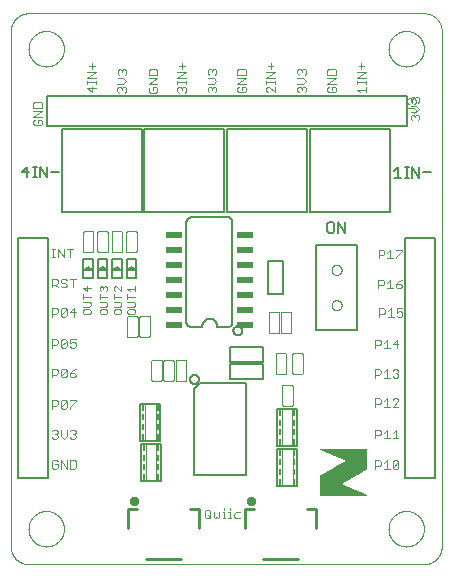
<source format=gto>
G75*
%MOIN*%
%OFA0B0*%
%FSLAX25Y25*%
%IPPOS*%
%LPD*%
%AMOC8*
5,1,8,0,0,1.08239X$1,22.5*
%
%ADD10C,0.00000*%
%ADD11C,0.00300*%
%ADD12C,0.00500*%
%ADD13C,0.00400*%
%ADD14R,0.00394X0.02756*%
%ADD15R,0.00394X0.02362*%
%ADD16R,0.00787X0.02165*%
%ADD17R,0.00787X0.01969*%
%ADD18C,0.00800*%
%ADD19R,0.05800X0.02000*%
%ADD20C,0.01575*%
%ADD21C,0.01000*%
%ADD22C,0.00010*%
D10*
X0007306Y0001900D02*
X0139117Y0001900D01*
X0139269Y0001902D01*
X0139421Y0001908D01*
X0139573Y0001918D01*
X0139724Y0001931D01*
X0139875Y0001949D01*
X0140026Y0001970D01*
X0140176Y0001996D01*
X0140325Y0002025D01*
X0140474Y0002058D01*
X0140621Y0002095D01*
X0140768Y0002135D01*
X0140913Y0002180D01*
X0141057Y0002228D01*
X0141200Y0002280D01*
X0141342Y0002335D01*
X0141482Y0002394D01*
X0141621Y0002457D01*
X0141758Y0002523D01*
X0141893Y0002593D01*
X0142026Y0002666D01*
X0142157Y0002743D01*
X0142287Y0002823D01*
X0142414Y0002906D01*
X0142539Y0002992D01*
X0142662Y0003082D01*
X0142782Y0003175D01*
X0142900Y0003271D01*
X0143016Y0003370D01*
X0143129Y0003472D01*
X0143239Y0003576D01*
X0143347Y0003684D01*
X0143451Y0003794D01*
X0143553Y0003907D01*
X0143652Y0004023D01*
X0143748Y0004141D01*
X0143841Y0004261D01*
X0143931Y0004384D01*
X0144017Y0004509D01*
X0144100Y0004636D01*
X0144180Y0004766D01*
X0144257Y0004897D01*
X0144330Y0005030D01*
X0144400Y0005165D01*
X0144466Y0005302D01*
X0144529Y0005441D01*
X0144588Y0005581D01*
X0144643Y0005723D01*
X0144695Y0005866D01*
X0144743Y0006010D01*
X0144788Y0006155D01*
X0144828Y0006302D01*
X0144865Y0006449D01*
X0144898Y0006598D01*
X0144927Y0006747D01*
X0144953Y0006897D01*
X0144974Y0007048D01*
X0144992Y0007199D01*
X0145005Y0007350D01*
X0145015Y0007502D01*
X0145021Y0007654D01*
X0145023Y0007806D01*
X0145022Y0007806D02*
X0145022Y0179617D01*
X0145023Y0179617D02*
X0145021Y0179769D01*
X0145015Y0179921D01*
X0145005Y0180073D01*
X0144992Y0180224D01*
X0144974Y0180375D01*
X0144953Y0180526D01*
X0144927Y0180676D01*
X0144898Y0180825D01*
X0144865Y0180974D01*
X0144828Y0181121D01*
X0144788Y0181268D01*
X0144743Y0181413D01*
X0144695Y0181557D01*
X0144643Y0181700D01*
X0144588Y0181842D01*
X0144529Y0181982D01*
X0144466Y0182121D01*
X0144400Y0182258D01*
X0144330Y0182393D01*
X0144257Y0182526D01*
X0144180Y0182657D01*
X0144100Y0182787D01*
X0144017Y0182914D01*
X0143931Y0183039D01*
X0143841Y0183162D01*
X0143748Y0183282D01*
X0143652Y0183400D01*
X0143553Y0183516D01*
X0143451Y0183629D01*
X0143347Y0183739D01*
X0143239Y0183847D01*
X0143129Y0183951D01*
X0143016Y0184053D01*
X0142900Y0184152D01*
X0142782Y0184248D01*
X0142662Y0184341D01*
X0142539Y0184431D01*
X0142414Y0184517D01*
X0142287Y0184600D01*
X0142157Y0184680D01*
X0142026Y0184757D01*
X0141893Y0184830D01*
X0141758Y0184900D01*
X0141621Y0184966D01*
X0141482Y0185029D01*
X0141342Y0185088D01*
X0141200Y0185143D01*
X0141057Y0185195D01*
X0140913Y0185243D01*
X0140768Y0185288D01*
X0140621Y0185328D01*
X0140474Y0185365D01*
X0140325Y0185398D01*
X0140176Y0185427D01*
X0140026Y0185453D01*
X0139875Y0185474D01*
X0139724Y0185492D01*
X0139573Y0185505D01*
X0139421Y0185515D01*
X0139269Y0185521D01*
X0139117Y0185523D01*
X0139117Y0185522D02*
X0007306Y0185522D01*
X0007306Y0185523D02*
X0007154Y0185521D01*
X0007002Y0185515D01*
X0006850Y0185505D01*
X0006699Y0185492D01*
X0006548Y0185474D01*
X0006397Y0185453D01*
X0006247Y0185427D01*
X0006098Y0185398D01*
X0005949Y0185365D01*
X0005802Y0185328D01*
X0005655Y0185288D01*
X0005510Y0185243D01*
X0005366Y0185195D01*
X0005223Y0185143D01*
X0005081Y0185088D01*
X0004941Y0185029D01*
X0004802Y0184966D01*
X0004665Y0184900D01*
X0004530Y0184830D01*
X0004397Y0184757D01*
X0004266Y0184680D01*
X0004136Y0184600D01*
X0004009Y0184517D01*
X0003884Y0184431D01*
X0003761Y0184341D01*
X0003641Y0184248D01*
X0003523Y0184152D01*
X0003407Y0184053D01*
X0003294Y0183951D01*
X0003184Y0183847D01*
X0003076Y0183739D01*
X0002972Y0183629D01*
X0002870Y0183516D01*
X0002771Y0183400D01*
X0002675Y0183282D01*
X0002582Y0183162D01*
X0002492Y0183039D01*
X0002406Y0182914D01*
X0002323Y0182787D01*
X0002243Y0182657D01*
X0002166Y0182526D01*
X0002093Y0182393D01*
X0002023Y0182258D01*
X0001957Y0182121D01*
X0001894Y0181982D01*
X0001835Y0181842D01*
X0001780Y0181700D01*
X0001728Y0181557D01*
X0001680Y0181413D01*
X0001635Y0181268D01*
X0001595Y0181121D01*
X0001558Y0180974D01*
X0001525Y0180825D01*
X0001496Y0180676D01*
X0001470Y0180526D01*
X0001449Y0180375D01*
X0001431Y0180224D01*
X0001418Y0180073D01*
X0001408Y0179921D01*
X0001402Y0179769D01*
X0001400Y0179617D01*
X0001400Y0007806D01*
X0001402Y0007654D01*
X0001408Y0007502D01*
X0001418Y0007350D01*
X0001431Y0007199D01*
X0001449Y0007048D01*
X0001470Y0006897D01*
X0001496Y0006747D01*
X0001525Y0006598D01*
X0001558Y0006449D01*
X0001595Y0006302D01*
X0001635Y0006155D01*
X0001680Y0006010D01*
X0001728Y0005866D01*
X0001780Y0005723D01*
X0001835Y0005581D01*
X0001894Y0005441D01*
X0001957Y0005302D01*
X0002023Y0005165D01*
X0002093Y0005030D01*
X0002166Y0004897D01*
X0002243Y0004766D01*
X0002323Y0004636D01*
X0002406Y0004509D01*
X0002492Y0004384D01*
X0002582Y0004261D01*
X0002675Y0004141D01*
X0002771Y0004023D01*
X0002870Y0003907D01*
X0002972Y0003794D01*
X0003076Y0003684D01*
X0003184Y0003576D01*
X0003294Y0003472D01*
X0003407Y0003370D01*
X0003523Y0003271D01*
X0003641Y0003175D01*
X0003761Y0003082D01*
X0003884Y0002992D01*
X0004009Y0002906D01*
X0004136Y0002823D01*
X0004266Y0002743D01*
X0004397Y0002666D01*
X0004530Y0002593D01*
X0004665Y0002523D01*
X0004802Y0002457D01*
X0004941Y0002394D01*
X0005081Y0002335D01*
X0005223Y0002280D01*
X0005366Y0002228D01*
X0005510Y0002180D01*
X0005655Y0002135D01*
X0005802Y0002095D01*
X0005949Y0002058D01*
X0006098Y0002025D01*
X0006247Y0001996D01*
X0006397Y0001970D01*
X0006548Y0001949D01*
X0006699Y0001931D01*
X0006850Y0001918D01*
X0007002Y0001908D01*
X0007154Y0001902D01*
X0007306Y0001900D01*
X0007305Y0013711D02*
X0007307Y0013864D01*
X0007313Y0014018D01*
X0007323Y0014171D01*
X0007337Y0014323D01*
X0007355Y0014476D01*
X0007377Y0014627D01*
X0007402Y0014778D01*
X0007432Y0014929D01*
X0007466Y0015079D01*
X0007503Y0015227D01*
X0007544Y0015375D01*
X0007589Y0015521D01*
X0007638Y0015667D01*
X0007691Y0015811D01*
X0007747Y0015953D01*
X0007807Y0016094D01*
X0007871Y0016234D01*
X0007938Y0016372D01*
X0008009Y0016508D01*
X0008084Y0016642D01*
X0008161Y0016774D01*
X0008243Y0016904D01*
X0008327Y0017032D01*
X0008415Y0017158D01*
X0008506Y0017281D01*
X0008600Y0017402D01*
X0008698Y0017520D01*
X0008798Y0017636D01*
X0008902Y0017749D01*
X0009008Y0017860D01*
X0009117Y0017968D01*
X0009229Y0018073D01*
X0009343Y0018174D01*
X0009461Y0018273D01*
X0009580Y0018369D01*
X0009702Y0018462D01*
X0009827Y0018551D01*
X0009954Y0018638D01*
X0010083Y0018720D01*
X0010214Y0018800D01*
X0010347Y0018876D01*
X0010482Y0018949D01*
X0010619Y0019018D01*
X0010758Y0019083D01*
X0010898Y0019145D01*
X0011040Y0019203D01*
X0011183Y0019258D01*
X0011328Y0019309D01*
X0011474Y0019356D01*
X0011621Y0019399D01*
X0011769Y0019438D01*
X0011918Y0019474D01*
X0012068Y0019505D01*
X0012219Y0019533D01*
X0012370Y0019557D01*
X0012523Y0019577D01*
X0012675Y0019593D01*
X0012828Y0019605D01*
X0012981Y0019613D01*
X0013134Y0019617D01*
X0013288Y0019617D01*
X0013441Y0019613D01*
X0013594Y0019605D01*
X0013747Y0019593D01*
X0013899Y0019577D01*
X0014052Y0019557D01*
X0014203Y0019533D01*
X0014354Y0019505D01*
X0014504Y0019474D01*
X0014653Y0019438D01*
X0014801Y0019399D01*
X0014948Y0019356D01*
X0015094Y0019309D01*
X0015239Y0019258D01*
X0015382Y0019203D01*
X0015524Y0019145D01*
X0015664Y0019083D01*
X0015803Y0019018D01*
X0015940Y0018949D01*
X0016075Y0018876D01*
X0016208Y0018800D01*
X0016339Y0018720D01*
X0016468Y0018638D01*
X0016595Y0018551D01*
X0016720Y0018462D01*
X0016842Y0018369D01*
X0016961Y0018273D01*
X0017079Y0018174D01*
X0017193Y0018073D01*
X0017305Y0017968D01*
X0017414Y0017860D01*
X0017520Y0017749D01*
X0017624Y0017636D01*
X0017724Y0017520D01*
X0017822Y0017402D01*
X0017916Y0017281D01*
X0018007Y0017158D01*
X0018095Y0017032D01*
X0018179Y0016904D01*
X0018261Y0016774D01*
X0018338Y0016642D01*
X0018413Y0016508D01*
X0018484Y0016372D01*
X0018551Y0016234D01*
X0018615Y0016094D01*
X0018675Y0015953D01*
X0018731Y0015811D01*
X0018784Y0015667D01*
X0018833Y0015521D01*
X0018878Y0015375D01*
X0018919Y0015227D01*
X0018956Y0015079D01*
X0018990Y0014929D01*
X0019020Y0014778D01*
X0019045Y0014627D01*
X0019067Y0014476D01*
X0019085Y0014323D01*
X0019099Y0014171D01*
X0019109Y0014018D01*
X0019115Y0013864D01*
X0019117Y0013711D01*
X0019115Y0013558D01*
X0019109Y0013404D01*
X0019099Y0013251D01*
X0019085Y0013099D01*
X0019067Y0012946D01*
X0019045Y0012795D01*
X0019020Y0012644D01*
X0018990Y0012493D01*
X0018956Y0012343D01*
X0018919Y0012195D01*
X0018878Y0012047D01*
X0018833Y0011901D01*
X0018784Y0011755D01*
X0018731Y0011611D01*
X0018675Y0011469D01*
X0018615Y0011328D01*
X0018551Y0011188D01*
X0018484Y0011050D01*
X0018413Y0010914D01*
X0018338Y0010780D01*
X0018261Y0010648D01*
X0018179Y0010518D01*
X0018095Y0010390D01*
X0018007Y0010264D01*
X0017916Y0010141D01*
X0017822Y0010020D01*
X0017724Y0009902D01*
X0017624Y0009786D01*
X0017520Y0009673D01*
X0017414Y0009562D01*
X0017305Y0009454D01*
X0017193Y0009349D01*
X0017079Y0009248D01*
X0016961Y0009149D01*
X0016842Y0009053D01*
X0016720Y0008960D01*
X0016595Y0008871D01*
X0016468Y0008784D01*
X0016339Y0008702D01*
X0016208Y0008622D01*
X0016075Y0008546D01*
X0015940Y0008473D01*
X0015803Y0008404D01*
X0015664Y0008339D01*
X0015524Y0008277D01*
X0015382Y0008219D01*
X0015239Y0008164D01*
X0015094Y0008113D01*
X0014948Y0008066D01*
X0014801Y0008023D01*
X0014653Y0007984D01*
X0014504Y0007948D01*
X0014354Y0007917D01*
X0014203Y0007889D01*
X0014052Y0007865D01*
X0013899Y0007845D01*
X0013747Y0007829D01*
X0013594Y0007817D01*
X0013441Y0007809D01*
X0013288Y0007805D01*
X0013134Y0007805D01*
X0012981Y0007809D01*
X0012828Y0007817D01*
X0012675Y0007829D01*
X0012523Y0007845D01*
X0012370Y0007865D01*
X0012219Y0007889D01*
X0012068Y0007917D01*
X0011918Y0007948D01*
X0011769Y0007984D01*
X0011621Y0008023D01*
X0011474Y0008066D01*
X0011328Y0008113D01*
X0011183Y0008164D01*
X0011040Y0008219D01*
X0010898Y0008277D01*
X0010758Y0008339D01*
X0010619Y0008404D01*
X0010482Y0008473D01*
X0010347Y0008546D01*
X0010214Y0008622D01*
X0010083Y0008702D01*
X0009954Y0008784D01*
X0009827Y0008871D01*
X0009702Y0008960D01*
X0009580Y0009053D01*
X0009461Y0009149D01*
X0009343Y0009248D01*
X0009229Y0009349D01*
X0009117Y0009454D01*
X0009008Y0009562D01*
X0008902Y0009673D01*
X0008798Y0009786D01*
X0008698Y0009902D01*
X0008600Y0010020D01*
X0008506Y0010141D01*
X0008415Y0010264D01*
X0008327Y0010390D01*
X0008243Y0010518D01*
X0008161Y0010648D01*
X0008084Y0010780D01*
X0008009Y0010914D01*
X0007938Y0011050D01*
X0007871Y0011188D01*
X0007807Y0011328D01*
X0007747Y0011469D01*
X0007691Y0011611D01*
X0007638Y0011755D01*
X0007589Y0011901D01*
X0007544Y0012047D01*
X0007503Y0012195D01*
X0007466Y0012343D01*
X0007432Y0012493D01*
X0007402Y0012644D01*
X0007377Y0012795D01*
X0007355Y0012946D01*
X0007337Y0013099D01*
X0007323Y0013251D01*
X0007313Y0013404D01*
X0007307Y0013558D01*
X0007305Y0013711D01*
X0108327Y0088194D02*
X0108329Y0088275D01*
X0108335Y0088357D01*
X0108345Y0088438D01*
X0108359Y0088518D01*
X0108376Y0088597D01*
X0108398Y0088676D01*
X0108423Y0088753D01*
X0108452Y0088830D01*
X0108485Y0088904D01*
X0108522Y0088977D01*
X0108561Y0089048D01*
X0108605Y0089117D01*
X0108651Y0089184D01*
X0108701Y0089248D01*
X0108754Y0089310D01*
X0108810Y0089370D01*
X0108868Y0089426D01*
X0108930Y0089480D01*
X0108994Y0089531D01*
X0109060Y0089578D01*
X0109128Y0089622D01*
X0109199Y0089663D01*
X0109271Y0089700D01*
X0109346Y0089734D01*
X0109421Y0089764D01*
X0109499Y0089790D01*
X0109577Y0089813D01*
X0109656Y0089831D01*
X0109736Y0089846D01*
X0109817Y0089857D01*
X0109898Y0089864D01*
X0109980Y0089867D01*
X0110061Y0089866D01*
X0110142Y0089861D01*
X0110223Y0089852D01*
X0110304Y0089839D01*
X0110384Y0089822D01*
X0110462Y0089802D01*
X0110540Y0089777D01*
X0110617Y0089749D01*
X0110692Y0089717D01*
X0110765Y0089682D01*
X0110836Y0089643D01*
X0110906Y0089600D01*
X0110973Y0089555D01*
X0111039Y0089506D01*
X0111101Y0089454D01*
X0111161Y0089398D01*
X0111218Y0089340D01*
X0111273Y0089280D01*
X0111324Y0089216D01*
X0111372Y0089151D01*
X0111417Y0089083D01*
X0111459Y0089013D01*
X0111497Y0088941D01*
X0111532Y0088867D01*
X0111563Y0088792D01*
X0111590Y0088715D01*
X0111613Y0088637D01*
X0111633Y0088558D01*
X0111649Y0088478D01*
X0111661Y0088397D01*
X0111669Y0088316D01*
X0111673Y0088235D01*
X0111673Y0088153D01*
X0111669Y0088072D01*
X0111661Y0087991D01*
X0111649Y0087910D01*
X0111633Y0087830D01*
X0111613Y0087751D01*
X0111590Y0087673D01*
X0111563Y0087596D01*
X0111532Y0087521D01*
X0111497Y0087447D01*
X0111459Y0087375D01*
X0111417Y0087305D01*
X0111372Y0087237D01*
X0111324Y0087172D01*
X0111273Y0087108D01*
X0111218Y0087048D01*
X0111161Y0086990D01*
X0111101Y0086934D01*
X0111039Y0086882D01*
X0110973Y0086833D01*
X0110906Y0086788D01*
X0110837Y0086745D01*
X0110765Y0086706D01*
X0110692Y0086671D01*
X0110617Y0086639D01*
X0110540Y0086611D01*
X0110462Y0086586D01*
X0110384Y0086566D01*
X0110304Y0086549D01*
X0110223Y0086536D01*
X0110142Y0086527D01*
X0110061Y0086522D01*
X0109980Y0086521D01*
X0109898Y0086524D01*
X0109817Y0086531D01*
X0109736Y0086542D01*
X0109656Y0086557D01*
X0109577Y0086575D01*
X0109499Y0086598D01*
X0109421Y0086624D01*
X0109346Y0086654D01*
X0109271Y0086688D01*
X0109199Y0086725D01*
X0109128Y0086766D01*
X0109060Y0086810D01*
X0108994Y0086857D01*
X0108930Y0086908D01*
X0108868Y0086962D01*
X0108810Y0087018D01*
X0108754Y0087078D01*
X0108701Y0087140D01*
X0108651Y0087204D01*
X0108605Y0087271D01*
X0108561Y0087340D01*
X0108522Y0087411D01*
X0108485Y0087484D01*
X0108452Y0087558D01*
X0108423Y0087635D01*
X0108398Y0087712D01*
X0108376Y0087791D01*
X0108359Y0087870D01*
X0108345Y0087950D01*
X0108335Y0088031D01*
X0108329Y0088113D01*
X0108327Y0088194D01*
X0108327Y0100006D02*
X0108329Y0100087D01*
X0108335Y0100169D01*
X0108345Y0100250D01*
X0108359Y0100330D01*
X0108376Y0100409D01*
X0108398Y0100488D01*
X0108423Y0100565D01*
X0108452Y0100642D01*
X0108485Y0100716D01*
X0108522Y0100789D01*
X0108561Y0100860D01*
X0108605Y0100929D01*
X0108651Y0100996D01*
X0108701Y0101060D01*
X0108754Y0101122D01*
X0108810Y0101182D01*
X0108868Y0101238D01*
X0108930Y0101292D01*
X0108994Y0101343D01*
X0109060Y0101390D01*
X0109128Y0101434D01*
X0109199Y0101475D01*
X0109271Y0101512D01*
X0109346Y0101546D01*
X0109421Y0101576D01*
X0109499Y0101602D01*
X0109577Y0101625D01*
X0109656Y0101643D01*
X0109736Y0101658D01*
X0109817Y0101669D01*
X0109898Y0101676D01*
X0109980Y0101679D01*
X0110061Y0101678D01*
X0110142Y0101673D01*
X0110223Y0101664D01*
X0110304Y0101651D01*
X0110384Y0101634D01*
X0110462Y0101614D01*
X0110540Y0101589D01*
X0110617Y0101561D01*
X0110692Y0101529D01*
X0110765Y0101494D01*
X0110836Y0101455D01*
X0110906Y0101412D01*
X0110973Y0101367D01*
X0111039Y0101318D01*
X0111101Y0101266D01*
X0111161Y0101210D01*
X0111218Y0101152D01*
X0111273Y0101092D01*
X0111324Y0101028D01*
X0111372Y0100963D01*
X0111417Y0100895D01*
X0111459Y0100825D01*
X0111497Y0100753D01*
X0111532Y0100679D01*
X0111563Y0100604D01*
X0111590Y0100527D01*
X0111613Y0100449D01*
X0111633Y0100370D01*
X0111649Y0100290D01*
X0111661Y0100209D01*
X0111669Y0100128D01*
X0111673Y0100047D01*
X0111673Y0099965D01*
X0111669Y0099884D01*
X0111661Y0099803D01*
X0111649Y0099722D01*
X0111633Y0099642D01*
X0111613Y0099563D01*
X0111590Y0099485D01*
X0111563Y0099408D01*
X0111532Y0099333D01*
X0111497Y0099259D01*
X0111459Y0099187D01*
X0111417Y0099117D01*
X0111372Y0099049D01*
X0111324Y0098984D01*
X0111273Y0098920D01*
X0111218Y0098860D01*
X0111161Y0098802D01*
X0111101Y0098746D01*
X0111039Y0098694D01*
X0110973Y0098645D01*
X0110906Y0098600D01*
X0110837Y0098557D01*
X0110765Y0098518D01*
X0110692Y0098483D01*
X0110617Y0098451D01*
X0110540Y0098423D01*
X0110462Y0098398D01*
X0110384Y0098378D01*
X0110304Y0098361D01*
X0110223Y0098348D01*
X0110142Y0098339D01*
X0110061Y0098334D01*
X0109980Y0098333D01*
X0109898Y0098336D01*
X0109817Y0098343D01*
X0109736Y0098354D01*
X0109656Y0098369D01*
X0109577Y0098387D01*
X0109499Y0098410D01*
X0109421Y0098436D01*
X0109346Y0098466D01*
X0109271Y0098500D01*
X0109199Y0098537D01*
X0109128Y0098578D01*
X0109060Y0098622D01*
X0108994Y0098669D01*
X0108930Y0098720D01*
X0108868Y0098774D01*
X0108810Y0098830D01*
X0108754Y0098890D01*
X0108701Y0098952D01*
X0108651Y0099016D01*
X0108605Y0099083D01*
X0108561Y0099152D01*
X0108522Y0099223D01*
X0108485Y0099296D01*
X0108452Y0099370D01*
X0108423Y0099447D01*
X0108398Y0099524D01*
X0108376Y0099603D01*
X0108359Y0099682D01*
X0108345Y0099762D01*
X0108335Y0099843D01*
X0108329Y0099925D01*
X0108327Y0100006D01*
X0127305Y0173711D02*
X0127307Y0173864D01*
X0127313Y0174018D01*
X0127323Y0174171D01*
X0127337Y0174323D01*
X0127355Y0174476D01*
X0127377Y0174627D01*
X0127402Y0174778D01*
X0127432Y0174929D01*
X0127466Y0175079D01*
X0127503Y0175227D01*
X0127544Y0175375D01*
X0127589Y0175521D01*
X0127638Y0175667D01*
X0127691Y0175811D01*
X0127747Y0175953D01*
X0127807Y0176094D01*
X0127871Y0176234D01*
X0127938Y0176372D01*
X0128009Y0176508D01*
X0128084Y0176642D01*
X0128161Y0176774D01*
X0128243Y0176904D01*
X0128327Y0177032D01*
X0128415Y0177158D01*
X0128506Y0177281D01*
X0128600Y0177402D01*
X0128698Y0177520D01*
X0128798Y0177636D01*
X0128902Y0177749D01*
X0129008Y0177860D01*
X0129117Y0177968D01*
X0129229Y0178073D01*
X0129343Y0178174D01*
X0129461Y0178273D01*
X0129580Y0178369D01*
X0129702Y0178462D01*
X0129827Y0178551D01*
X0129954Y0178638D01*
X0130083Y0178720D01*
X0130214Y0178800D01*
X0130347Y0178876D01*
X0130482Y0178949D01*
X0130619Y0179018D01*
X0130758Y0179083D01*
X0130898Y0179145D01*
X0131040Y0179203D01*
X0131183Y0179258D01*
X0131328Y0179309D01*
X0131474Y0179356D01*
X0131621Y0179399D01*
X0131769Y0179438D01*
X0131918Y0179474D01*
X0132068Y0179505D01*
X0132219Y0179533D01*
X0132370Y0179557D01*
X0132523Y0179577D01*
X0132675Y0179593D01*
X0132828Y0179605D01*
X0132981Y0179613D01*
X0133134Y0179617D01*
X0133288Y0179617D01*
X0133441Y0179613D01*
X0133594Y0179605D01*
X0133747Y0179593D01*
X0133899Y0179577D01*
X0134052Y0179557D01*
X0134203Y0179533D01*
X0134354Y0179505D01*
X0134504Y0179474D01*
X0134653Y0179438D01*
X0134801Y0179399D01*
X0134948Y0179356D01*
X0135094Y0179309D01*
X0135239Y0179258D01*
X0135382Y0179203D01*
X0135524Y0179145D01*
X0135664Y0179083D01*
X0135803Y0179018D01*
X0135940Y0178949D01*
X0136075Y0178876D01*
X0136208Y0178800D01*
X0136339Y0178720D01*
X0136468Y0178638D01*
X0136595Y0178551D01*
X0136720Y0178462D01*
X0136842Y0178369D01*
X0136961Y0178273D01*
X0137079Y0178174D01*
X0137193Y0178073D01*
X0137305Y0177968D01*
X0137414Y0177860D01*
X0137520Y0177749D01*
X0137624Y0177636D01*
X0137724Y0177520D01*
X0137822Y0177402D01*
X0137916Y0177281D01*
X0138007Y0177158D01*
X0138095Y0177032D01*
X0138179Y0176904D01*
X0138261Y0176774D01*
X0138338Y0176642D01*
X0138413Y0176508D01*
X0138484Y0176372D01*
X0138551Y0176234D01*
X0138615Y0176094D01*
X0138675Y0175953D01*
X0138731Y0175811D01*
X0138784Y0175667D01*
X0138833Y0175521D01*
X0138878Y0175375D01*
X0138919Y0175227D01*
X0138956Y0175079D01*
X0138990Y0174929D01*
X0139020Y0174778D01*
X0139045Y0174627D01*
X0139067Y0174476D01*
X0139085Y0174323D01*
X0139099Y0174171D01*
X0139109Y0174018D01*
X0139115Y0173864D01*
X0139117Y0173711D01*
X0139115Y0173558D01*
X0139109Y0173404D01*
X0139099Y0173251D01*
X0139085Y0173099D01*
X0139067Y0172946D01*
X0139045Y0172795D01*
X0139020Y0172644D01*
X0138990Y0172493D01*
X0138956Y0172343D01*
X0138919Y0172195D01*
X0138878Y0172047D01*
X0138833Y0171901D01*
X0138784Y0171755D01*
X0138731Y0171611D01*
X0138675Y0171469D01*
X0138615Y0171328D01*
X0138551Y0171188D01*
X0138484Y0171050D01*
X0138413Y0170914D01*
X0138338Y0170780D01*
X0138261Y0170648D01*
X0138179Y0170518D01*
X0138095Y0170390D01*
X0138007Y0170264D01*
X0137916Y0170141D01*
X0137822Y0170020D01*
X0137724Y0169902D01*
X0137624Y0169786D01*
X0137520Y0169673D01*
X0137414Y0169562D01*
X0137305Y0169454D01*
X0137193Y0169349D01*
X0137079Y0169248D01*
X0136961Y0169149D01*
X0136842Y0169053D01*
X0136720Y0168960D01*
X0136595Y0168871D01*
X0136468Y0168784D01*
X0136339Y0168702D01*
X0136208Y0168622D01*
X0136075Y0168546D01*
X0135940Y0168473D01*
X0135803Y0168404D01*
X0135664Y0168339D01*
X0135524Y0168277D01*
X0135382Y0168219D01*
X0135239Y0168164D01*
X0135094Y0168113D01*
X0134948Y0168066D01*
X0134801Y0168023D01*
X0134653Y0167984D01*
X0134504Y0167948D01*
X0134354Y0167917D01*
X0134203Y0167889D01*
X0134052Y0167865D01*
X0133899Y0167845D01*
X0133747Y0167829D01*
X0133594Y0167817D01*
X0133441Y0167809D01*
X0133288Y0167805D01*
X0133134Y0167805D01*
X0132981Y0167809D01*
X0132828Y0167817D01*
X0132675Y0167829D01*
X0132523Y0167845D01*
X0132370Y0167865D01*
X0132219Y0167889D01*
X0132068Y0167917D01*
X0131918Y0167948D01*
X0131769Y0167984D01*
X0131621Y0168023D01*
X0131474Y0168066D01*
X0131328Y0168113D01*
X0131183Y0168164D01*
X0131040Y0168219D01*
X0130898Y0168277D01*
X0130758Y0168339D01*
X0130619Y0168404D01*
X0130482Y0168473D01*
X0130347Y0168546D01*
X0130214Y0168622D01*
X0130083Y0168702D01*
X0129954Y0168784D01*
X0129827Y0168871D01*
X0129702Y0168960D01*
X0129580Y0169053D01*
X0129461Y0169149D01*
X0129343Y0169248D01*
X0129229Y0169349D01*
X0129117Y0169454D01*
X0129008Y0169562D01*
X0128902Y0169673D01*
X0128798Y0169786D01*
X0128698Y0169902D01*
X0128600Y0170020D01*
X0128506Y0170141D01*
X0128415Y0170264D01*
X0128327Y0170390D01*
X0128243Y0170518D01*
X0128161Y0170648D01*
X0128084Y0170780D01*
X0128009Y0170914D01*
X0127938Y0171050D01*
X0127871Y0171188D01*
X0127807Y0171328D01*
X0127747Y0171469D01*
X0127691Y0171611D01*
X0127638Y0171755D01*
X0127589Y0171901D01*
X0127544Y0172047D01*
X0127503Y0172195D01*
X0127466Y0172343D01*
X0127432Y0172493D01*
X0127402Y0172644D01*
X0127377Y0172795D01*
X0127355Y0172946D01*
X0127337Y0173099D01*
X0127323Y0173251D01*
X0127313Y0173404D01*
X0127307Y0173558D01*
X0127305Y0173711D01*
X0007305Y0173711D02*
X0007307Y0173864D01*
X0007313Y0174018D01*
X0007323Y0174171D01*
X0007337Y0174323D01*
X0007355Y0174476D01*
X0007377Y0174627D01*
X0007402Y0174778D01*
X0007432Y0174929D01*
X0007466Y0175079D01*
X0007503Y0175227D01*
X0007544Y0175375D01*
X0007589Y0175521D01*
X0007638Y0175667D01*
X0007691Y0175811D01*
X0007747Y0175953D01*
X0007807Y0176094D01*
X0007871Y0176234D01*
X0007938Y0176372D01*
X0008009Y0176508D01*
X0008084Y0176642D01*
X0008161Y0176774D01*
X0008243Y0176904D01*
X0008327Y0177032D01*
X0008415Y0177158D01*
X0008506Y0177281D01*
X0008600Y0177402D01*
X0008698Y0177520D01*
X0008798Y0177636D01*
X0008902Y0177749D01*
X0009008Y0177860D01*
X0009117Y0177968D01*
X0009229Y0178073D01*
X0009343Y0178174D01*
X0009461Y0178273D01*
X0009580Y0178369D01*
X0009702Y0178462D01*
X0009827Y0178551D01*
X0009954Y0178638D01*
X0010083Y0178720D01*
X0010214Y0178800D01*
X0010347Y0178876D01*
X0010482Y0178949D01*
X0010619Y0179018D01*
X0010758Y0179083D01*
X0010898Y0179145D01*
X0011040Y0179203D01*
X0011183Y0179258D01*
X0011328Y0179309D01*
X0011474Y0179356D01*
X0011621Y0179399D01*
X0011769Y0179438D01*
X0011918Y0179474D01*
X0012068Y0179505D01*
X0012219Y0179533D01*
X0012370Y0179557D01*
X0012523Y0179577D01*
X0012675Y0179593D01*
X0012828Y0179605D01*
X0012981Y0179613D01*
X0013134Y0179617D01*
X0013288Y0179617D01*
X0013441Y0179613D01*
X0013594Y0179605D01*
X0013747Y0179593D01*
X0013899Y0179577D01*
X0014052Y0179557D01*
X0014203Y0179533D01*
X0014354Y0179505D01*
X0014504Y0179474D01*
X0014653Y0179438D01*
X0014801Y0179399D01*
X0014948Y0179356D01*
X0015094Y0179309D01*
X0015239Y0179258D01*
X0015382Y0179203D01*
X0015524Y0179145D01*
X0015664Y0179083D01*
X0015803Y0179018D01*
X0015940Y0178949D01*
X0016075Y0178876D01*
X0016208Y0178800D01*
X0016339Y0178720D01*
X0016468Y0178638D01*
X0016595Y0178551D01*
X0016720Y0178462D01*
X0016842Y0178369D01*
X0016961Y0178273D01*
X0017079Y0178174D01*
X0017193Y0178073D01*
X0017305Y0177968D01*
X0017414Y0177860D01*
X0017520Y0177749D01*
X0017624Y0177636D01*
X0017724Y0177520D01*
X0017822Y0177402D01*
X0017916Y0177281D01*
X0018007Y0177158D01*
X0018095Y0177032D01*
X0018179Y0176904D01*
X0018261Y0176774D01*
X0018338Y0176642D01*
X0018413Y0176508D01*
X0018484Y0176372D01*
X0018551Y0176234D01*
X0018615Y0176094D01*
X0018675Y0175953D01*
X0018731Y0175811D01*
X0018784Y0175667D01*
X0018833Y0175521D01*
X0018878Y0175375D01*
X0018919Y0175227D01*
X0018956Y0175079D01*
X0018990Y0174929D01*
X0019020Y0174778D01*
X0019045Y0174627D01*
X0019067Y0174476D01*
X0019085Y0174323D01*
X0019099Y0174171D01*
X0019109Y0174018D01*
X0019115Y0173864D01*
X0019117Y0173711D01*
X0019115Y0173558D01*
X0019109Y0173404D01*
X0019099Y0173251D01*
X0019085Y0173099D01*
X0019067Y0172946D01*
X0019045Y0172795D01*
X0019020Y0172644D01*
X0018990Y0172493D01*
X0018956Y0172343D01*
X0018919Y0172195D01*
X0018878Y0172047D01*
X0018833Y0171901D01*
X0018784Y0171755D01*
X0018731Y0171611D01*
X0018675Y0171469D01*
X0018615Y0171328D01*
X0018551Y0171188D01*
X0018484Y0171050D01*
X0018413Y0170914D01*
X0018338Y0170780D01*
X0018261Y0170648D01*
X0018179Y0170518D01*
X0018095Y0170390D01*
X0018007Y0170264D01*
X0017916Y0170141D01*
X0017822Y0170020D01*
X0017724Y0169902D01*
X0017624Y0169786D01*
X0017520Y0169673D01*
X0017414Y0169562D01*
X0017305Y0169454D01*
X0017193Y0169349D01*
X0017079Y0169248D01*
X0016961Y0169149D01*
X0016842Y0169053D01*
X0016720Y0168960D01*
X0016595Y0168871D01*
X0016468Y0168784D01*
X0016339Y0168702D01*
X0016208Y0168622D01*
X0016075Y0168546D01*
X0015940Y0168473D01*
X0015803Y0168404D01*
X0015664Y0168339D01*
X0015524Y0168277D01*
X0015382Y0168219D01*
X0015239Y0168164D01*
X0015094Y0168113D01*
X0014948Y0168066D01*
X0014801Y0168023D01*
X0014653Y0167984D01*
X0014504Y0167948D01*
X0014354Y0167917D01*
X0014203Y0167889D01*
X0014052Y0167865D01*
X0013899Y0167845D01*
X0013747Y0167829D01*
X0013594Y0167817D01*
X0013441Y0167809D01*
X0013288Y0167805D01*
X0013134Y0167805D01*
X0012981Y0167809D01*
X0012828Y0167817D01*
X0012675Y0167829D01*
X0012523Y0167845D01*
X0012370Y0167865D01*
X0012219Y0167889D01*
X0012068Y0167917D01*
X0011918Y0167948D01*
X0011769Y0167984D01*
X0011621Y0168023D01*
X0011474Y0168066D01*
X0011328Y0168113D01*
X0011183Y0168164D01*
X0011040Y0168219D01*
X0010898Y0168277D01*
X0010758Y0168339D01*
X0010619Y0168404D01*
X0010482Y0168473D01*
X0010347Y0168546D01*
X0010214Y0168622D01*
X0010083Y0168702D01*
X0009954Y0168784D01*
X0009827Y0168871D01*
X0009702Y0168960D01*
X0009580Y0169053D01*
X0009461Y0169149D01*
X0009343Y0169248D01*
X0009229Y0169349D01*
X0009117Y0169454D01*
X0009008Y0169562D01*
X0008902Y0169673D01*
X0008798Y0169786D01*
X0008698Y0169902D01*
X0008600Y0170020D01*
X0008506Y0170141D01*
X0008415Y0170264D01*
X0008327Y0170390D01*
X0008243Y0170518D01*
X0008161Y0170648D01*
X0008084Y0170780D01*
X0008009Y0170914D01*
X0007938Y0171050D01*
X0007871Y0171188D01*
X0007807Y0171328D01*
X0007747Y0171469D01*
X0007691Y0171611D01*
X0007638Y0171755D01*
X0007589Y0171901D01*
X0007544Y0172047D01*
X0007503Y0172195D01*
X0007466Y0172343D01*
X0007432Y0172493D01*
X0007402Y0172644D01*
X0007377Y0172795D01*
X0007355Y0172946D01*
X0007337Y0173099D01*
X0007323Y0173251D01*
X0007313Y0173404D01*
X0007307Y0173558D01*
X0007305Y0173711D01*
X0127305Y0013711D02*
X0127307Y0013864D01*
X0127313Y0014018D01*
X0127323Y0014171D01*
X0127337Y0014323D01*
X0127355Y0014476D01*
X0127377Y0014627D01*
X0127402Y0014778D01*
X0127432Y0014929D01*
X0127466Y0015079D01*
X0127503Y0015227D01*
X0127544Y0015375D01*
X0127589Y0015521D01*
X0127638Y0015667D01*
X0127691Y0015811D01*
X0127747Y0015953D01*
X0127807Y0016094D01*
X0127871Y0016234D01*
X0127938Y0016372D01*
X0128009Y0016508D01*
X0128084Y0016642D01*
X0128161Y0016774D01*
X0128243Y0016904D01*
X0128327Y0017032D01*
X0128415Y0017158D01*
X0128506Y0017281D01*
X0128600Y0017402D01*
X0128698Y0017520D01*
X0128798Y0017636D01*
X0128902Y0017749D01*
X0129008Y0017860D01*
X0129117Y0017968D01*
X0129229Y0018073D01*
X0129343Y0018174D01*
X0129461Y0018273D01*
X0129580Y0018369D01*
X0129702Y0018462D01*
X0129827Y0018551D01*
X0129954Y0018638D01*
X0130083Y0018720D01*
X0130214Y0018800D01*
X0130347Y0018876D01*
X0130482Y0018949D01*
X0130619Y0019018D01*
X0130758Y0019083D01*
X0130898Y0019145D01*
X0131040Y0019203D01*
X0131183Y0019258D01*
X0131328Y0019309D01*
X0131474Y0019356D01*
X0131621Y0019399D01*
X0131769Y0019438D01*
X0131918Y0019474D01*
X0132068Y0019505D01*
X0132219Y0019533D01*
X0132370Y0019557D01*
X0132523Y0019577D01*
X0132675Y0019593D01*
X0132828Y0019605D01*
X0132981Y0019613D01*
X0133134Y0019617D01*
X0133288Y0019617D01*
X0133441Y0019613D01*
X0133594Y0019605D01*
X0133747Y0019593D01*
X0133899Y0019577D01*
X0134052Y0019557D01*
X0134203Y0019533D01*
X0134354Y0019505D01*
X0134504Y0019474D01*
X0134653Y0019438D01*
X0134801Y0019399D01*
X0134948Y0019356D01*
X0135094Y0019309D01*
X0135239Y0019258D01*
X0135382Y0019203D01*
X0135524Y0019145D01*
X0135664Y0019083D01*
X0135803Y0019018D01*
X0135940Y0018949D01*
X0136075Y0018876D01*
X0136208Y0018800D01*
X0136339Y0018720D01*
X0136468Y0018638D01*
X0136595Y0018551D01*
X0136720Y0018462D01*
X0136842Y0018369D01*
X0136961Y0018273D01*
X0137079Y0018174D01*
X0137193Y0018073D01*
X0137305Y0017968D01*
X0137414Y0017860D01*
X0137520Y0017749D01*
X0137624Y0017636D01*
X0137724Y0017520D01*
X0137822Y0017402D01*
X0137916Y0017281D01*
X0138007Y0017158D01*
X0138095Y0017032D01*
X0138179Y0016904D01*
X0138261Y0016774D01*
X0138338Y0016642D01*
X0138413Y0016508D01*
X0138484Y0016372D01*
X0138551Y0016234D01*
X0138615Y0016094D01*
X0138675Y0015953D01*
X0138731Y0015811D01*
X0138784Y0015667D01*
X0138833Y0015521D01*
X0138878Y0015375D01*
X0138919Y0015227D01*
X0138956Y0015079D01*
X0138990Y0014929D01*
X0139020Y0014778D01*
X0139045Y0014627D01*
X0139067Y0014476D01*
X0139085Y0014323D01*
X0139099Y0014171D01*
X0139109Y0014018D01*
X0139115Y0013864D01*
X0139117Y0013711D01*
X0139115Y0013558D01*
X0139109Y0013404D01*
X0139099Y0013251D01*
X0139085Y0013099D01*
X0139067Y0012946D01*
X0139045Y0012795D01*
X0139020Y0012644D01*
X0138990Y0012493D01*
X0138956Y0012343D01*
X0138919Y0012195D01*
X0138878Y0012047D01*
X0138833Y0011901D01*
X0138784Y0011755D01*
X0138731Y0011611D01*
X0138675Y0011469D01*
X0138615Y0011328D01*
X0138551Y0011188D01*
X0138484Y0011050D01*
X0138413Y0010914D01*
X0138338Y0010780D01*
X0138261Y0010648D01*
X0138179Y0010518D01*
X0138095Y0010390D01*
X0138007Y0010264D01*
X0137916Y0010141D01*
X0137822Y0010020D01*
X0137724Y0009902D01*
X0137624Y0009786D01*
X0137520Y0009673D01*
X0137414Y0009562D01*
X0137305Y0009454D01*
X0137193Y0009349D01*
X0137079Y0009248D01*
X0136961Y0009149D01*
X0136842Y0009053D01*
X0136720Y0008960D01*
X0136595Y0008871D01*
X0136468Y0008784D01*
X0136339Y0008702D01*
X0136208Y0008622D01*
X0136075Y0008546D01*
X0135940Y0008473D01*
X0135803Y0008404D01*
X0135664Y0008339D01*
X0135524Y0008277D01*
X0135382Y0008219D01*
X0135239Y0008164D01*
X0135094Y0008113D01*
X0134948Y0008066D01*
X0134801Y0008023D01*
X0134653Y0007984D01*
X0134504Y0007948D01*
X0134354Y0007917D01*
X0134203Y0007889D01*
X0134052Y0007865D01*
X0133899Y0007845D01*
X0133747Y0007829D01*
X0133594Y0007817D01*
X0133441Y0007809D01*
X0133288Y0007805D01*
X0133134Y0007805D01*
X0132981Y0007809D01*
X0132828Y0007817D01*
X0132675Y0007829D01*
X0132523Y0007845D01*
X0132370Y0007865D01*
X0132219Y0007889D01*
X0132068Y0007917D01*
X0131918Y0007948D01*
X0131769Y0007984D01*
X0131621Y0008023D01*
X0131474Y0008066D01*
X0131328Y0008113D01*
X0131183Y0008164D01*
X0131040Y0008219D01*
X0130898Y0008277D01*
X0130758Y0008339D01*
X0130619Y0008404D01*
X0130482Y0008473D01*
X0130347Y0008546D01*
X0130214Y0008622D01*
X0130083Y0008702D01*
X0129954Y0008784D01*
X0129827Y0008871D01*
X0129702Y0008960D01*
X0129580Y0009053D01*
X0129461Y0009149D01*
X0129343Y0009248D01*
X0129229Y0009349D01*
X0129117Y0009454D01*
X0129008Y0009562D01*
X0128902Y0009673D01*
X0128798Y0009786D01*
X0128698Y0009902D01*
X0128600Y0010020D01*
X0128506Y0010141D01*
X0128415Y0010264D01*
X0128327Y0010390D01*
X0128243Y0010518D01*
X0128161Y0010648D01*
X0128084Y0010780D01*
X0128009Y0010914D01*
X0127938Y0011050D01*
X0127871Y0011188D01*
X0127807Y0011328D01*
X0127747Y0011469D01*
X0127691Y0011611D01*
X0127638Y0011755D01*
X0127589Y0011901D01*
X0127544Y0012047D01*
X0127503Y0012195D01*
X0127466Y0012343D01*
X0127432Y0012493D01*
X0127402Y0012644D01*
X0127377Y0012795D01*
X0127355Y0012946D01*
X0127337Y0013099D01*
X0127323Y0013251D01*
X0127313Y0013404D01*
X0127307Y0013558D01*
X0127305Y0013711D01*
D11*
X0127692Y0033650D02*
X0125757Y0033650D01*
X0126724Y0033650D02*
X0126724Y0036552D01*
X0125757Y0035585D01*
X0124745Y0036069D02*
X0124745Y0035101D01*
X0124262Y0034617D01*
X0122810Y0034617D01*
X0122810Y0033650D02*
X0122810Y0036552D01*
X0124262Y0036552D01*
X0124745Y0036069D01*
X0128703Y0036069D02*
X0128703Y0034134D01*
X0130638Y0036069D01*
X0130638Y0034134D01*
X0130155Y0033650D01*
X0129187Y0033650D01*
X0128703Y0034134D01*
X0128703Y0036069D02*
X0129187Y0036552D01*
X0130155Y0036552D01*
X0130638Y0036069D01*
X0130638Y0043850D02*
X0128703Y0043850D01*
X0129671Y0043850D02*
X0129671Y0046752D01*
X0128703Y0045785D01*
X0127692Y0043850D02*
X0125757Y0043850D01*
X0126724Y0043850D02*
X0126724Y0046752D01*
X0125757Y0045785D01*
X0124745Y0046269D02*
X0124745Y0045301D01*
X0124262Y0044817D01*
X0122810Y0044817D01*
X0122810Y0043850D02*
X0122810Y0046752D01*
X0124262Y0046752D01*
X0124745Y0046269D01*
X0125757Y0054250D02*
X0127692Y0054250D01*
X0126724Y0054250D02*
X0126724Y0057152D01*
X0125757Y0056185D01*
X0124745Y0056669D02*
X0124745Y0055701D01*
X0124262Y0055217D01*
X0122810Y0055217D01*
X0122810Y0054250D02*
X0122810Y0057152D01*
X0124262Y0057152D01*
X0124745Y0056669D01*
X0128703Y0056669D02*
X0129187Y0057152D01*
X0130155Y0057152D01*
X0130638Y0056669D01*
X0130638Y0056185D01*
X0128703Y0054250D01*
X0130638Y0054250D01*
X0130155Y0064050D02*
X0129187Y0064050D01*
X0128703Y0064534D01*
X0127692Y0064050D02*
X0125757Y0064050D01*
X0126724Y0064050D02*
X0126724Y0066952D01*
X0125757Y0065985D01*
X0124745Y0066469D02*
X0124745Y0065501D01*
X0124262Y0065017D01*
X0122810Y0065017D01*
X0122810Y0064050D02*
X0122810Y0066952D01*
X0124262Y0066952D01*
X0124745Y0066469D01*
X0128703Y0066469D02*
X0129187Y0066952D01*
X0130155Y0066952D01*
X0130638Y0066469D01*
X0130638Y0065985D01*
X0130155Y0065501D01*
X0130638Y0065017D01*
X0130638Y0064534D01*
X0130155Y0064050D01*
X0130155Y0065501D02*
X0129671Y0065501D01*
X0130155Y0073850D02*
X0130155Y0076752D01*
X0128703Y0075301D01*
X0130638Y0075301D01*
X0127692Y0073850D02*
X0125757Y0073850D01*
X0126724Y0073850D02*
X0126724Y0076752D01*
X0125757Y0075785D01*
X0124745Y0076269D02*
X0124745Y0075301D01*
X0124262Y0074817D01*
X0122810Y0074817D01*
X0122810Y0073850D02*
X0122810Y0076752D01*
X0124262Y0076752D01*
X0124745Y0076269D01*
X0124110Y0084250D02*
X0124110Y0087152D01*
X0125562Y0087152D01*
X0126045Y0086669D01*
X0126045Y0085701D01*
X0125562Y0085217D01*
X0124110Y0085217D01*
X0127057Y0084250D02*
X0128992Y0084250D01*
X0128024Y0084250D02*
X0128024Y0087152D01*
X0127057Y0086185D01*
X0130003Y0085701D02*
X0130971Y0086185D01*
X0131455Y0086185D01*
X0131938Y0085701D01*
X0131938Y0084734D01*
X0131455Y0084250D01*
X0130487Y0084250D01*
X0130003Y0084734D01*
X0130003Y0085701D02*
X0130003Y0087152D01*
X0131938Y0087152D01*
X0131255Y0093850D02*
X0130287Y0093850D01*
X0129803Y0094334D01*
X0129803Y0095301D01*
X0131255Y0095301D01*
X0131738Y0094817D01*
X0131738Y0094334D01*
X0131255Y0093850D01*
X0129803Y0095301D02*
X0130771Y0096269D01*
X0131738Y0096752D01*
X0127824Y0096752D02*
X0127824Y0093850D01*
X0126857Y0093850D02*
X0128792Y0093850D01*
X0126857Y0095785D02*
X0127824Y0096752D01*
X0125845Y0096269D02*
X0125845Y0095301D01*
X0125362Y0094817D01*
X0123910Y0094817D01*
X0123910Y0093850D02*
X0123910Y0096752D01*
X0125362Y0096752D01*
X0125845Y0096269D01*
X0126957Y0103850D02*
X0128892Y0103850D01*
X0127924Y0103850D02*
X0127924Y0106752D01*
X0126957Y0105785D01*
X0125945Y0106269D02*
X0125462Y0106752D01*
X0124010Y0106752D01*
X0124010Y0103850D01*
X0124010Y0104817D02*
X0125462Y0104817D01*
X0125945Y0105301D01*
X0125945Y0106269D01*
X0129903Y0106752D02*
X0131838Y0106752D01*
X0131838Y0106269D01*
X0129903Y0104334D01*
X0129903Y0103850D01*
X0098250Y0072263D02*
X0095750Y0072263D01*
X0095706Y0072261D01*
X0095663Y0072255D01*
X0095621Y0072246D01*
X0095579Y0072233D01*
X0095539Y0072216D01*
X0095500Y0072196D01*
X0095463Y0072173D01*
X0095429Y0072146D01*
X0095396Y0072117D01*
X0095367Y0072084D01*
X0095340Y0072050D01*
X0095317Y0072013D01*
X0095297Y0071974D01*
X0095280Y0071934D01*
X0095267Y0071892D01*
X0095258Y0071850D01*
X0095252Y0071807D01*
X0095250Y0071763D01*
X0095250Y0065763D01*
X0095252Y0065719D01*
X0095258Y0065676D01*
X0095267Y0065634D01*
X0095280Y0065592D01*
X0095297Y0065552D01*
X0095317Y0065513D01*
X0095340Y0065476D01*
X0095367Y0065442D01*
X0095396Y0065409D01*
X0095429Y0065380D01*
X0095463Y0065353D01*
X0095500Y0065330D01*
X0095539Y0065310D01*
X0095579Y0065293D01*
X0095621Y0065280D01*
X0095663Y0065271D01*
X0095706Y0065265D01*
X0095750Y0065263D01*
X0098250Y0065263D01*
X0098294Y0065265D01*
X0098337Y0065271D01*
X0098379Y0065280D01*
X0098421Y0065293D01*
X0098461Y0065310D01*
X0098500Y0065330D01*
X0098537Y0065353D01*
X0098571Y0065380D01*
X0098604Y0065409D01*
X0098633Y0065442D01*
X0098660Y0065476D01*
X0098683Y0065513D01*
X0098703Y0065552D01*
X0098720Y0065592D01*
X0098733Y0065634D01*
X0098742Y0065676D01*
X0098748Y0065719D01*
X0098750Y0065763D01*
X0098750Y0071763D01*
X0098748Y0071807D01*
X0098742Y0071850D01*
X0098733Y0071892D01*
X0098720Y0071934D01*
X0098703Y0071974D01*
X0098683Y0072013D01*
X0098660Y0072050D01*
X0098633Y0072084D01*
X0098604Y0072117D01*
X0098571Y0072146D01*
X0098537Y0072173D01*
X0098500Y0072196D01*
X0098461Y0072216D01*
X0098421Y0072233D01*
X0098379Y0072246D01*
X0098337Y0072255D01*
X0098294Y0072261D01*
X0098250Y0072263D01*
X0093150Y0071763D02*
X0093150Y0065763D01*
X0093148Y0065719D01*
X0093142Y0065676D01*
X0093133Y0065634D01*
X0093120Y0065592D01*
X0093103Y0065552D01*
X0093083Y0065513D01*
X0093060Y0065476D01*
X0093033Y0065442D01*
X0093004Y0065409D01*
X0092971Y0065380D01*
X0092937Y0065353D01*
X0092900Y0065330D01*
X0092861Y0065310D01*
X0092821Y0065293D01*
X0092779Y0065280D01*
X0092737Y0065271D01*
X0092694Y0065265D01*
X0092650Y0065263D01*
X0090150Y0065263D01*
X0090106Y0065265D01*
X0090063Y0065271D01*
X0090021Y0065280D01*
X0089979Y0065293D01*
X0089939Y0065310D01*
X0089900Y0065330D01*
X0089863Y0065353D01*
X0089829Y0065380D01*
X0089796Y0065409D01*
X0089767Y0065442D01*
X0089740Y0065476D01*
X0089717Y0065513D01*
X0089697Y0065552D01*
X0089680Y0065592D01*
X0089667Y0065634D01*
X0089658Y0065676D01*
X0089652Y0065719D01*
X0089650Y0065763D01*
X0089650Y0071763D01*
X0089652Y0071807D01*
X0089658Y0071850D01*
X0089667Y0071892D01*
X0089680Y0071934D01*
X0089697Y0071974D01*
X0089717Y0072013D01*
X0089740Y0072050D01*
X0089767Y0072084D01*
X0089796Y0072117D01*
X0089829Y0072146D01*
X0089863Y0072173D01*
X0089900Y0072196D01*
X0089939Y0072216D01*
X0089979Y0072233D01*
X0090021Y0072246D01*
X0090063Y0072255D01*
X0090106Y0072261D01*
X0090150Y0072263D01*
X0092650Y0072263D01*
X0092694Y0072261D01*
X0092737Y0072255D01*
X0092779Y0072246D01*
X0092821Y0072233D01*
X0092861Y0072216D01*
X0092900Y0072196D01*
X0092937Y0072173D01*
X0092971Y0072146D01*
X0093004Y0072117D01*
X0093033Y0072084D01*
X0093060Y0072050D01*
X0093083Y0072013D01*
X0093103Y0071974D01*
X0093120Y0071934D01*
X0093133Y0071892D01*
X0093142Y0071850D01*
X0093148Y0071807D01*
X0093150Y0071763D01*
X0094350Y0078994D02*
X0091850Y0078994D01*
X0091806Y0078996D01*
X0091763Y0079002D01*
X0091721Y0079011D01*
X0091679Y0079024D01*
X0091639Y0079041D01*
X0091600Y0079061D01*
X0091563Y0079084D01*
X0091529Y0079111D01*
X0091496Y0079140D01*
X0091467Y0079173D01*
X0091440Y0079207D01*
X0091417Y0079244D01*
X0091397Y0079283D01*
X0091380Y0079323D01*
X0091367Y0079365D01*
X0091358Y0079407D01*
X0091352Y0079450D01*
X0091350Y0079494D01*
X0091350Y0085494D01*
X0090950Y0085494D02*
X0090950Y0079494D01*
X0090948Y0079450D01*
X0090942Y0079407D01*
X0090933Y0079365D01*
X0090920Y0079323D01*
X0090903Y0079283D01*
X0090883Y0079244D01*
X0090860Y0079207D01*
X0090833Y0079173D01*
X0090804Y0079140D01*
X0090771Y0079111D01*
X0090737Y0079084D01*
X0090700Y0079061D01*
X0090661Y0079041D01*
X0090621Y0079024D01*
X0090579Y0079011D01*
X0090537Y0079002D01*
X0090494Y0078996D01*
X0090450Y0078994D01*
X0087950Y0078994D01*
X0087906Y0078996D01*
X0087863Y0079002D01*
X0087821Y0079011D01*
X0087779Y0079024D01*
X0087739Y0079041D01*
X0087700Y0079061D01*
X0087663Y0079084D01*
X0087629Y0079111D01*
X0087596Y0079140D01*
X0087567Y0079173D01*
X0087540Y0079207D01*
X0087517Y0079244D01*
X0087497Y0079283D01*
X0087480Y0079323D01*
X0087467Y0079365D01*
X0087458Y0079407D01*
X0087452Y0079450D01*
X0087450Y0079494D01*
X0087450Y0085494D01*
X0087452Y0085538D01*
X0087458Y0085581D01*
X0087467Y0085623D01*
X0087480Y0085665D01*
X0087497Y0085705D01*
X0087517Y0085744D01*
X0087540Y0085781D01*
X0087567Y0085815D01*
X0087596Y0085848D01*
X0087629Y0085877D01*
X0087663Y0085904D01*
X0087700Y0085927D01*
X0087739Y0085947D01*
X0087779Y0085964D01*
X0087821Y0085977D01*
X0087863Y0085986D01*
X0087906Y0085992D01*
X0087950Y0085994D01*
X0090450Y0085994D01*
X0090494Y0085992D01*
X0090537Y0085986D01*
X0090579Y0085977D01*
X0090621Y0085964D01*
X0090661Y0085947D01*
X0090700Y0085927D01*
X0090737Y0085904D01*
X0090771Y0085877D01*
X0090804Y0085848D01*
X0090833Y0085815D01*
X0090860Y0085781D01*
X0090883Y0085744D01*
X0090903Y0085705D01*
X0090920Y0085665D01*
X0090933Y0085623D01*
X0090942Y0085581D01*
X0090948Y0085538D01*
X0090950Y0085494D01*
X0091350Y0085494D02*
X0091352Y0085538D01*
X0091358Y0085581D01*
X0091367Y0085623D01*
X0091380Y0085665D01*
X0091397Y0085705D01*
X0091417Y0085744D01*
X0091440Y0085781D01*
X0091467Y0085815D01*
X0091496Y0085848D01*
X0091529Y0085877D01*
X0091563Y0085904D01*
X0091600Y0085927D01*
X0091639Y0085947D01*
X0091679Y0085964D01*
X0091721Y0085977D01*
X0091763Y0085986D01*
X0091806Y0085992D01*
X0091850Y0085994D01*
X0094350Y0085994D01*
X0094394Y0085992D01*
X0094437Y0085986D01*
X0094479Y0085977D01*
X0094521Y0085964D01*
X0094561Y0085947D01*
X0094600Y0085927D01*
X0094637Y0085904D01*
X0094671Y0085877D01*
X0094704Y0085848D01*
X0094733Y0085815D01*
X0094760Y0085781D01*
X0094783Y0085744D01*
X0094803Y0085705D01*
X0094820Y0085665D01*
X0094833Y0085623D01*
X0094842Y0085581D01*
X0094848Y0085538D01*
X0094850Y0085494D01*
X0094850Y0079494D01*
X0094848Y0079450D01*
X0094842Y0079407D01*
X0094833Y0079365D01*
X0094820Y0079323D01*
X0094803Y0079283D01*
X0094783Y0079244D01*
X0094760Y0079207D01*
X0094733Y0079173D01*
X0094704Y0079140D01*
X0094671Y0079111D01*
X0094637Y0079084D01*
X0094600Y0079061D01*
X0094561Y0079041D01*
X0094521Y0079024D01*
X0094479Y0079011D01*
X0094437Y0079002D01*
X0094394Y0078996D01*
X0094350Y0078994D01*
X0094850Y0061663D02*
X0092350Y0061663D01*
X0092306Y0061661D01*
X0092263Y0061655D01*
X0092221Y0061646D01*
X0092179Y0061633D01*
X0092139Y0061616D01*
X0092100Y0061596D01*
X0092063Y0061573D01*
X0092029Y0061546D01*
X0091996Y0061517D01*
X0091967Y0061484D01*
X0091940Y0061450D01*
X0091917Y0061413D01*
X0091897Y0061374D01*
X0091880Y0061334D01*
X0091867Y0061292D01*
X0091858Y0061250D01*
X0091852Y0061207D01*
X0091850Y0061163D01*
X0091850Y0055163D01*
X0091852Y0055119D01*
X0091858Y0055076D01*
X0091867Y0055034D01*
X0091880Y0054992D01*
X0091897Y0054952D01*
X0091917Y0054913D01*
X0091940Y0054876D01*
X0091967Y0054842D01*
X0091996Y0054809D01*
X0092029Y0054780D01*
X0092063Y0054753D01*
X0092100Y0054730D01*
X0092139Y0054710D01*
X0092179Y0054693D01*
X0092221Y0054680D01*
X0092263Y0054671D01*
X0092306Y0054665D01*
X0092350Y0054663D01*
X0094850Y0054663D01*
X0094894Y0054665D01*
X0094937Y0054671D01*
X0094979Y0054680D01*
X0095021Y0054693D01*
X0095061Y0054710D01*
X0095100Y0054730D01*
X0095137Y0054753D01*
X0095171Y0054780D01*
X0095204Y0054809D01*
X0095233Y0054842D01*
X0095260Y0054876D01*
X0095283Y0054913D01*
X0095303Y0054952D01*
X0095320Y0054992D01*
X0095333Y0055034D01*
X0095342Y0055076D01*
X0095348Y0055119D01*
X0095350Y0055163D01*
X0095350Y0061163D01*
X0095348Y0061207D01*
X0095342Y0061250D01*
X0095333Y0061292D01*
X0095320Y0061334D01*
X0095303Y0061374D01*
X0095283Y0061413D01*
X0095260Y0061450D01*
X0095233Y0061484D01*
X0095204Y0061517D01*
X0095171Y0061546D01*
X0095137Y0061573D01*
X0095100Y0061596D01*
X0095061Y0061616D01*
X0095021Y0061633D01*
X0094979Y0061646D01*
X0094937Y0061655D01*
X0094894Y0061661D01*
X0094850Y0061663D01*
X0059850Y0063463D02*
X0059850Y0069463D01*
X0059848Y0069507D01*
X0059842Y0069550D01*
X0059833Y0069592D01*
X0059820Y0069634D01*
X0059803Y0069674D01*
X0059783Y0069713D01*
X0059760Y0069750D01*
X0059733Y0069784D01*
X0059704Y0069817D01*
X0059671Y0069846D01*
X0059637Y0069873D01*
X0059600Y0069896D01*
X0059561Y0069916D01*
X0059521Y0069933D01*
X0059479Y0069946D01*
X0059437Y0069955D01*
X0059394Y0069961D01*
X0059350Y0069963D01*
X0056850Y0069963D01*
X0056806Y0069961D01*
X0056763Y0069955D01*
X0056721Y0069946D01*
X0056679Y0069933D01*
X0056639Y0069916D01*
X0056600Y0069896D01*
X0056563Y0069873D01*
X0056529Y0069846D01*
X0056496Y0069817D01*
X0056467Y0069784D01*
X0056440Y0069750D01*
X0056417Y0069713D01*
X0056397Y0069674D01*
X0056380Y0069634D01*
X0056367Y0069592D01*
X0056358Y0069550D01*
X0056352Y0069507D01*
X0056350Y0069463D01*
X0056350Y0063463D01*
X0056352Y0063419D01*
X0056358Y0063376D01*
X0056367Y0063334D01*
X0056380Y0063292D01*
X0056397Y0063252D01*
X0056417Y0063213D01*
X0056440Y0063176D01*
X0056467Y0063142D01*
X0056496Y0063109D01*
X0056529Y0063080D01*
X0056563Y0063053D01*
X0056600Y0063030D01*
X0056639Y0063010D01*
X0056679Y0062993D01*
X0056721Y0062980D01*
X0056763Y0062971D01*
X0056806Y0062965D01*
X0056850Y0062963D01*
X0059350Y0062963D01*
X0059394Y0062965D01*
X0059437Y0062971D01*
X0059479Y0062980D01*
X0059521Y0062993D01*
X0059561Y0063010D01*
X0059600Y0063030D01*
X0059637Y0063053D01*
X0059671Y0063080D01*
X0059704Y0063109D01*
X0059733Y0063142D01*
X0059760Y0063176D01*
X0059783Y0063213D01*
X0059803Y0063252D01*
X0059820Y0063292D01*
X0059833Y0063334D01*
X0059842Y0063376D01*
X0059848Y0063419D01*
X0059850Y0063463D01*
X0055750Y0063463D02*
X0055750Y0069463D01*
X0055748Y0069507D01*
X0055742Y0069550D01*
X0055733Y0069592D01*
X0055720Y0069634D01*
X0055703Y0069674D01*
X0055683Y0069713D01*
X0055660Y0069750D01*
X0055633Y0069784D01*
X0055604Y0069817D01*
X0055571Y0069846D01*
X0055537Y0069873D01*
X0055500Y0069896D01*
X0055461Y0069916D01*
X0055421Y0069933D01*
X0055379Y0069946D01*
X0055337Y0069955D01*
X0055294Y0069961D01*
X0055250Y0069963D01*
X0052750Y0069963D01*
X0052706Y0069961D01*
X0052663Y0069955D01*
X0052621Y0069946D01*
X0052579Y0069933D01*
X0052539Y0069916D01*
X0052500Y0069896D01*
X0052463Y0069873D01*
X0052429Y0069846D01*
X0052396Y0069817D01*
X0052367Y0069784D01*
X0052340Y0069750D01*
X0052317Y0069713D01*
X0052297Y0069674D01*
X0052280Y0069634D01*
X0052267Y0069592D01*
X0052258Y0069550D01*
X0052252Y0069507D01*
X0052250Y0069463D01*
X0052250Y0063463D01*
X0052252Y0063419D01*
X0052258Y0063376D01*
X0052267Y0063334D01*
X0052280Y0063292D01*
X0052297Y0063252D01*
X0052317Y0063213D01*
X0052340Y0063176D01*
X0052367Y0063142D01*
X0052396Y0063109D01*
X0052429Y0063080D01*
X0052463Y0063053D01*
X0052500Y0063030D01*
X0052539Y0063010D01*
X0052579Y0062993D01*
X0052621Y0062980D01*
X0052663Y0062971D01*
X0052706Y0062965D01*
X0052750Y0062963D01*
X0055250Y0062963D01*
X0055294Y0062965D01*
X0055337Y0062971D01*
X0055379Y0062980D01*
X0055421Y0062993D01*
X0055461Y0063010D01*
X0055500Y0063030D01*
X0055537Y0063053D01*
X0055571Y0063080D01*
X0055604Y0063109D01*
X0055633Y0063142D01*
X0055660Y0063176D01*
X0055683Y0063213D01*
X0055703Y0063252D01*
X0055720Y0063292D01*
X0055733Y0063334D01*
X0055742Y0063376D01*
X0055748Y0063419D01*
X0055750Y0063463D01*
X0051750Y0063563D02*
X0051750Y0069563D01*
X0051748Y0069607D01*
X0051742Y0069650D01*
X0051733Y0069692D01*
X0051720Y0069734D01*
X0051703Y0069774D01*
X0051683Y0069813D01*
X0051660Y0069850D01*
X0051633Y0069884D01*
X0051604Y0069917D01*
X0051571Y0069946D01*
X0051537Y0069973D01*
X0051500Y0069996D01*
X0051461Y0070016D01*
X0051421Y0070033D01*
X0051379Y0070046D01*
X0051337Y0070055D01*
X0051294Y0070061D01*
X0051250Y0070063D01*
X0048750Y0070063D01*
X0048706Y0070061D01*
X0048663Y0070055D01*
X0048621Y0070046D01*
X0048579Y0070033D01*
X0048539Y0070016D01*
X0048500Y0069996D01*
X0048463Y0069973D01*
X0048429Y0069946D01*
X0048396Y0069917D01*
X0048367Y0069884D01*
X0048340Y0069850D01*
X0048317Y0069813D01*
X0048297Y0069774D01*
X0048280Y0069734D01*
X0048267Y0069692D01*
X0048258Y0069650D01*
X0048252Y0069607D01*
X0048250Y0069563D01*
X0048250Y0063563D01*
X0048252Y0063519D01*
X0048258Y0063476D01*
X0048267Y0063434D01*
X0048280Y0063392D01*
X0048297Y0063352D01*
X0048317Y0063313D01*
X0048340Y0063276D01*
X0048367Y0063242D01*
X0048396Y0063209D01*
X0048429Y0063180D01*
X0048463Y0063153D01*
X0048500Y0063130D01*
X0048539Y0063110D01*
X0048579Y0063093D01*
X0048621Y0063080D01*
X0048663Y0063071D01*
X0048706Y0063065D01*
X0048750Y0063063D01*
X0051250Y0063063D01*
X0051294Y0063065D01*
X0051337Y0063071D01*
X0051379Y0063080D01*
X0051421Y0063093D01*
X0051461Y0063110D01*
X0051500Y0063130D01*
X0051537Y0063153D01*
X0051571Y0063180D01*
X0051604Y0063209D01*
X0051633Y0063242D01*
X0051660Y0063276D01*
X0051683Y0063313D01*
X0051703Y0063352D01*
X0051720Y0063392D01*
X0051733Y0063434D01*
X0051742Y0063476D01*
X0051748Y0063519D01*
X0051750Y0063563D01*
X0047250Y0077694D02*
X0044750Y0077694D01*
X0044706Y0077696D01*
X0044663Y0077702D01*
X0044621Y0077711D01*
X0044579Y0077724D01*
X0044539Y0077741D01*
X0044500Y0077761D01*
X0044463Y0077784D01*
X0044429Y0077811D01*
X0044396Y0077840D01*
X0044367Y0077873D01*
X0044340Y0077907D01*
X0044317Y0077944D01*
X0044297Y0077983D01*
X0044280Y0078023D01*
X0044267Y0078065D01*
X0044258Y0078107D01*
X0044252Y0078150D01*
X0044250Y0078194D01*
X0044250Y0084194D01*
X0044252Y0084238D01*
X0044258Y0084281D01*
X0044267Y0084323D01*
X0044280Y0084365D01*
X0044297Y0084405D01*
X0044317Y0084444D01*
X0044340Y0084481D01*
X0044367Y0084515D01*
X0044396Y0084548D01*
X0044429Y0084577D01*
X0044463Y0084604D01*
X0044500Y0084627D01*
X0044539Y0084647D01*
X0044579Y0084664D01*
X0044621Y0084677D01*
X0044663Y0084686D01*
X0044706Y0084692D01*
X0044750Y0084694D01*
X0047250Y0084694D01*
X0047294Y0084692D01*
X0047337Y0084686D01*
X0047379Y0084677D01*
X0047421Y0084664D01*
X0047461Y0084647D01*
X0047500Y0084627D01*
X0047537Y0084604D01*
X0047571Y0084577D01*
X0047604Y0084548D01*
X0047633Y0084515D01*
X0047660Y0084481D01*
X0047683Y0084444D01*
X0047703Y0084405D01*
X0047720Y0084365D01*
X0047733Y0084323D01*
X0047742Y0084281D01*
X0047748Y0084238D01*
X0047750Y0084194D01*
X0047750Y0078194D01*
X0047748Y0078150D01*
X0047742Y0078107D01*
X0047733Y0078065D01*
X0047720Y0078023D01*
X0047703Y0077983D01*
X0047683Y0077944D01*
X0047660Y0077907D01*
X0047633Y0077873D01*
X0047604Y0077840D01*
X0047571Y0077811D01*
X0047537Y0077784D01*
X0047500Y0077761D01*
X0047461Y0077741D01*
X0047421Y0077724D01*
X0047379Y0077711D01*
X0047337Y0077702D01*
X0047294Y0077696D01*
X0047250Y0077694D01*
X0043650Y0078094D02*
X0043650Y0084094D01*
X0043648Y0084138D01*
X0043642Y0084181D01*
X0043633Y0084223D01*
X0043620Y0084265D01*
X0043603Y0084305D01*
X0043583Y0084344D01*
X0043560Y0084381D01*
X0043533Y0084415D01*
X0043504Y0084448D01*
X0043471Y0084477D01*
X0043437Y0084504D01*
X0043400Y0084527D01*
X0043361Y0084547D01*
X0043321Y0084564D01*
X0043279Y0084577D01*
X0043237Y0084586D01*
X0043194Y0084592D01*
X0043150Y0084594D01*
X0040650Y0084594D01*
X0040606Y0084592D01*
X0040563Y0084586D01*
X0040521Y0084577D01*
X0040479Y0084564D01*
X0040439Y0084547D01*
X0040400Y0084527D01*
X0040363Y0084504D01*
X0040329Y0084477D01*
X0040296Y0084448D01*
X0040267Y0084415D01*
X0040240Y0084381D01*
X0040217Y0084344D01*
X0040197Y0084305D01*
X0040180Y0084265D01*
X0040167Y0084223D01*
X0040158Y0084181D01*
X0040152Y0084138D01*
X0040150Y0084094D01*
X0040150Y0078094D01*
X0040152Y0078050D01*
X0040158Y0078007D01*
X0040167Y0077965D01*
X0040180Y0077923D01*
X0040197Y0077883D01*
X0040217Y0077844D01*
X0040240Y0077807D01*
X0040267Y0077773D01*
X0040296Y0077740D01*
X0040329Y0077711D01*
X0040363Y0077684D01*
X0040400Y0077661D01*
X0040439Y0077641D01*
X0040479Y0077624D01*
X0040521Y0077611D01*
X0040563Y0077602D01*
X0040606Y0077596D01*
X0040650Y0077594D01*
X0043150Y0077594D01*
X0043194Y0077596D01*
X0043237Y0077602D01*
X0043279Y0077611D01*
X0043321Y0077624D01*
X0043361Y0077641D01*
X0043400Y0077661D01*
X0043437Y0077684D01*
X0043471Y0077711D01*
X0043504Y0077740D01*
X0043533Y0077773D01*
X0043560Y0077807D01*
X0043583Y0077844D01*
X0043603Y0077883D01*
X0043620Y0077923D01*
X0043633Y0077965D01*
X0043642Y0078007D01*
X0043648Y0078050D01*
X0043650Y0078094D01*
X0042333Y0085150D02*
X0040665Y0085150D01*
X0040248Y0085567D01*
X0040248Y0086401D01*
X0040665Y0086818D01*
X0042333Y0086818D01*
X0042750Y0086401D01*
X0042750Y0085567D01*
X0042333Y0085150D01*
X0042333Y0087728D02*
X0040248Y0087728D01*
X0040248Y0089396D02*
X0042333Y0089396D01*
X0042750Y0088979D01*
X0042750Y0088145D01*
X0042333Y0087728D01*
X0040248Y0090306D02*
X0040248Y0091974D01*
X0040248Y0091140D02*
X0042750Y0091140D01*
X0042750Y0092885D02*
X0042750Y0094553D01*
X0042750Y0093719D02*
X0040248Y0093719D01*
X0041082Y0092885D01*
X0038150Y0092885D02*
X0036482Y0094553D01*
X0036065Y0094553D01*
X0035648Y0094136D01*
X0035648Y0093302D01*
X0036065Y0092885D01*
X0035648Y0091974D02*
X0035648Y0090306D01*
X0035648Y0091140D02*
X0038150Y0091140D01*
X0038150Y0092885D02*
X0038150Y0094553D01*
X0037733Y0089396D02*
X0035648Y0089396D01*
X0035648Y0087728D02*
X0037733Y0087728D01*
X0038150Y0088145D01*
X0038150Y0088979D01*
X0037733Y0089396D01*
X0037733Y0086818D02*
X0036065Y0086818D01*
X0035648Y0086401D01*
X0035648Y0085567D01*
X0036065Y0085150D01*
X0037733Y0085150D01*
X0038150Y0085567D01*
X0038150Y0086401D01*
X0037733Y0086818D01*
X0033550Y0086401D02*
X0033550Y0085567D01*
X0033133Y0085150D01*
X0031465Y0085150D01*
X0031048Y0085567D01*
X0031048Y0086401D01*
X0031465Y0086818D01*
X0033133Y0086818D01*
X0033550Y0086401D01*
X0033133Y0087728D02*
X0033550Y0088145D01*
X0033550Y0088979D01*
X0033133Y0089396D01*
X0031048Y0089396D01*
X0031048Y0090306D02*
X0031048Y0091974D01*
X0031048Y0091140D02*
X0033550Y0091140D01*
X0033133Y0092885D02*
X0033550Y0093302D01*
X0033550Y0094136D01*
X0033133Y0094553D01*
X0032716Y0094553D01*
X0032299Y0094136D01*
X0032299Y0093719D01*
X0032299Y0094136D02*
X0031882Y0094553D01*
X0031465Y0094553D01*
X0031048Y0094136D01*
X0031048Y0093302D01*
X0031465Y0092885D01*
X0028050Y0094136D02*
X0025548Y0094136D01*
X0026799Y0092885D01*
X0026799Y0094553D01*
X0025548Y0091974D02*
X0025548Y0090306D01*
X0025548Y0091140D02*
X0028050Y0091140D01*
X0027633Y0089396D02*
X0025548Y0089396D01*
X0025548Y0087728D02*
X0027633Y0087728D01*
X0028050Y0088145D01*
X0028050Y0088979D01*
X0027633Y0089396D01*
X0027633Y0086818D02*
X0025965Y0086818D01*
X0025548Y0086401D01*
X0025548Y0085567D01*
X0025965Y0085150D01*
X0027633Y0085150D01*
X0028050Y0085567D01*
X0028050Y0086401D01*
X0027633Y0086818D01*
X0031048Y0087728D02*
X0033133Y0087728D01*
X0022978Y0085901D02*
X0021043Y0085901D01*
X0022494Y0087352D01*
X0022494Y0084450D01*
X0020031Y0084934D02*
X0019548Y0084450D01*
X0018580Y0084450D01*
X0018097Y0084934D01*
X0020031Y0086869D01*
X0020031Y0084934D01*
X0018097Y0084934D02*
X0018097Y0086869D01*
X0018580Y0087352D01*
X0019548Y0087352D01*
X0020031Y0086869D01*
X0017085Y0086869D02*
X0017085Y0085901D01*
X0016601Y0085417D01*
X0015150Y0085417D01*
X0015150Y0084450D02*
X0015150Y0087352D01*
X0016601Y0087352D01*
X0017085Y0086869D01*
X0017085Y0094150D02*
X0016117Y0095117D01*
X0016601Y0095117D02*
X0015150Y0095117D01*
X0015150Y0094150D02*
X0015150Y0097052D01*
X0016601Y0097052D01*
X0017085Y0096569D01*
X0017085Y0095601D01*
X0016601Y0095117D01*
X0018097Y0094634D02*
X0018580Y0094150D01*
X0019548Y0094150D01*
X0020031Y0094634D01*
X0020031Y0095117D01*
X0019548Y0095601D01*
X0018580Y0095601D01*
X0018097Y0096085D01*
X0018097Y0096569D01*
X0018580Y0097052D01*
X0019548Y0097052D01*
X0020031Y0096569D01*
X0021043Y0097052D02*
X0022978Y0097052D01*
X0022011Y0097052D02*
X0022011Y0094150D01*
X0021028Y0104150D02*
X0021028Y0107052D01*
X0020061Y0107052D02*
X0021996Y0107052D01*
X0019049Y0107052D02*
X0019049Y0104150D01*
X0017114Y0107052D01*
X0017114Y0104150D01*
X0016117Y0104150D02*
X0015150Y0104150D01*
X0015634Y0104150D02*
X0015634Y0107052D01*
X0016117Y0107052D02*
X0015150Y0107052D01*
X0025450Y0106394D02*
X0025450Y0112394D01*
X0025452Y0112438D01*
X0025458Y0112481D01*
X0025467Y0112523D01*
X0025480Y0112565D01*
X0025497Y0112605D01*
X0025517Y0112644D01*
X0025540Y0112681D01*
X0025567Y0112715D01*
X0025596Y0112748D01*
X0025629Y0112777D01*
X0025663Y0112804D01*
X0025700Y0112827D01*
X0025739Y0112847D01*
X0025779Y0112864D01*
X0025821Y0112877D01*
X0025863Y0112886D01*
X0025906Y0112892D01*
X0025950Y0112894D01*
X0028450Y0112894D01*
X0028494Y0112892D01*
X0028537Y0112886D01*
X0028579Y0112877D01*
X0028621Y0112864D01*
X0028661Y0112847D01*
X0028700Y0112827D01*
X0028737Y0112804D01*
X0028771Y0112777D01*
X0028804Y0112748D01*
X0028833Y0112715D01*
X0028860Y0112681D01*
X0028883Y0112644D01*
X0028903Y0112605D01*
X0028920Y0112565D01*
X0028933Y0112523D01*
X0028942Y0112481D01*
X0028948Y0112438D01*
X0028950Y0112394D01*
X0028950Y0106394D01*
X0028948Y0106350D01*
X0028942Y0106307D01*
X0028933Y0106265D01*
X0028920Y0106223D01*
X0028903Y0106183D01*
X0028883Y0106144D01*
X0028860Y0106107D01*
X0028833Y0106073D01*
X0028804Y0106040D01*
X0028771Y0106011D01*
X0028737Y0105984D01*
X0028700Y0105961D01*
X0028661Y0105941D01*
X0028621Y0105924D01*
X0028579Y0105911D01*
X0028537Y0105902D01*
X0028494Y0105896D01*
X0028450Y0105894D01*
X0025950Y0105894D01*
X0025906Y0105896D01*
X0025863Y0105902D01*
X0025821Y0105911D01*
X0025779Y0105924D01*
X0025739Y0105941D01*
X0025700Y0105961D01*
X0025663Y0105984D01*
X0025629Y0106011D01*
X0025596Y0106040D01*
X0025567Y0106073D01*
X0025540Y0106107D01*
X0025517Y0106144D01*
X0025497Y0106183D01*
X0025480Y0106223D01*
X0025467Y0106265D01*
X0025458Y0106307D01*
X0025452Y0106350D01*
X0025450Y0106394D01*
X0030250Y0106394D02*
X0030250Y0112394D01*
X0030252Y0112438D01*
X0030258Y0112481D01*
X0030267Y0112523D01*
X0030280Y0112565D01*
X0030297Y0112605D01*
X0030317Y0112644D01*
X0030340Y0112681D01*
X0030367Y0112715D01*
X0030396Y0112748D01*
X0030429Y0112777D01*
X0030463Y0112804D01*
X0030500Y0112827D01*
X0030539Y0112847D01*
X0030579Y0112864D01*
X0030621Y0112877D01*
X0030663Y0112886D01*
X0030706Y0112892D01*
X0030750Y0112894D01*
X0033250Y0112894D01*
X0033294Y0112892D01*
X0033337Y0112886D01*
X0033379Y0112877D01*
X0033421Y0112864D01*
X0033461Y0112847D01*
X0033500Y0112827D01*
X0033537Y0112804D01*
X0033571Y0112777D01*
X0033604Y0112748D01*
X0033633Y0112715D01*
X0033660Y0112681D01*
X0033683Y0112644D01*
X0033703Y0112605D01*
X0033720Y0112565D01*
X0033733Y0112523D01*
X0033742Y0112481D01*
X0033748Y0112438D01*
X0033750Y0112394D01*
X0033750Y0106394D01*
X0033748Y0106350D01*
X0033742Y0106307D01*
X0033733Y0106265D01*
X0033720Y0106223D01*
X0033703Y0106183D01*
X0033683Y0106144D01*
X0033660Y0106107D01*
X0033633Y0106073D01*
X0033604Y0106040D01*
X0033571Y0106011D01*
X0033537Y0105984D01*
X0033500Y0105961D01*
X0033461Y0105941D01*
X0033421Y0105924D01*
X0033379Y0105911D01*
X0033337Y0105902D01*
X0033294Y0105896D01*
X0033250Y0105894D01*
X0030750Y0105894D01*
X0030706Y0105896D01*
X0030663Y0105902D01*
X0030621Y0105911D01*
X0030579Y0105924D01*
X0030539Y0105941D01*
X0030500Y0105961D01*
X0030463Y0105984D01*
X0030429Y0106011D01*
X0030396Y0106040D01*
X0030367Y0106073D01*
X0030340Y0106107D01*
X0030317Y0106144D01*
X0030297Y0106183D01*
X0030280Y0106223D01*
X0030267Y0106265D01*
X0030258Y0106307D01*
X0030252Y0106350D01*
X0030250Y0106394D01*
X0035050Y0106394D02*
X0035050Y0112394D01*
X0035052Y0112438D01*
X0035058Y0112481D01*
X0035067Y0112523D01*
X0035080Y0112565D01*
X0035097Y0112605D01*
X0035117Y0112644D01*
X0035140Y0112681D01*
X0035167Y0112715D01*
X0035196Y0112748D01*
X0035229Y0112777D01*
X0035263Y0112804D01*
X0035300Y0112827D01*
X0035339Y0112847D01*
X0035379Y0112864D01*
X0035421Y0112877D01*
X0035463Y0112886D01*
X0035506Y0112892D01*
X0035550Y0112894D01*
X0038050Y0112894D01*
X0038094Y0112892D01*
X0038137Y0112886D01*
X0038179Y0112877D01*
X0038221Y0112864D01*
X0038261Y0112847D01*
X0038300Y0112827D01*
X0038337Y0112804D01*
X0038371Y0112777D01*
X0038404Y0112748D01*
X0038433Y0112715D01*
X0038460Y0112681D01*
X0038483Y0112644D01*
X0038503Y0112605D01*
X0038520Y0112565D01*
X0038533Y0112523D01*
X0038542Y0112481D01*
X0038548Y0112438D01*
X0038550Y0112394D01*
X0038550Y0106394D01*
X0038548Y0106350D01*
X0038542Y0106307D01*
X0038533Y0106265D01*
X0038520Y0106223D01*
X0038503Y0106183D01*
X0038483Y0106144D01*
X0038460Y0106107D01*
X0038433Y0106073D01*
X0038404Y0106040D01*
X0038371Y0106011D01*
X0038337Y0105984D01*
X0038300Y0105961D01*
X0038261Y0105941D01*
X0038221Y0105924D01*
X0038179Y0105911D01*
X0038137Y0105902D01*
X0038094Y0105896D01*
X0038050Y0105894D01*
X0035550Y0105894D01*
X0035506Y0105896D01*
X0035463Y0105902D01*
X0035421Y0105911D01*
X0035379Y0105924D01*
X0035339Y0105941D01*
X0035300Y0105961D01*
X0035263Y0105984D01*
X0035229Y0106011D01*
X0035196Y0106040D01*
X0035167Y0106073D01*
X0035140Y0106107D01*
X0035117Y0106144D01*
X0035097Y0106183D01*
X0035080Y0106223D01*
X0035067Y0106265D01*
X0035058Y0106307D01*
X0035052Y0106350D01*
X0035050Y0106394D01*
X0039850Y0106394D02*
X0039850Y0112394D01*
X0039852Y0112438D01*
X0039858Y0112481D01*
X0039867Y0112523D01*
X0039880Y0112565D01*
X0039897Y0112605D01*
X0039917Y0112644D01*
X0039940Y0112681D01*
X0039967Y0112715D01*
X0039996Y0112748D01*
X0040029Y0112777D01*
X0040063Y0112804D01*
X0040100Y0112827D01*
X0040139Y0112847D01*
X0040179Y0112864D01*
X0040221Y0112877D01*
X0040263Y0112886D01*
X0040306Y0112892D01*
X0040350Y0112894D01*
X0042850Y0112894D01*
X0042894Y0112892D01*
X0042937Y0112886D01*
X0042979Y0112877D01*
X0043021Y0112864D01*
X0043061Y0112847D01*
X0043100Y0112827D01*
X0043137Y0112804D01*
X0043171Y0112777D01*
X0043204Y0112748D01*
X0043233Y0112715D01*
X0043260Y0112681D01*
X0043283Y0112644D01*
X0043303Y0112605D01*
X0043320Y0112565D01*
X0043333Y0112523D01*
X0043342Y0112481D01*
X0043348Y0112438D01*
X0043350Y0112394D01*
X0043350Y0106394D01*
X0043348Y0106350D01*
X0043342Y0106307D01*
X0043333Y0106265D01*
X0043320Y0106223D01*
X0043303Y0106183D01*
X0043283Y0106144D01*
X0043260Y0106107D01*
X0043233Y0106073D01*
X0043204Y0106040D01*
X0043171Y0106011D01*
X0043137Y0105984D01*
X0043100Y0105961D01*
X0043061Y0105941D01*
X0043021Y0105924D01*
X0042979Y0105911D01*
X0042937Y0105902D01*
X0042894Y0105896D01*
X0042850Y0105894D01*
X0040350Y0105894D01*
X0040306Y0105896D01*
X0040263Y0105902D01*
X0040221Y0105911D01*
X0040179Y0105924D01*
X0040139Y0105941D01*
X0040100Y0105961D01*
X0040063Y0105984D01*
X0040029Y0106011D01*
X0039996Y0106040D01*
X0039967Y0106073D01*
X0039940Y0106107D01*
X0039917Y0106144D01*
X0039897Y0106183D01*
X0039880Y0106223D01*
X0039867Y0106265D01*
X0039858Y0106307D01*
X0039852Y0106350D01*
X0039850Y0106394D01*
X0022978Y0076952D02*
X0021043Y0076952D01*
X0021043Y0075501D01*
X0022011Y0075985D01*
X0022494Y0075985D01*
X0022978Y0075501D01*
X0022978Y0074534D01*
X0022494Y0074050D01*
X0021527Y0074050D01*
X0021043Y0074534D01*
X0020031Y0074534D02*
X0020031Y0076469D01*
X0018097Y0074534D01*
X0018580Y0074050D01*
X0019548Y0074050D01*
X0020031Y0074534D01*
X0018097Y0074534D02*
X0018097Y0076469D01*
X0018580Y0076952D01*
X0019548Y0076952D01*
X0020031Y0076469D01*
X0017085Y0076469D02*
X0017085Y0075501D01*
X0016601Y0075017D01*
X0015150Y0075017D01*
X0015150Y0074050D02*
X0015150Y0076952D01*
X0016601Y0076952D01*
X0017085Y0076469D01*
X0016601Y0067052D02*
X0015150Y0067052D01*
X0015150Y0064150D01*
X0015150Y0065117D02*
X0016601Y0065117D01*
X0017085Y0065601D01*
X0017085Y0066569D01*
X0016601Y0067052D01*
X0018097Y0066569D02*
X0018097Y0064634D01*
X0020031Y0066569D01*
X0020031Y0064634D01*
X0019548Y0064150D01*
X0018580Y0064150D01*
X0018097Y0064634D01*
X0018097Y0066569D02*
X0018580Y0067052D01*
X0019548Y0067052D01*
X0020031Y0066569D01*
X0021043Y0065601D02*
X0021043Y0064634D01*
X0021527Y0064150D01*
X0022494Y0064150D01*
X0022978Y0064634D01*
X0022978Y0065117D01*
X0022494Y0065601D01*
X0021043Y0065601D01*
X0022011Y0066569D01*
X0022978Y0067052D01*
X0022978Y0056652D02*
X0021043Y0056652D01*
X0020031Y0056169D02*
X0018097Y0054234D01*
X0018580Y0053750D01*
X0019548Y0053750D01*
X0020031Y0054234D01*
X0020031Y0056169D01*
X0019548Y0056652D01*
X0018580Y0056652D01*
X0018097Y0056169D01*
X0018097Y0054234D01*
X0017085Y0055201D02*
X0016601Y0054717D01*
X0015150Y0054717D01*
X0015150Y0053750D02*
X0015150Y0056652D01*
X0016601Y0056652D01*
X0017085Y0056169D01*
X0017085Y0055201D01*
X0021043Y0054234D02*
X0021043Y0053750D01*
X0021043Y0054234D02*
X0022978Y0056169D01*
X0022978Y0056652D01*
X0022494Y0046652D02*
X0021527Y0046652D01*
X0021043Y0046169D01*
X0020031Y0046652D02*
X0020031Y0044717D01*
X0019064Y0043750D01*
X0018097Y0044717D01*
X0018097Y0046652D01*
X0017085Y0046169D02*
X0017085Y0045685D01*
X0016601Y0045201D01*
X0017085Y0044717D01*
X0017085Y0044234D01*
X0016601Y0043750D01*
X0015634Y0043750D01*
X0015150Y0044234D01*
X0016117Y0045201D02*
X0016601Y0045201D01*
X0017085Y0046169D02*
X0016601Y0046652D01*
X0015634Y0046652D01*
X0015150Y0046169D01*
X0021043Y0044234D02*
X0021527Y0043750D01*
X0022494Y0043750D01*
X0022978Y0044234D01*
X0022978Y0044717D01*
X0022494Y0045201D01*
X0022011Y0045201D01*
X0022494Y0045201D02*
X0022978Y0045685D01*
X0022978Y0046169D01*
X0022494Y0046652D01*
X0022494Y0036652D02*
X0021043Y0036652D01*
X0021043Y0033750D01*
X0022494Y0033750D01*
X0022978Y0034234D01*
X0022978Y0036169D01*
X0022494Y0036652D01*
X0020031Y0036652D02*
X0020031Y0033750D01*
X0018097Y0036652D01*
X0018097Y0033750D01*
X0017085Y0034234D02*
X0017085Y0035201D01*
X0016117Y0035201D01*
X0015150Y0034234D02*
X0015150Y0036169D01*
X0015634Y0036652D01*
X0016601Y0036652D01*
X0017085Y0036169D01*
X0017085Y0034234D02*
X0016601Y0033750D01*
X0015634Y0033750D01*
X0015150Y0034234D01*
X0011366Y0148150D02*
X0009431Y0148150D01*
X0008948Y0148634D01*
X0008948Y0149601D01*
X0009431Y0150085D01*
X0010399Y0150085D02*
X0010399Y0149117D01*
X0010399Y0150085D02*
X0011366Y0150085D01*
X0011850Y0149601D01*
X0011850Y0148634D01*
X0011366Y0148150D01*
X0011850Y0151097D02*
X0008948Y0151097D01*
X0011850Y0153031D01*
X0008948Y0153031D01*
X0008948Y0154043D02*
X0008948Y0155494D01*
X0009431Y0155978D01*
X0011366Y0155978D01*
X0011850Y0155494D01*
X0011850Y0154043D01*
X0008948Y0154043D01*
X0026948Y0160601D02*
X0028399Y0159150D01*
X0028399Y0161085D01*
X0029850Y0160601D02*
X0026948Y0160601D01*
X0026948Y0162097D02*
X0026948Y0163064D01*
X0026948Y0162580D02*
X0029850Y0162580D01*
X0029850Y0162097D02*
X0029850Y0163064D01*
X0029850Y0164061D02*
X0026948Y0164061D01*
X0029850Y0165996D01*
X0026948Y0165996D01*
X0028399Y0167007D02*
X0028399Y0168942D01*
X0029366Y0167975D02*
X0027431Y0167975D01*
X0037000Y0166415D02*
X0037487Y0166896D01*
X0037971Y0166892D01*
X0038451Y0166405D01*
X0038938Y0166886D01*
X0039422Y0166882D01*
X0039902Y0166395D01*
X0039896Y0165428D01*
X0039408Y0164947D01*
X0038918Y0163939D02*
X0036983Y0163953D01*
X0037473Y0164961D02*
X0036993Y0165448D01*
X0037000Y0166415D01*
X0038451Y0166405D02*
X0038448Y0165922D01*
X0038918Y0163939D02*
X0039878Y0162965D01*
X0038904Y0162004D01*
X0036969Y0162018D01*
X0037446Y0161003D02*
X0037930Y0160999D01*
X0038410Y0160512D01*
X0038897Y0160993D01*
X0039381Y0160989D01*
X0039861Y0160502D01*
X0039854Y0159535D01*
X0039367Y0159054D01*
X0038407Y0160029D02*
X0038410Y0160512D01*
X0037446Y0161003D02*
X0036959Y0160522D01*
X0036952Y0159555D01*
X0037432Y0159068D01*
X0047348Y0159534D02*
X0047831Y0159050D01*
X0049766Y0159050D01*
X0050250Y0159534D01*
X0050250Y0160501D01*
X0049766Y0160985D01*
X0048799Y0160985D01*
X0048799Y0160017D01*
X0047831Y0160985D02*
X0047348Y0160501D01*
X0047348Y0159534D01*
X0047348Y0161997D02*
X0050250Y0163931D01*
X0047348Y0163931D01*
X0047348Y0164943D02*
X0047348Y0166394D01*
X0047831Y0166878D01*
X0049766Y0166878D01*
X0050250Y0166394D01*
X0050250Y0164943D01*
X0047348Y0164943D01*
X0047348Y0161997D02*
X0050250Y0161997D01*
X0056948Y0161997D02*
X0056948Y0162964D01*
X0056948Y0162480D02*
X0059850Y0162480D01*
X0059850Y0161997D02*
X0059850Y0162964D01*
X0059850Y0163961D02*
X0056948Y0163961D01*
X0059850Y0165896D01*
X0056948Y0165896D01*
X0058399Y0166907D02*
X0058399Y0168842D01*
X0059366Y0167875D02*
X0057431Y0167875D01*
X0057431Y0160985D02*
X0057915Y0160985D01*
X0058399Y0160501D01*
X0058883Y0160985D01*
X0059366Y0160985D01*
X0059850Y0160501D01*
X0059850Y0159534D01*
X0059366Y0159050D01*
X0058399Y0160017D02*
X0058399Y0160501D01*
X0057431Y0160985D02*
X0056948Y0160501D01*
X0056948Y0159534D01*
X0057431Y0159050D01*
X0067048Y0159634D02*
X0067048Y0160601D01*
X0067531Y0161085D01*
X0068015Y0161085D01*
X0068499Y0160601D01*
X0068983Y0161085D01*
X0069466Y0161085D01*
X0069950Y0160601D01*
X0069950Y0159634D01*
X0069466Y0159150D01*
X0068499Y0160117D02*
X0068499Y0160601D01*
X0068983Y0162097D02*
X0067048Y0162097D01*
X0067048Y0164031D02*
X0068983Y0164031D01*
X0069950Y0163064D01*
X0068983Y0162097D01*
X0067048Y0159634D02*
X0067531Y0159150D01*
X0067531Y0165043D02*
X0067048Y0165527D01*
X0067048Y0166494D01*
X0067531Y0166978D01*
X0068015Y0166978D01*
X0068499Y0166494D01*
X0068983Y0166978D01*
X0069466Y0166978D01*
X0069950Y0166494D01*
X0069950Y0165527D01*
X0069466Y0165043D01*
X0068499Y0166011D02*
X0068499Y0166494D01*
X0076948Y0166494D02*
X0076948Y0165043D01*
X0079850Y0165043D01*
X0079850Y0166494D01*
X0079366Y0166978D01*
X0077431Y0166978D01*
X0076948Y0166494D01*
X0076948Y0164031D02*
X0079850Y0164031D01*
X0076948Y0162097D01*
X0079850Y0162097D01*
X0079366Y0161085D02*
X0078399Y0161085D01*
X0078399Y0160117D01*
X0079366Y0159150D02*
X0077431Y0159150D01*
X0076948Y0159634D01*
X0076948Y0160601D01*
X0077431Y0161085D01*
X0079366Y0161085D02*
X0079850Y0160601D01*
X0079850Y0159634D01*
X0079366Y0159150D01*
X0086548Y0159634D02*
X0087031Y0159150D01*
X0086548Y0159634D02*
X0086548Y0160601D01*
X0087031Y0161085D01*
X0087515Y0161085D01*
X0089450Y0159150D01*
X0089450Y0161085D01*
X0089450Y0162097D02*
X0089450Y0163064D01*
X0089450Y0162580D02*
X0086548Y0162580D01*
X0086548Y0162097D02*
X0086548Y0163064D01*
X0086548Y0164061D02*
X0089450Y0165996D01*
X0086548Y0165996D01*
X0087999Y0167007D02*
X0087999Y0168942D01*
X0088966Y0167975D02*
X0087031Y0167975D01*
X0086548Y0164061D02*
X0089450Y0164061D01*
X0096948Y0164031D02*
X0098883Y0164031D01*
X0099850Y0163064D01*
X0098883Y0162097D01*
X0096948Y0162097D01*
X0097431Y0161085D02*
X0097915Y0161085D01*
X0098399Y0160601D01*
X0098883Y0161085D01*
X0099366Y0161085D01*
X0099850Y0160601D01*
X0099850Y0159634D01*
X0099366Y0159150D01*
X0098399Y0160117D02*
X0098399Y0160601D01*
X0097431Y0161085D02*
X0096948Y0160601D01*
X0096948Y0159634D01*
X0097431Y0159150D01*
X0097431Y0165043D02*
X0096948Y0165527D01*
X0096948Y0166494D01*
X0097431Y0166978D01*
X0097915Y0166978D01*
X0098399Y0166494D01*
X0098883Y0166978D01*
X0099366Y0166978D01*
X0099850Y0166494D01*
X0099850Y0165527D01*
X0099366Y0165043D01*
X0098399Y0166011D02*
X0098399Y0166494D01*
X0106948Y0166494D02*
X0106948Y0165043D01*
X0109850Y0165043D01*
X0109850Y0166494D01*
X0109366Y0166978D01*
X0107431Y0166978D01*
X0106948Y0166494D01*
X0106948Y0164031D02*
X0109850Y0164031D01*
X0106948Y0162097D01*
X0109850Y0162097D01*
X0109366Y0161085D02*
X0108399Y0161085D01*
X0108399Y0160117D01*
X0109366Y0159150D02*
X0107431Y0159150D01*
X0106948Y0159634D01*
X0106948Y0160601D01*
X0107431Y0161085D01*
X0109366Y0161085D02*
X0109850Y0160601D01*
X0109850Y0159634D01*
X0109366Y0159150D01*
X0116848Y0160117D02*
X0119750Y0160117D01*
X0119750Y0159150D02*
X0119750Y0161085D01*
X0119750Y0162097D02*
X0119750Y0163064D01*
X0119750Y0162580D02*
X0116848Y0162580D01*
X0116848Y0162097D02*
X0116848Y0163064D01*
X0116848Y0164061D02*
X0119750Y0165996D01*
X0116848Y0165996D01*
X0118299Y0167007D02*
X0118299Y0168942D01*
X0119266Y0167975D02*
X0117331Y0167975D01*
X0116848Y0164061D02*
X0119750Y0164061D01*
X0116848Y0160117D02*
X0117815Y0159150D01*
X0133548Y0156755D02*
X0134031Y0157238D01*
X0134515Y0157238D01*
X0134999Y0156755D01*
X0135483Y0157238D01*
X0135966Y0157238D01*
X0136450Y0156755D01*
X0136450Y0155787D01*
X0135966Y0155303D01*
X0136583Y0154731D02*
X0134648Y0154731D01*
X0134031Y0155303D02*
X0133548Y0155787D01*
X0133548Y0156755D01*
X0134648Y0157194D02*
X0134648Y0156227D01*
X0135131Y0155743D01*
X0134999Y0156271D02*
X0134999Y0156755D01*
X0134648Y0157194D02*
X0135131Y0157678D01*
X0135615Y0157678D01*
X0136099Y0157194D01*
X0136583Y0157678D01*
X0137066Y0157678D01*
X0137550Y0157194D01*
X0137550Y0156227D01*
X0137066Y0155743D01*
X0136583Y0154731D02*
X0137550Y0153764D01*
X0136583Y0152797D01*
X0134648Y0152797D01*
X0135131Y0151785D02*
X0134648Y0151301D01*
X0134648Y0150334D01*
X0135131Y0149850D01*
X0136099Y0150817D02*
X0136099Y0151301D01*
X0136583Y0151785D01*
X0137066Y0151785D01*
X0137550Y0151301D01*
X0137550Y0150334D01*
X0137066Y0149850D01*
X0136099Y0151301D02*
X0135615Y0151785D01*
X0135131Y0151785D01*
X0135966Y0152357D02*
X0136450Y0152841D01*
X0136450Y0153324D01*
X0135966Y0153808D01*
X0133548Y0153808D01*
X0133548Y0153324D02*
X0133548Y0154292D01*
X0136099Y0156711D02*
X0136099Y0157194D01*
D12*
X0133400Y0158100D02*
X0013400Y0158100D01*
X0013400Y0148100D01*
X0133400Y0148100D01*
X0133400Y0158100D01*
X0127823Y0146906D02*
X0127823Y0119346D01*
X0101051Y0119346D01*
X0101051Y0146906D01*
X0127823Y0146906D01*
X0130318Y0134253D02*
X0130318Y0130750D01*
X0131485Y0130750D02*
X0129150Y0130750D01*
X0129150Y0133085D02*
X0130318Y0134253D01*
X0132833Y0134253D02*
X0134001Y0134253D01*
X0133417Y0134253D02*
X0133417Y0130750D01*
X0132833Y0130750D02*
X0134001Y0130750D01*
X0135289Y0130750D02*
X0135289Y0134253D01*
X0137624Y0130750D01*
X0137624Y0134253D01*
X0138972Y0132501D02*
X0141307Y0132501D01*
X0142722Y0110600D02*
X0132722Y0110600D01*
X0132722Y0030600D01*
X0142722Y0030600D01*
X0142722Y0110600D01*
X0112968Y0112350D02*
X0112968Y0115853D01*
X0110633Y0115853D02*
X0112968Y0112350D01*
X0110633Y0112350D02*
X0110633Y0115853D01*
X0109285Y0115269D02*
X0109285Y0112934D01*
X0108701Y0112350D01*
X0107534Y0112350D01*
X0106950Y0112934D01*
X0106950Y0115269D01*
X0107534Y0115853D01*
X0108701Y0115853D01*
X0109285Y0115269D01*
X0100223Y0119346D02*
X0100223Y0146906D01*
X0073451Y0146906D01*
X0073451Y0119346D01*
X0100223Y0119346D01*
X0092106Y0102900D02*
X0087106Y0102900D01*
X0087106Y0091900D01*
X0092106Y0091900D01*
X0092106Y0102900D01*
X0072623Y0119346D02*
X0072623Y0146906D01*
X0045851Y0146906D01*
X0045851Y0119346D01*
X0072623Y0119346D01*
X0045223Y0119346D02*
X0045223Y0146906D01*
X0018451Y0146906D01*
X0018451Y0119346D01*
X0045223Y0119346D01*
X0043175Y0103544D02*
X0040025Y0103544D01*
X0040025Y0097245D01*
X0043175Y0097245D01*
X0043175Y0103544D01*
X0041600Y0100894D02*
X0040850Y0100394D01*
X0042350Y0100394D01*
X0041600Y0100894D01*
X0042350Y0100394D02*
X0043100Y0099894D01*
X0040100Y0099894D01*
X0040850Y0100394D01*
X0040600Y0100144D02*
X0042600Y0100144D01*
X0038300Y0099894D02*
X0037550Y0100394D01*
X0036050Y0100394D01*
X0035300Y0099894D01*
X0038300Y0099894D01*
X0037800Y0100144D02*
X0035800Y0100144D01*
X0036050Y0100394D02*
X0036800Y0100894D01*
X0037550Y0100394D01*
X0038375Y0097245D02*
X0035225Y0097245D01*
X0035225Y0103544D01*
X0038375Y0103544D01*
X0038375Y0097245D01*
X0033575Y0097245D02*
X0033575Y0103544D01*
X0030425Y0103544D01*
X0030425Y0097245D01*
X0033575Y0097245D01*
X0033500Y0099894D02*
X0030500Y0099894D01*
X0031250Y0100394D01*
X0032750Y0100394D01*
X0032000Y0100894D01*
X0031250Y0100394D01*
X0031000Y0100144D02*
X0033000Y0100144D01*
X0032750Y0100394D02*
X0033500Y0099894D01*
X0028700Y0099894D02*
X0027950Y0100394D01*
X0026450Y0100394D01*
X0025700Y0099894D01*
X0028700Y0099894D01*
X0028200Y0100144D02*
X0026200Y0100144D01*
X0026450Y0100394D02*
X0027200Y0100894D01*
X0027950Y0100394D01*
X0028775Y0097245D02*
X0025625Y0097245D01*
X0025625Y0103544D01*
X0028775Y0103544D01*
X0028775Y0097245D01*
X0013700Y0110600D02*
X0013700Y0030600D01*
X0003700Y0030600D01*
X0003700Y0110600D01*
X0013700Y0110600D01*
X0013624Y0130850D02*
X0013624Y0134353D01*
X0014972Y0132601D02*
X0017307Y0132601D01*
X0013624Y0130850D02*
X0011289Y0134353D01*
X0011289Y0130850D01*
X0010001Y0130850D02*
X0008833Y0130850D01*
X0009417Y0130850D02*
X0009417Y0134353D01*
X0008833Y0134353D02*
X0010001Y0134353D01*
X0007485Y0132601D02*
X0005150Y0132601D01*
X0006901Y0134353D01*
X0006901Y0130850D01*
X0061100Y0063563D02*
X0061102Y0063640D01*
X0061108Y0063717D01*
X0061118Y0063794D01*
X0061132Y0063870D01*
X0061149Y0063945D01*
X0061171Y0064019D01*
X0061196Y0064092D01*
X0061226Y0064164D01*
X0061258Y0064234D01*
X0061295Y0064302D01*
X0061334Y0064368D01*
X0061377Y0064432D01*
X0061424Y0064494D01*
X0061473Y0064553D01*
X0061526Y0064610D01*
X0061581Y0064664D01*
X0061639Y0064715D01*
X0061700Y0064763D01*
X0061763Y0064808D01*
X0061828Y0064849D01*
X0061895Y0064887D01*
X0061964Y0064922D01*
X0062035Y0064952D01*
X0062107Y0064980D01*
X0062181Y0065003D01*
X0062255Y0065023D01*
X0062331Y0065039D01*
X0062407Y0065051D01*
X0062484Y0065059D01*
X0062561Y0065063D01*
X0062639Y0065063D01*
X0062716Y0065059D01*
X0062793Y0065051D01*
X0062869Y0065039D01*
X0062945Y0065023D01*
X0063019Y0065003D01*
X0063093Y0064980D01*
X0063165Y0064952D01*
X0063236Y0064922D01*
X0063305Y0064887D01*
X0063372Y0064849D01*
X0063437Y0064808D01*
X0063500Y0064763D01*
X0063561Y0064715D01*
X0063619Y0064664D01*
X0063674Y0064610D01*
X0063727Y0064553D01*
X0063776Y0064494D01*
X0063823Y0064432D01*
X0063866Y0064368D01*
X0063905Y0064302D01*
X0063942Y0064234D01*
X0063974Y0064164D01*
X0064004Y0064092D01*
X0064029Y0064019D01*
X0064051Y0063945D01*
X0064068Y0063870D01*
X0064082Y0063794D01*
X0064092Y0063717D01*
X0064098Y0063640D01*
X0064100Y0063563D01*
X0064098Y0063486D01*
X0064092Y0063409D01*
X0064082Y0063332D01*
X0064068Y0063256D01*
X0064051Y0063181D01*
X0064029Y0063107D01*
X0064004Y0063034D01*
X0063974Y0062962D01*
X0063942Y0062892D01*
X0063905Y0062824D01*
X0063866Y0062758D01*
X0063823Y0062694D01*
X0063776Y0062632D01*
X0063727Y0062573D01*
X0063674Y0062516D01*
X0063619Y0062462D01*
X0063561Y0062411D01*
X0063500Y0062363D01*
X0063437Y0062318D01*
X0063372Y0062277D01*
X0063305Y0062239D01*
X0063236Y0062204D01*
X0063165Y0062174D01*
X0063093Y0062146D01*
X0063019Y0062123D01*
X0062945Y0062103D01*
X0062869Y0062087D01*
X0062793Y0062075D01*
X0062716Y0062067D01*
X0062639Y0062063D01*
X0062561Y0062063D01*
X0062484Y0062067D01*
X0062407Y0062075D01*
X0062331Y0062087D01*
X0062255Y0062103D01*
X0062181Y0062123D01*
X0062107Y0062146D01*
X0062035Y0062174D01*
X0061964Y0062204D01*
X0061895Y0062239D01*
X0061828Y0062277D01*
X0061763Y0062318D01*
X0061700Y0062363D01*
X0061639Y0062411D01*
X0061581Y0062462D01*
X0061526Y0062516D01*
X0061473Y0062573D01*
X0061424Y0062632D01*
X0061377Y0062694D01*
X0061334Y0062758D01*
X0061295Y0062824D01*
X0061258Y0062892D01*
X0061226Y0062962D01*
X0061196Y0063034D01*
X0061171Y0063107D01*
X0061149Y0063181D01*
X0061132Y0063256D01*
X0061118Y0063332D01*
X0061108Y0063409D01*
X0061102Y0063486D01*
X0061100Y0063563D01*
X0062439Y0060230D02*
X0064626Y0062417D01*
X0079761Y0062417D01*
X0079761Y0031709D01*
X0062439Y0031709D01*
X0062439Y0060230D01*
X0051300Y0055463D02*
X0044600Y0055463D01*
X0044600Y0043063D01*
X0051300Y0043063D01*
X0051300Y0055463D01*
X0051400Y0042063D02*
X0044700Y0042063D01*
X0044700Y0029663D01*
X0051400Y0029663D01*
X0051400Y0042063D01*
X0074600Y0063763D02*
X0074600Y0068763D01*
X0085600Y0068763D01*
X0085600Y0063763D01*
X0074600Y0063763D01*
X0074600Y0069363D02*
X0074600Y0074363D01*
X0085600Y0074363D01*
X0085600Y0069363D01*
X0074600Y0069363D01*
X0090100Y0053763D02*
X0096800Y0053763D01*
X0096800Y0041363D01*
X0090100Y0041363D01*
X0090100Y0053763D01*
X0090200Y0040463D02*
X0096900Y0040463D01*
X0096900Y0028063D01*
X0090200Y0028063D01*
X0090200Y0040463D01*
D13*
X0091828Y0040365D02*
X0091828Y0028161D01*
X0095372Y0028161D01*
X0095372Y0040365D01*
X0091828Y0040365D01*
X0091728Y0041461D02*
X0091728Y0053665D01*
X0095272Y0053665D01*
X0095272Y0041461D01*
X0091728Y0041461D01*
X0077790Y0019168D02*
X0076389Y0019168D01*
X0075922Y0018701D01*
X0075922Y0017767D01*
X0076389Y0017300D01*
X0077790Y0017300D01*
X0074892Y0017300D02*
X0073957Y0017300D01*
X0074424Y0017300D02*
X0074424Y0019168D01*
X0073957Y0019168D01*
X0074424Y0020102D02*
X0074424Y0020569D01*
X0072460Y0020569D02*
X0072460Y0020102D01*
X0072460Y0019168D02*
X0072460Y0017300D01*
X0071993Y0017300D02*
X0072927Y0017300D01*
X0072460Y0019168D02*
X0071993Y0019168D01*
X0070915Y0019168D02*
X0070915Y0017767D01*
X0070448Y0017300D01*
X0069981Y0017767D01*
X0069514Y0017300D01*
X0069047Y0017767D01*
X0069047Y0019168D01*
X0067968Y0019635D02*
X0067968Y0017767D01*
X0067501Y0017300D01*
X0066567Y0017300D01*
X0066100Y0017767D01*
X0066100Y0019635D01*
X0066567Y0020102D01*
X0067501Y0020102D01*
X0067968Y0019635D01*
X0067034Y0018234D02*
X0067968Y0017300D01*
X0049872Y0029761D02*
X0046328Y0029761D01*
X0046328Y0041965D01*
X0049872Y0041965D01*
X0049872Y0029761D01*
X0049772Y0043161D02*
X0046228Y0043161D01*
X0046228Y0055365D01*
X0049772Y0055365D01*
X0049772Y0043161D01*
D14*
X0050953Y0044342D03*
X0051053Y0040784D03*
X0045147Y0040784D03*
X0045047Y0044342D03*
X0045047Y0054184D03*
X0050953Y0054184D03*
X0051053Y0030942D03*
X0045147Y0030942D03*
X0090647Y0029342D03*
X0096553Y0029342D03*
X0096553Y0039184D03*
X0096453Y0042642D03*
X0090547Y0042642D03*
X0090647Y0039184D03*
X0090547Y0052484D03*
X0096453Y0052484D03*
D15*
X0096453Y0049138D03*
X0096453Y0045988D03*
X0090547Y0045988D03*
X0090547Y0049138D03*
X0090647Y0035838D03*
X0090647Y0032688D03*
X0096553Y0032688D03*
X0096553Y0035838D03*
X0051053Y0034288D03*
X0051053Y0037438D03*
X0045147Y0037438D03*
X0045147Y0034288D03*
X0045047Y0047688D03*
X0045047Y0050838D03*
X0050953Y0050838D03*
X0050953Y0047688D03*
D16*
X0050362Y0044440D03*
X0050462Y0040686D03*
X0045738Y0040686D03*
X0045638Y0044440D03*
X0045638Y0054086D03*
X0050362Y0054086D03*
X0050462Y0031040D03*
X0045738Y0031040D03*
X0091238Y0029440D03*
X0095962Y0029440D03*
X0095962Y0039086D03*
X0095862Y0042740D03*
X0091138Y0042740D03*
X0091238Y0039086D03*
X0091138Y0052386D03*
X0095862Y0052386D03*
D17*
X0095862Y0049138D03*
X0095862Y0045988D03*
X0091138Y0045988D03*
X0091138Y0049138D03*
X0091238Y0035838D03*
X0091238Y0032688D03*
X0095962Y0032688D03*
X0095962Y0035838D03*
X0050462Y0034288D03*
X0050462Y0037438D03*
X0045738Y0037438D03*
X0045738Y0034288D03*
X0045638Y0047688D03*
X0045638Y0050838D03*
X0050362Y0050838D03*
X0050362Y0047688D03*
D18*
X0061881Y0081094D02*
X0065200Y0081094D01*
X0065200Y0081294D02*
X0065202Y0081392D01*
X0065208Y0081490D01*
X0065217Y0081588D01*
X0065231Y0081685D01*
X0065248Y0081782D01*
X0065269Y0081878D01*
X0065294Y0081973D01*
X0065322Y0082067D01*
X0065355Y0082159D01*
X0065390Y0082251D01*
X0065430Y0082341D01*
X0065472Y0082429D01*
X0065519Y0082516D01*
X0065568Y0082600D01*
X0065621Y0082683D01*
X0065677Y0082763D01*
X0065737Y0082842D01*
X0065799Y0082918D01*
X0065864Y0082991D01*
X0065932Y0083062D01*
X0066003Y0083130D01*
X0066076Y0083195D01*
X0066152Y0083257D01*
X0066231Y0083317D01*
X0066311Y0083373D01*
X0066394Y0083426D01*
X0066478Y0083475D01*
X0066565Y0083522D01*
X0066653Y0083564D01*
X0066743Y0083604D01*
X0066835Y0083639D01*
X0066927Y0083672D01*
X0067021Y0083700D01*
X0067116Y0083725D01*
X0067212Y0083746D01*
X0067309Y0083763D01*
X0067406Y0083777D01*
X0067504Y0083786D01*
X0067602Y0083792D01*
X0067700Y0083794D01*
X0067798Y0083792D01*
X0067896Y0083786D01*
X0067994Y0083777D01*
X0068091Y0083763D01*
X0068188Y0083746D01*
X0068284Y0083725D01*
X0068379Y0083700D01*
X0068473Y0083672D01*
X0068565Y0083639D01*
X0068657Y0083604D01*
X0068747Y0083564D01*
X0068835Y0083522D01*
X0068922Y0083475D01*
X0069006Y0083426D01*
X0069089Y0083373D01*
X0069169Y0083317D01*
X0069248Y0083257D01*
X0069324Y0083195D01*
X0069397Y0083130D01*
X0069468Y0083062D01*
X0069536Y0082991D01*
X0069601Y0082918D01*
X0069663Y0082842D01*
X0069723Y0082763D01*
X0069779Y0082683D01*
X0069832Y0082600D01*
X0069881Y0082516D01*
X0069928Y0082429D01*
X0069970Y0082341D01*
X0070010Y0082251D01*
X0070045Y0082159D01*
X0070078Y0082067D01*
X0070106Y0081973D01*
X0070131Y0081878D01*
X0070152Y0081782D01*
X0070169Y0081685D01*
X0070183Y0081588D01*
X0070192Y0081490D01*
X0070198Y0081392D01*
X0070200Y0081294D01*
X0070200Y0081094D02*
X0074156Y0081094D01*
X0074156Y0081095D02*
X0074226Y0081107D01*
X0074296Y0081124D01*
X0074364Y0081144D01*
X0074432Y0081167D01*
X0074498Y0081195D01*
X0074562Y0081226D01*
X0074624Y0081260D01*
X0074685Y0081298D01*
X0074744Y0081338D01*
X0074800Y0081382D01*
X0074853Y0081429D01*
X0074905Y0081479D01*
X0074953Y0081532D01*
X0074998Y0081587D01*
X0075041Y0081644D01*
X0075080Y0081704D01*
X0075116Y0081766D01*
X0075148Y0081829D01*
X0075177Y0081894D01*
X0075203Y0081961D01*
X0075225Y0082029D01*
X0075243Y0082098D01*
X0075257Y0082168D01*
X0075267Y0082239D01*
X0075274Y0082310D01*
X0075277Y0082381D01*
X0075276Y0082452D01*
X0075271Y0082524D01*
X0075262Y0082594D01*
X0075263Y0082594D02*
X0075263Y0116388D01*
X0075262Y0116388D02*
X0075250Y0116458D01*
X0075233Y0116528D01*
X0075213Y0116596D01*
X0075189Y0116663D01*
X0075162Y0116729D01*
X0075131Y0116794D01*
X0075097Y0116856D01*
X0075059Y0116917D01*
X0075018Y0116975D01*
X0074974Y0117032D01*
X0074927Y0117085D01*
X0074877Y0117136D01*
X0074825Y0117185D01*
X0074770Y0117230D01*
X0074712Y0117273D01*
X0074653Y0117312D01*
X0074591Y0117348D01*
X0074527Y0117380D01*
X0074462Y0117409D01*
X0074396Y0117435D01*
X0074328Y0117456D01*
X0074258Y0117475D01*
X0074189Y0117489D01*
X0074118Y0117499D01*
X0074047Y0117506D01*
X0073976Y0117509D01*
X0073904Y0117508D01*
X0073833Y0117503D01*
X0073762Y0117494D01*
X0073763Y0117494D02*
X0061437Y0117494D01*
X0061437Y0117495D02*
X0061361Y0117493D01*
X0061286Y0117487D01*
X0061210Y0117478D01*
X0061135Y0117464D01*
X0061061Y0117447D01*
X0060988Y0117426D01*
X0060916Y0117402D01*
X0060846Y0117374D01*
X0060777Y0117342D01*
X0060709Y0117307D01*
X0060644Y0117268D01*
X0060580Y0117226D01*
X0060519Y0117181D01*
X0060460Y0117133D01*
X0060404Y0117082D01*
X0060350Y0117028D01*
X0060299Y0116972D01*
X0060251Y0116913D01*
X0060206Y0116852D01*
X0060164Y0116788D01*
X0060125Y0116723D01*
X0060090Y0116655D01*
X0060058Y0116586D01*
X0060030Y0116516D01*
X0060006Y0116444D01*
X0059985Y0116371D01*
X0059968Y0116297D01*
X0059954Y0116222D01*
X0059945Y0116146D01*
X0059939Y0116071D01*
X0059937Y0115995D01*
X0059937Y0115994D02*
X0059937Y0082594D01*
X0059937Y0082595D02*
X0059949Y0082514D01*
X0059964Y0082434D01*
X0059983Y0082355D01*
X0060005Y0082277D01*
X0060032Y0082200D01*
X0060061Y0082124D01*
X0060095Y0082050D01*
X0060132Y0081978D01*
X0060172Y0081907D01*
X0060216Y0081839D01*
X0060263Y0081772D01*
X0060313Y0081708D01*
X0060366Y0081647D01*
X0060422Y0081588D01*
X0060481Y0081531D01*
X0060542Y0081478D01*
X0060606Y0081427D01*
X0060672Y0081380D01*
X0060740Y0081336D01*
X0060810Y0081295D01*
X0060882Y0081257D01*
X0060956Y0081223D01*
X0061032Y0081193D01*
X0061108Y0081166D01*
X0061186Y0081143D01*
X0061265Y0081123D01*
X0061345Y0081108D01*
X0061426Y0081096D01*
X0061506Y0081088D01*
X0061588Y0081084D01*
X0061669Y0081083D01*
X0061750Y0081087D01*
X0061831Y0081094D01*
X0075600Y0079794D02*
X0075602Y0079871D01*
X0075608Y0079948D01*
X0075618Y0080025D01*
X0075632Y0080101D01*
X0075649Y0080176D01*
X0075671Y0080250D01*
X0075696Y0080323D01*
X0075726Y0080395D01*
X0075758Y0080465D01*
X0075795Y0080533D01*
X0075834Y0080599D01*
X0075877Y0080663D01*
X0075924Y0080725D01*
X0075973Y0080784D01*
X0076026Y0080841D01*
X0076081Y0080895D01*
X0076139Y0080946D01*
X0076200Y0080994D01*
X0076263Y0081039D01*
X0076328Y0081080D01*
X0076395Y0081118D01*
X0076464Y0081153D01*
X0076535Y0081183D01*
X0076607Y0081211D01*
X0076681Y0081234D01*
X0076755Y0081254D01*
X0076831Y0081270D01*
X0076907Y0081282D01*
X0076984Y0081290D01*
X0077061Y0081294D01*
X0077139Y0081294D01*
X0077216Y0081290D01*
X0077293Y0081282D01*
X0077369Y0081270D01*
X0077445Y0081254D01*
X0077519Y0081234D01*
X0077593Y0081211D01*
X0077665Y0081183D01*
X0077736Y0081153D01*
X0077805Y0081118D01*
X0077872Y0081080D01*
X0077937Y0081039D01*
X0078000Y0080994D01*
X0078061Y0080946D01*
X0078119Y0080895D01*
X0078174Y0080841D01*
X0078227Y0080784D01*
X0078276Y0080725D01*
X0078323Y0080663D01*
X0078366Y0080599D01*
X0078405Y0080533D01*
X0078442Y0080465D01*
X0078474Y0080395D01*
X0078504Y0080323D01*
X0078529Y0080250D01*
X0078551Y0080176D01*
X0078568Y0080101D01*
X0078582Y0080025D01*
X0078592Y0079948D01*
X0078598Y0079871D01*
X0078600Y0079794D01*
X0078598Y0079717D01*
X0078592Y0079640D01*
X0078582Y0079563D01*
X0078568Y0079487D01*
X0078551Y0079412D01*
X0078529Y0079338D01*
X0078504Y0079265D01*
X0078474Y0079193D01*
X0078442Y0079123D01*
X0078405Y0079055D01*
X0078366Y0078989D01*
X0078323Y0078925D01*
X0078276Y0078863D01*
X0078227Y0078804D01*
X0078174Y0078747D01*
X0078119Y0078693D01*
X0078061Y0078642D01*
X0078000Y0078594D01*
X0077937Y0078549D01*
X0077872Y0078508D01*
X0077805Y0078470D01*
X0077736Y0078435D01*
X0077665Y0078405D01*
X0077593Y0078377D01*
X0077519Y0078354D01*
X0077445Y0078334D01*
X0077369Y0078318D01*
X0077293Y0078306D01*
X0077216Y0078298D01*
X0077139Y0078294D01*
X0077061Y0078294D01*
X0076984Y0078298D01*
X0076907Y0078306D01*
X0076831Y0078318D01*
X0076755Y0078334D01*
X0076681Y0078354D01*
X0076607Y0078377D01*
X0076535Y0078405D01*
X0076464Y0078435D01*
X0076395Y0078470D01*
X0076328Y0078508D01*
X0076263Y0078549D01*
X0076200Y0078594D01*
X0076139Y0078642D01*
X0076081Y0078693D01*
X0076026Y0078747D01*
X0075973Y0078804D01*
X0075924Y0078863D01*
X0075877Y0078925D01*
X0075834Y0078989D01*
X0075795Y0079055D01*
X0075758Y0079123D01*
X0075726Y0079193D01*
X0075696Y0079265D01*
X0075671Y0079338D01*
X0075649Y0079412D01*
X0075632Y0079487D01*
X0075618Y0079563D01*
X0075608Y0079640D01*
X0075602Y0079717D01*
X0075600Y0079794D01*
X0103110Y0079927D02*
X0116890Y0079927D01*
X0116890Y0108273D01*
X0103110Y0108273D01*
X0103110Y0079927D01*
D19*
X0079450Y0081794D03*
X0079450Y0086794D03*
X0079450Y0091794D03*
X0079450Y0096794D03*
X0079450Y0101794D03*
X0079450Y0106794D03*
X0079450Y0111794D03*
X0055750Y0111794D03*
X0055750Y0106794D03*
X0055750Y0101794D03*
X0055750Y0096794D03*
X0055750Y0091794D03*
X0055750Y0086794D03*
X0055750Y0081794D03*
D20*
X0041900Y0022981D02*
X0041902Y0023028D01*
X0041908Y0023074D01*
X0041917Y0023120D01*
X0041931Y0023164D01*
X0041948Y0023208D01*
X0041969Y0023249D01*
X0041993Y0023289D01*
X0042020Y0023327D01*
X0042051Y0023362D01*
X0042084Y0023395D01*
X0042120Y0023425D01*
X0042159Y0023451D01*
X0042199Y0023475D01*
X0042241Y0023494D01*
X0042285Y0023511D01*
X0042330Y0023523D01*
X0042376Y0023532D01*
X0042422Y0023537D01*
X0042469Y0023538D01*
X0042515Y0023535D01*
X0042561Y0023528D01*
X0042607Y0023517D01*
X0042651Y0023503D01*
X0042694Y0023485D01*
X0042735Y0023463D01*
X0042775Y0023438D01*
X0042812Y0023410D01*
X0042847Y0023379D01*
X0042879Y0023345D01*
X0042908Y0023308D01*
X0042933Y0023270D01*
X0042956Y0023229D01*
X0042975Y0023186D01*
X0042990Y0023142D01*
X0043002Y0023097D01*
X0043010Y0023051D01*
X0043014Y0023004D01*
X0043014Y0022958D01*
X0043010Y0022911D01*
X0043002Y0022865D01*
X0042990Y0022820D01*
X0042975Y0022776D01*
X0042956Y0022733D01*
X0042933Y0022692D01*
X0042908Y0022654D01*
X0042879Y0022617D01*
X0042847Y0022583D01*
X0042812Y0022552D01*
X0042775Y0022524D01*
X0042736Y0022499D01*
X0042694Y0022477D01*
X0042651Y0022459D01*
X0042607Y0022445D01*
X0042561Y0022434D01*
X0042515Y0022427D01*
X0042469Y0022424D01*
X0042422Y0022425D01*
X0042376Y0022430D01*
X0042330Y0022439D01*
X0042285Y0022451D01*
X0042241Y0022468D01*
X0042199Y0022487D01*
X0042159Y0022511D01*
X0042120Y0022537D01*
X0042084Y0022567D01*
X0042051Y0022600D01*
X0042020Y0022635D01*
X0041993Y0022673D01*
X0041969Y0022713D01*
X0041948Y0022754D01*
X0041931Y0022798D01*
X0041917Y0022842D01*
X0041908Y0022888D01*
X0041902Y0022934D01*
X0041900Y0022981D01*
X0080900Y0022981D02*
X0080902Y0023028D01*
X0080908Y0023074D01*
X0080917Y0023120D01*
X0080931Y0023164D01*
X0080948Y0023208D01*
X0080969Y0023249D01*
X0080993Y0023289D01*
X0081020Y0023327D01*
X0081051Y0023362D01*
X0081084Y0023395D01*
X0081120Y0023425D01*
X0081159Y0023451D01*
X0081199Y0023475D01*
X0081241Y0023494D01*
X0081285Y0023511D01*
X0081330Y0023523D01*
X0081376Y0023532D01*
X0081422Y0023537D01*
X0081469Y0023538D01*
X0081515Y0023535D01*
X0081561Y0023528D01*
X0081607Y0023517D01*
X0081651Y0023503D01*
X0081694Y0023485D01*
X0081735Y0023463D01*
X0081775Y0023438D01*
X0081812Y0023410D01*
X0081847Y0023379D01*
X0081879Y0023345D01*
X0081908Y0023308D01*
X0081933Y0023270D01*
X0081956Y0023229D01*
X0081975Y0023186D01*
X0081990Y0023142D01*
X0082002Y0023097D01*
X0082010Y0023051D01*
X0082014Y0023004D01*
X0082014Y0022958D01*
X0082010Y0022911D01*
X0082002Y0022865D01*
X0081990Y0022820D01*
X0081975Y0022776D01*
X0081956Y0022733D01*
X0081933Y0022692D01*
X0081908Y0022654D01*
X0081879Y0022617D01*
X0081847Y0022583D01*
X0081812Y0022552D01*
X0081775Y0022524D01*
X0081736Y0022499D01*
X0081694Y0022477D01*
X0081651Y0022459D01*
X0081607Y0022445D01*
X0081561Y0022434D01*
X0081515Y0022427D01*
X0081469Y0022424D01*
X0081422Y0022425D01*
X0081376Y0022430D01*
X0081330Y0022439D01*
X0081285Y0022451D01*
X0081241Y0022468D01*
X0081199Y0022487D01*
X0081159Y0022511D01*
X0081120Y0022537D01*
X0081084Y0022567D01*
X0081051Y0022600D01*
X0081020Y0022635D01*
X0080993Y0022673D01*
X0080969Y0022713D01*
X0080948Y0022754D01*
X0080931Y0022798D01*
X0080917Y0022842D01*
X0080908Y0022888D01*
X0080902Y0022934D01*
X0080900Y0022981D01*
D21*
X0079489Y0020422D02*
X0082442Y0020422D01*
X0079489Y0020422D02*
X0079489Y0013926D01*
X0085394Y0003690D02*
X0097206Y0003690D01*
X0103111Y0013926D02*
X0103111Y0020422D01*
X0100158Y0020422D01*
X0064111Y0020422D02*
X0064111Y0013926D01*
X0064111Y0020422D02*
X0061158Y0020422D01*
X0058206Y0003690D02*
X0046394Y0003690D01*
X0040489Y0013926D02*
X0040489Y0020422D01*
X0043442Y0020422D01*
D22*
X0104567Y0025021D02*
X0107504Y0025021D01*
X0108091Y0025022D01*
X0112202Y0025022D01*
X0112784Y0025023D01*
X0113367Y0025023D01*
X0113950Y0025023D01*
X0114533Y0025024D01*
X0115115Y0025026D01*
X0115698Y0025027D01*
X0116280Y0025028D01*
X0116862Y0025031D01*
X0117445Y0025033D01*
X0118028Y0025036D01*
X0118611Y0025039D01*
X0119193Y0025045D01*
X0119774Y0025059D01*
X0119231Y0025291D01*
X0118687Y0025521D01*
X0118143Y0025751D01*
X0117599Y0025980D01*
X0117054Y0026209D01*
X0116510Y0026438D01*
X0115965Y0026667D01*
X0115421Y0026895D01*
X0114877Y0027123D01*
X0114333Y0027352D01*
X0113789Y0027580D01*
X0112702Y0028037D01*
X0112159Y0028266D01*
X0111615Y0028496D01*
X0111073Y0028727D01*
X0111462Y0029012D01*
X0111885Y0029262D01*
X0112376Y0029547D01*
X0112867Y0029831D01*
X0113358Y0030116D01*
X0113849Y0030400D01*
X0114340Y0030684D01*
X0114831Y0030968D01*
X0115322Y0031252D01*
X0115813Y0031536D01*
X0116304Y0031821D01*
X0116811Y0032114D01*
X0117318Y0032407D01*
X0117826Y0032701D01*
X0118333Y0032994D01*
X0118839Y0033288D01*
X0119347Y0033581D01*
X0119854Y0033874D01*
X0119854Y0034411D01*
X0119854Y0034947D01*
X0119855Y0035483D01*
X0119855Y0036019D01*
X0119856Y0036556D01*
X0119856Y0037092D01*
X0119856Y0037629D01*
X0119856Y0038165D01*
X0119857Y0038701D01*
X0119857Y0039238D01*
X0119858Y0039774D01*
X0119858Y0040311D01*
X0118096Y0040311D01*
X0117508Y0040310D01*
X0114572Y0040310D01*
X0113985Y0040309D01*
X0110461Y0040309D01*
X0109874Y0040309D01*
X0106937Y0040309D01*
X0106351Y0040308D01*
X0104589Y0040308D01*
X0104964Y0040149D01*
X0105517Y0039917D01*
X0106071Y0039684D01*
X0106624Y0039452D01*
X0107179Y0039219D01*
X0107732Y0038987D01*
X0108286Y0038754D01*
X0108839Y0038522D01*
X0109393Y0038289D01*
X0109968Y0038048D01*
X0110542Y0037807D01*
X0111116Y0037565D01*
X0111691Y0037323D01*
X0112264Y0037078D01*
X0112835Y0036829D01*
X0113351Y0036534D01*
X0112859Y0036249D01*
X0112366Y0035964D01*
X0111874Y0035679D01*
X0111382Y0035394D01*
X0110890Y0035108D01*
X0110398Y0034823D01*
X0109906Y0034538D01*
X0109414Y0034252D01*
X0108921Y0033966D01*
X0108440Y0033687D01*
X0107959Y0033408D01*
X0107477Y0033128D01*
X0106996Y0032849D01*
X0106514Y0032569D01*
X0106033Y0032290D01*
X0105552Y0032011D01*
X0105070Y0031731D01*
X0104589Y0031452D01*
X0104587Y0030916D01*
X0104585Y0030380D01*
X0104583Y0029844D01*
X0104582Y0029308D01*
X0111964Y0029308D01*
X0111978Y0029317D02*
X0104582Y0029317D01*
X0104582Y0029325D02*
X0111993Y0029325D01*
X0112008Y0029334D02*
X0104582Y0029334D01*
X0104582Y0029342D02*
X0112022Y0029342D01*
X0112037Y0029351D02*
X0104582Y0029351D01*
X0104582Y0029359D02*
X0112052Y0029359D01*
X0112066Y0029368D02*
X0104582Y0029368D01*
X0104582Y0029376D02*
X0112081Y0029376D01*
X0112096Y0029385D02*
X0104582Y0029385D01*
X0104582Y0029393D02*
X0112110Y0029393D01*
X0112125Y0029402D02*
X0104582Y0029402D01*
X0104582Y0029410D02*
X0112140Y0029410D01*
X0112154Y0029419D02*
X0104582Y0029419D01*
X0104582Y0029427D02*
X0112169Y0029427D01*
X0112184Y0029436D02*
X0104582Y0029436D01*
X0104582Y0029444D02*
X0112199Y0029444D01*
X0112213Y0029453D02*
X0104582Y0029453D01*
X0104582Y0029461D02*
X0112228Y0029461D01*
X0112243Y0029470D02*
X0104582Y0029470D01*
X0104582Y0029478D02*
X0112257Y0029478D01*
X0112272Y0029487D02*
X0104582Y0029487D01*
X0104582Y0029495D02*
X0112287Y0029495D01*
X0112301Y0029504D02*
X0104582Y0029504D01*
X0104582Y0029512D02*
X0112316Y0029512D01*
X0112331Y0029521D02*
X0104582Y0029521D01*
X0104582Y0029529D02*
X0112345Y0029529D01*
X0112360Y0029538D02*
X0104582Y0029538D01*
X0104582Y0029546D02*
X0112375Y0029546D01*
X0112390Y0029555D02*
X0104582Y0029555D01*
X0104582Y0029563D02*
X0112404Y0029563D01*
X0112419Y0029572D02*
X0104582Y0029572D01*
X0104583Y0029580D02*
X0112434Y0029580D01*
X0112448Y0029589D02*
X0104583Y0029589D01*
X0104583Y0029597D02*
X0112463Y0029597D01*
X0112478Y0029606D02*
X0104583Y0029606D01*
X0104583Y0029615D02*
X0112492Y0029615D01*
X0112507Y0029623D02*
X0104583Y0029623D01*
X0104583Y0029632D02*
X0112522Y0029632D01*
X0112537Y0029640D02*
X0104583Y0029640D01*
X0104583Y0029649D02*
X0112551Y0029649D01*
X0112566Y0029657D02*
X0104583Y0029657D01*
X0104583Y0029666D02*
X0112581Y0029666D01*
X0112595Y0029674D02*
X0104583Y0029674D01*
X0104583Y0029683D02*
X0112610Y0029683D01*
X0112625Y0029691D02*
X0104583Y0029691D01*
X0104583Y0029700D02*
X0112640Y0029700D01*
X0112654Y0029708D02*
X0104583Y0029708D01*
X0104583Y0029717D02*
X0112669Y0029717D01*
X0112684Y0029725D02*
X0104583Y0029725D01*
X0104583Y0029734D02*
X0112698Y0029734D01*
X0112713Y0029742D02*
X0104583Y0029742D01*
X0104583Y0029751D02*
X0112728Y0029751D01*
X0112742Y0029759D02*
X0104583Y0029759D01*
X0104583Y0029768D02*
X0112757Y0029768D01*
X0112772Y0029776D02*
X0104583Y0029776D01*
X0104583Y0029785D02*
X0112787Y0029785D01*
X0112801Y0029793D02*
X0104583Y0029793D01*
X0104583Y0029802D02*
X0112816Y0029802D01*
X0112831Y0029810D02*
X0104583Y0029810D01*
X0104583Y0029819D02*
X0112845Y0029819D01*
X0112860Y0029827D02*
X0104583Y0029827D01*
X0104583Y0029836D02*
X0112875Y0029836D01*
X0112890Y0029844D02*
X0104583Y0029844D01*
X0104583Y0029853D02*
X0112904Y0029853D01*
X0112919Y0029861D02*
X0104583Y0029861D01*
X0104583Y0029870D02*
X0112934Y0029870D01*
X0112948Y0029878D02*
X0104583Y0029878D01*
X0104583Y0029887D02*
X0112963Y0029887D01*
X0112978Y0029895D02*
X0104583Y0029895D01*
X0104583Y0029904D02*
X0112992Y0029904D01*
X0113007Y0029912D02*
X0104583Y0029912D01*
X0104583Y0029921D02*
X0113022Y0029921D01*
X0113036Y0029930D02*
X0104583Y0029930D01*
X0104583Y0029938D02*
X0113051Y0029938D01*
X0113066Y0029947D02*
X0104583Y0029947D01*
X0104584Y0029955D02*
X0113080Y0029955D01*
X0113095Y0029964D02*
X0104584Y0029964D01*
X0104584Y0029972D02*
X0113110Y0029972D01*
X0113125Y0029981D02*
X0104584Y0029981D01*
X0104584Y0029989D02*
X0113139Y0029989D01*
X0113154Y0029998D02*
X0104584Y0029998D01*
X0104584Y0030006D02*
X0113169Y0030006D01*
X0113183Y0030015D02*
X0104584Y0030015D01*
X0104584Y0030023D02*
X0113198Y0030023D01*
X0113213Y0030032D02*
X0104584Y0030032D01*
X0104584Y0030040D02*
X0113227Y0030040D01*
X0113242Y0030049D02*
X0104584Y0030049D01*
X0104584Y0030057D02*
X0113257Y0030057D01*
X0113271Y0030066D02*
X0104584Y0030066D01*
X0104584Y0030074D02*
X0113286Y0030074D01*
X0113301Y0030083D02*
X0104584Y0030083D01*
X0104584Y0030091D02*
X0113316Y0030091D01*
X0113330Y0030100D02*
X0104584Y0030100D01*
X0104584Y0030108D02*
X0113345Y0030108D01*
X0113360Y0030117D02*
X0104584Y0030117D01*
X0104584Y0030125D02*
X0113374Y0030125D01*
X0113389Y0030134D02*
X0104584Y0030134D01*
X0104584Y0030142D02*
X0113404Y0030142D01*
X0113418Y0030151D02*
X0104584Y0030151D01*
X0104584Y0030159D02*
X0113433Y0030159D01*
X0113448Y0030168D02*
X0104584Y0030168D01*
X0104584Y0030176D02*
X0113463Y0030176D01*
X0113477Y0030185D02*
X0104584Y0030185D01*
X0104584Y0030193D02*
X0113492Y0030193D01*
X0113507Y0030202D02*
X0104584Y0030202D01*
X0104584Y0030210D02*
X0113521Y0030210D01*
X0113536Y0030219D02*
X0104584Y0030219D01*
X0104584Y0030228D02*
X0113551Y0030228D01*
X0113565Y0030236D02*
X0104584Y0030236D01*
X0104585Y0030245D02*
X0113580Y0030245D01*
X0113595Y0030253D02*
X0104585Y0030253D01*
X0104585Y0030262D02*
X0113610Y0030262D01*
X0113624Y0030270D02*
X0104585Y0030270D01*
X0104585Y0030279D02*
X0113639Y0030279D01*
X0113654Y0030287D02*
X0104585Y0030287D01*
X0104585Y0030296D02*
X0113668Y0030296D01*
X0113683Y0030304D02*
X0104585Y0030304D01*
X0104585Y0030313D02*
X0113698Y0030313D01*
X0113713Y0030321D02*
X0104585Y0030321D01*
X0104585Y0030330D02*
X0113727Y0030330D01*
X0113742Y0030338D02*
X0104585Y0030338D01*
X0104585Y0030347D02*
X0113757Y0030347D01*
X0113771Y0030355D02*
X0104585Y0030355D01*
X0104585Y0030364D02*
X0113786Y0030364D01*
X0113801Y0030372D02*
X0104585Y0030372D01*
X0104585Y0030381D02*
X0113816Y0030381D01*
X0113830Y0030389D02*
X0104585Y0030389D01*
X0104585Y0030398D02*
X0113845Y0030398D01*
X0113860Y0030406D02*
X0104585Y0030406D01*
X0104585Y0030415D02*
X0113874Y0030415D01*
X0113889Y0030423D02*
X0104585Y0030423D01*
X0104585Y0030432D02*
X0113904Y0030432D01*
X0113919Y0030440D02*
X0104585Y0030440D01*
X0104585Y0030449D02*
X0113933Y0030449D01*
X0113948Y0030457D02*
X0104585Y0030457D01*
X0104585Y0030466D02*
X0113963Y0030466D01*
X0113978Y0030474D02*
X0104585Y0030474D01*
X0104585Y0030483D02*
X0113992Y0030483D01*
X0114007Y0030491D02*
X0104585Y0030491D01*
X0104585Y0030500D02*
X0114022Y0030500D01*
X0114037Y0030508D02*
X0104585Y0030508D01*
X0104585Y0030517D02*
X0114051Y0030517D01*
X0114066Y0030525D02*
X0104586Y0030525D01*
X0104586Y0030534D02*
X0114081Y0030534D01*
X0114095Y0030543D02*
X0104586Y0030543D01*
X0104586Y0030551D02*
X0114110Y0030551D01*
X0114125Y0030560D02*
X0104586Y0030560D01*
X0104586Y0030568D02*
X0114140Y0030568D01*
X0114154Y0030577D02*
X0104586Y0030577D01*
X0104586Y0030585D02*
X0114169Y0030585D01*
X0114184Y0030594D02*
X0104586Y0030594D01*
X0104586Y0030602D02*
X0114199Y0030602D01*
X0114213Y0030611D02*
X0104586Y0030611D01*
X0104586Y0030619D02*
X0114228Y0030619D01*
X0114243Y0030628D02*
X0104586Y0030628D01*
X0104586Y0030636D02*
X0114258Y0030636D01*
X0114272Y0030645D02*
X0104586Y0030645D01*
X0104586Y0030653D02*
X0114287Y0030653D01*
X0114302Y0030662D02*
X0104586Y0030662D01*
X0104586Y0030670D02*
X0114317Y0030670D01*
X0114331Y0030679D02*
X0104586Y0030679D01*
X0104586Y0030687D02*
X0114346Y0030687D01*
X0114361Y0030696D02*
X0104586Y0030696D01*
X0104586Y0030704D02*
X0114375Y0030704D01*
X0114390Y0030713D02*
X0104586Y0030713D01*
X0104586Y0030721D02*
X0114405Y0030721D01*
X0114420Y0030730D02*
X0104586Y0030730D01*
X0104586Y0030738D02*
X0114434Y0030738D01*
X0114449Y0030747D02*
X0104586Y0030747D01*
X0104586Y0030755D02*
X0114464Y0030755D01*
X0114478Y0030764D02*
X0104586Y0030764D01*
X0104586Y0030772D02*
X0114493Y0030772D01*
X0114508Y0030781D02*
X0104586Y0030781D01*
X0104586Y0030789D02*
X0114523Y0030789D01*
X0114537Y0030798D02*
X0104586Y0030798D01*
X0104586Y0030806D02*
X0114552Y0030806D01*
X0114567Y0030815D02*
X0104587Y0030815D01*
X0104587Y0030823D02*
X0114581Y0030823D01*
X0114596Y0030832D02*
X0104587Y0030832D01*
X0104587Y0030841D02*
X0114611Y0030841D01*
X0114625Y0030849D02*
X0104587Y0030849D01*
X0104587Y0030858D02*
X0114640Y0030858D01*
X0114655Y0030866D02*
X0104587Y0030866D01*
X0104587Y0030875D02*
X0114670Y0030875D01*
X0114684Y0030883D02*
X0104587Y0030883D01*
X0104587Y0030892D02*
X0114699Y0030892D01*
X0114714Y0030900D02*
X0104587Y0030900D01*
X0104587Y0030909D02*
X0114728Y0030909D01*
X0114743Y0030917D02*
X0104587Y0030917D01*
X0104587Y0030926D02*
X0114758Y0030926D01*
X0114773Y0030934D02*
X0104587Y0030934D01*
X0104587Y0030943D02*
X0114787Y0030943D01*
X0114802Y0030951D02*
X0104587Y0030951D01*
X0104587Y0030960D02*
X0114817Y0030960D01*
X0114831Y0030968D02*
X0104587Y0030968D01*
X0104587Y0030977D02*
X0114846Y0030977D01*
X0114861Y0030985D02*
X0104587Y0030985D01*
X0104587Y0030994D02*
X0114875Y0030994D01*
X0114890Y0031002D02*
X0104587Y0031002D01*
X0104587Y0031011D02*
X0114905Y0031011D01*
X0114920Y0031019D02*
X0104587Y0031019D01*
X0104587Y0031028D02*
X0114934Y0031028D01*
X0114949Y0031036D02*
X0104587Y0031036D01*
X0104587Y0031045D02*
X0114964Y0031045D01*
X0114978Y0031053D02*
X0104587Y0031053D01*
X0104587Y0031062D02*
X0114993Y0031062D01*
X0115008Y0031070D02*
X0104587Y0031070D01*
X0104587Y0031079D02*
X0115022Y0031079D01*
X0115037Y0031087D02*
X0104587Y0031087D01*
X0104588Y0031096D02*
X0115052Y0031096D01*
X0115066Y0031104D02*
X0104588Y0031104D01*
X0104588Y0031113D02*
X0115081Y0031113D01*
X0115096Y0031121D02*
X0104588Y0031121D01*
X0104588Y0031130D02*
X0115110Y0031130D01*
X0115125Y0031138D02*
X0104588Y0031138D01*
X0104588Y0031147D02*
X0115140Y0031147D01*
X0115155Y0031156D02*
X0104588Y0031156D01*
X0104588Y0031164D02*
X0115169Y0031164D01*
X0115184Y0031173D02*
X0104588Y0031173D01*
X0104588Y0031181D02*
X0115199Y0031181D01*
X0115213Y0031190D02*
X0104588Y0031190D01*
X0104588Y0031198D02*
X0115228Y0031198D01*
X0115243Y0031207D02*
X0104588Y0031207D01*
X0104588Y0031215D02*
X0115257Y0031215D01*
X0115272Y0031224D02*
X0104588Y0031224D01*
X0104588Y0031232D02*
X0115287Y0031232D01*
X0115301Y0031241D02*
X0104588Y0031241D01*
X0104588Y0031249D02*
X0115316Y0031249D01*
X0115331Y0031258D02*
X0104588Y0031258D01*
X0104588Y0031266D02*
X0115346Y0031266D01*
X0115360Y0031275D02*
X0104588Y0031275D01*
X0104588Y0031283D02*
X0115375Y0031283D01*
X0115390Y0031292D02*
X0104588Y0031292D01*
X0104588Y0031300D02*
X0115405Y0031300D01*
X0115419Y0031309D02*
X0104588Y0031309D01*
X0104588Y0031317D02*
X0115434Y0031317D01*
X0115449Y0031326D02*
X0104588Y0031326D01*
X0104588Y0031334D02*
X0115463Y0031334D01*
X0115478Y0031343D02*
X0104588Y0031343D01*
X0104588Y0031351D02*
X0115493Y0031351D01*
X0115508Y0031360D02*
X0104588Y0031360D01*
X0104588Y0031368D02*
X0115522Y0031368D01*
X0115537Y0031377D02*
X0104588Y0031377D01*
X0104589Y0031385D02*
X0115552Y0031385D01*
X0115567Y0031394D02*
X0104589Y0031394D01*
X0104589Y0031402D02*
X0115581Y0031402D01*
X0115596Y0031411D02*
X0104589Y0031411D01*
X0104589Y0031419D02*
X0115611Y0031419D01*
X0115626Y0031428D02*
X0104589Y0031428D01*
X0104589Y0031436D02*
X0115640Y0031436D01*
X0115655Y0031445D02*
X0104589Y0031445D01*
X0104592Y0031453D02*
X0115670Y0031453D01*
X0115685Y0031462D02*
X0104606Y0031462D01*
X0104621Y0031471D02*
X0115699Y0031471D01*
X0115714Y0031479D02*
X0104636Y0031479D01*
X0104650Y0031488D02*
X0115729Y0031488D01*
X0115744Y0031496D02*
X0104665Y0031496D01*
X0104680Y0031505D02*
X0115758Y0031505D01*
X0115773Y0031513D02*
X0104694Y0031513D01*
X0104709Y0031522D02*
X0115788Y0031522D01*
X0115803Y0031530D02*
X0104724Y0031530D01*
X0104738Y0031539D02*
X0115817Y0031539D01*
X0115832Y0031547D02*
X0104753Y0031547D01*
X0104768Y0031556D02*
X0115847Y0031556D01*
X0115861Y0031564D02*
X0104782Y0031564D01*
X0104797Y0031573D02*
X0115876Y0031573D01*
X0115891Y0031581D02*
X0104812Y0031581D01*
X0104826Y0031590D02*
X0115905Y0031590D01*
X0115920Y0031598D02*
X0104841Y0031598D01*
X0104856Y0031607D02*
X0115935Y0031607D01*
X0115950Y0031615D02*
X0104870Y0031615D01*
X0104885Y0031624D02*
X0115964Y0031624D01*
X0115979Y0031632D02*
X0104900Y0031632D01*
X0104914Y0031641D02*
X0115994Y0031641D01*
X0116008Y0031649D02*
X0104929Y0031649D01*
X0104944Y0031658D02*
X0116023Y0031658D01*
X0116038Y0031666D02*
X0104958Y0031666D01*
X0104973Y0031675D02*
X0116053Y0031675D01*
X0116067Y0031683D02*
X0104988Y0031683D01*
X0105002Y0031692D02*
X0116082Y0031692D01*
X0116097Y0031700D02*
X0105017Y0031700D01*
X0105032Y0031709D02*
X0116111Y0031709D01*
X0116126Y0031717D02*
X0105046Y0031717D01*
X0105061Y0031726D02*
X0116141Y0031726D01*
X0116156Y0031734D02*
X0105076Y0031734D01*
X0105090Y0031743D02*
X0116170Y0031743D01*
X0116185Y0031751D02*
X0105105Y0031751D01*
X0105120Y0031760D02*
X0116200Y0031760D01*
X0116214Y0031769D02*
X0105134Y0031769D01*
X0105149Y0031777D02*
X0116229Y0031777D01*
X0116244Y0031786D02*
X0105164Y0031786D01*
X0105178Y0031794D02*
X0116258Y0031794D01*
X0116273Y0031803D02*
X0105193Y0031803D01*
X0105208Y0031811D02*
X0116288Y0031811D01*
X0116303Y0031820D02*
X0105222Y0031820D01*
X0105237Y0031828D02*
X0116317Y0031828D01*
X0116332Y0031837D02*
X0105252Y0031837D01*
X0105266Y0031845D02*
X0116347Y0031845D01*
X0116361Y0031854D02*
X0105281Y0031854D01*
X0105296Y0031862D02*
X0116376Y0031862D01*
X0116391Y0031871D02*
X0105310Y0031871D01*
X0105325Y0031879D02*
X0116406Y0031879D01*
X0116420Y0031888D02*
X0105340Y0031888D01*
X0105355Y0031896D02*
X0116435Y0031896D01*
X0116450Y0031905D02*
X0105369Y0031905D01*
X0105384Y0031913D02*
X0116465Y0031913D01*
X0116479Y0031922D02*
X0105399Y0031922D01*
X0105413Y0031930D02*
X0116494Y0031930D01*
X0116509Y0031939D02*
X0105428Y0031939D01*
X0105443Y0031947D02*
X0116523Y0031947D01*
X0116538Y0031956D02*
X0105457Y0031956D01*
X0105472Y0031964D02*
X0116553Y0031964D01*
X0116568Y0031973D02*
X0105487Y0031973D01*
X0105501Y0031981D02*
X0116582Y0031981D01*
X0116597Y0031990D02*
X0105516Y0031990D01*
X0105531Y0031998D02*
X0116612Y0031998D01*
X0116626Y0032007D02*
X0105545Y0032007D01*
X0105560Y0032015D02*
X0116641Y0032015D01*
X0116656Y0032024D02*
X0105575Y0032024D01*
X0105589Y0032032D02*
X0116671Y0032032D01*
X0116685Y0032041D02*
X0105604Y0032041D01*
X0105619Y0032049D02*
X0116700Y0032049D01*
X0116715Y0032058D02*
X0105633Y0032058D01*
X0105648Y0032066D02*
X0116730Y0032066D01*
X0116744Y0032075D02*
X0105663Y0032075D01*
X0105677Y0032084D02*
X0116759Y0032084D01*
X0116774Y0032092D02*
X0105692Y0032092D01*
X0105707Y0032101D02*
X0116788Y0032101D01*
X0116803Y0032109D02*
X0105721Y0032109D01*
X0105736Y0032118D02*
X0116818Y0032118D01*
X0116833Y0032126D02*
X0105751Y0032126D01*
X0105765Y0032135D02*
X0116847Y0032135D01*
X0116862Y0032143D02*
X0105780Y0032143D01*
X0105795Y0032152D02*
X0116877Y0032152D01*
X0116891Y0032160D02*
X0105809Y0032160D01*
X0105824Y0032169D02*
X0116906Y0032169D01*
X0116921Y0032177D02*
X0105839Y0032177D01*
X0105853Y0032186D02*
X0116936Y0032186D01*
X0116950Y0032194D02*
X0105868Y0032194D01*
X0105883Y0032203D02*
X0116965Y0032203D01*
X0116980Y0032211D02*
X0105897Y0032211D01*
X0105912Y0032220D02*
X0116995Y0032220D01*
X0117009Y0032228D02*
X0105927Y0032228D01*
X0105941Y0032237D02*
X0117024Y0032237D01*
X0117039Y0032245D02*
X0105956Y0032245D01*
X0105971Y0032254D02*
X0117053Y0032254D01*
X0117068Y0032262D02*
X0105985Y0032262D01*
X0106000Y0032271D02*
X0117083Y0032271D01*
X0117098Y0032279D02*
X0106015Y0032279D01*
X0106029Y0032288D02*
X0117112Y0032288D01*
X0117127Y0032296D02*
X0106044Y0032296D01*
X0106059Y0032305D02*
X0117142Y0032305D01*
X0117156Y0032313D02*
X0106073Y0032313D01*
X0106088Y0032322D02*
X0117171Y0032322D01*
X0117186Y0032330D02*
X0106103Y0032330D01*
X0106117Y0032339D02*
X0117201Y0032339D01*
X0117215Y0032347D02*
X0106132Y0032347D01*
X0106147Y0032356D02*
X0117230Y0032356D01*
X0117245Y0032364D02*
X0106161Y0032364D01*
X0106176Y0032373D02*
X0117259Y0032373D01*
X0117274Y0032381D02*
X0106191Y0032381D01*
X0106205Y0032390D02*
X0117289Y0032390D01*
X0117304Y0032399D02*
X0106220Y0032399D01*
X0106235Y0032407D02*
X0117318Y0032407D01*
X0117333Y0032416D02*
X0106249Y0032416D01*
X0106264Y0032424D02*
X0117348Y0032424D01*
X0117363Y0032433D02*
X0106279Y0032433D01*
X0106293Y0032441D02*
X0117377Y0032441D01*
X0117392Y0032450D02*
X0106308Y0032450D01*
X0106323Y0032458D02*
X0117407Y0032458D01*
X0117421Y0032467D02*
X0106337Y0032467D01*
X0106352Y0032475D02*
X0117436Y0032475D01*
X0117451Y0032484D02*
X0106367Y0032484D01*
X0106381Y0032492D02*
X0117465Y0032492D01*
X0117480Y0032501D02*
X0106396Y0032501D01*
X0106411Y0032509D02*
X0117495Y0032509D01*
X0117510Y0032518D02*
X0106425Y0032518D01*
X0106440Y0032526D02*
X0117524Y0032526D01*
X0117539Y0032535D02*
X0106455Y0032535D01*
X0106469Y0032543D02*
X0117554Y0032543D01*
X0117568Y0032552D02*
X0106484Y0032552D01*
X0106499Y0032560D02*
X0117583Y0032560D01*
X0117598Y0032569D02*
X0106513Y0032569D01*
X0106528Y0032577D02*
X0117613Y0032577D01*
X0117627Y0032586D02*
X0106543Y0032586D01*
X0106557Y0032594D02*
X0117642Y0032594D01*
X0117657Y0032603D02*
X0106572Y0032603D01*
X0106587Y0032611D02*
X0117671Y0032611D01*
X0117686Y0032620D02*
X0106601Y0032620D01*
X0106616Y0032628D02*
X0117701Y0032628D01*
X0117716Y0032637D02*
X0106631Y0032637D01*
X0106645Y0032645D02*
X0117730Y0032645D01*
X0117745Y0032654D02*
X0106660Y0032654D01*
X0106675Y0032662D02*
X0117760Y0032662D01*
X0117774Y0032671D02*
X0106689Y0032671D01*
X0106704Y0032679D02*
X0117789Y0032679D01*
X0117804Y0032688D02*
X0106719Y0032688D01*
X0106733Y0032697D02*
X0117819Y0032697D01*
X0117833Y0032705D02*
X0106748Y0032705D01*
X0106763Y0032714D02*
X0117848Y0032714D01*
X0117863Y0032722D02*
X0106777Y0032722D01*
X0106792Y0032731D02*
X0117877Y0032731D01*
X0117892Y0032739D02*
X0106807Y0032739D01*
X0106821Y0032748D02*
X0117907Y0032748D01*
X0117922Y0032756D02*
X0106836Y0032756D01*
X0106851Y0032765D02*
X0117936Y0032765D01*
X0117951Y0032773D02*
X0106865Y0032773D01*
X0106880Y0032782D02*
X0117966Y0032782D01*
X0117980Y0032790D02*
X0106895Y0032790D01*
X0106909Y0032799D02*
X0117995Y0032799D01*
X0118010Y0032807D02*
X0106924Y0032807D01*
X0106939Y0032816D02*
X0118025Y0032816D01*
X0118039Y0032824D02*
X0106953Y0032824D01*
X0106968Y0032833D02*
X0118054Y0032833D01*
X0118069Y0032841D02*
X0106983Y0032841D01*
X0106997Y0032850D02*
X0118084Y0032850D01*
X0118098Y0032858D02*
X0107012Y0032858D01*
X0107027Y0032867D02*
X0118113Y0032867D01*
X0118128Y0032875D02*
X0107041Y0032875D01*
X0107056Y0032884D02*
X0118142Y0032884D01*
X0118157Y0032892D02*
X0107071Y0032892D01*
X0107085Y0032901D02*
X0118172Y0032901D01*
X0118187Y0032909D02*
X0107100Y0032909D01*
X0107115Y0032918D02*
X0118201Y0032918D01*
X0118216Y0032926D02*
X0107129Y0032926D01*
X0107144Y0032935D02*
X0118231Y0032935D01*
X0118245Y0032943D02*
X0107159Y0032943D01*
X0107173Y0032952D02*
X0118260Y0032952D01*
X0118275Y0032960D02*
X0107188Y0032960D01*
X0107203Y0032969D02*
X0118290Y0032969D01*
X0118304Y0032977D02*
X0107217Y0032977D01*
X0107232Y0032986D02*
X0118319Y0032986D01*
X0118334Y0032994D02*
X0107247Y0032994D01*
X0107261Y0033003D02*
X0118348Y0033003D01*
X0118363Y0033012D02*
X0107276Y0033012D01*
X0107291Y0033020D02*
X0118378Y0033020D01*
X0118393Y0033029D02*
X0107305Y0033029D01*
X0107320Y0033037D02*
X0118407Y0033037D01*
X0118422Y0033046D02*
X0107335Y0033046D01*
X0107349Y0033054D02*
X0118437Y0033054D01*
X0118451Y0033063D02*
X0107364Y0033063D01*
X0107379Y0033071D02*
X0118466Y0033071D01*
X0118481Y0033080D02*
X0107393Y0033080D01*
X0107408Y0033088D02*
X0118495Y0033088D01*
X0118510Y0033097D02*
X0107423Y0033097D01*
X0107437Y0033105D02*
X0118525Y0033105D01*
X0118539Y0033114D02*
X0107452Y0033114D01*
X0107467Y0033122D02*
X0118554Y0033122D01*
X0118569Y0033131D02*
X0107481Y0033131D01*
X0107496Y0033139D02*
X0118584Y0033139D01*
X0118598Y0033148D02*
X0107511Y0033148D01*
X0107525Y0033156D02*
X0118613Y0033156D01*
X0118628Y0033165D02*
X0107540Y0033165D01*
X0107555Y0033173D02*
X0118642Y0033173D01*
X0118657Y0033182D02*
X0107569Y0033182D01*
X0107584Y0033190D02*
X0118672Y0033190D01*
X0118686Y0033199D02*
X0107599Y0033199D01*
X0107613Y0033207D02*
X0118701Y0033207D01*
X0118716Y0033216D02*
X0107628Y0033216D01*
X0107643Y0033224D02*
X0118730Y0033224D01*
X0118745Y0033233D02*
X0107658Y0033233D01*
X0107672Y0033241D02*
X0118760Y0033241D01*
X0118774Y0033250D02*
X0107687Y0033250D01*
X0107702Y0033258D02*
X0118789Y0033258D01*
X0118804Y0033267D02*
X0107716Y0033267D01*
X0107731Y0033275D02*
X0118819Y0033275D01*
X0118833Y0033284D02*
X0107746Y0033284D01*
X0107760Y0033292D02*
X0118848Y0033292D01*
X0118863Y0033301D02*
X0107775Y0033301D01*
X0107790Y0033309D02*
X0118877Y0033309D01*
X0118892Y0033318D02*
X0107804Y0033318D01*
X0107819Y0033327D02*
X0118907Y0033327D01*
X0118922Y0033335D02*
X0107834Y0033335D01*
X0107848Y0033344D02*
X0118936Y0033344D01*
X0118951Y0033352D02*
X0107863Y0033352D01*
X0107878Y0033361D02*
X0118966Y0033361D01*
X0118981Y0033369D02*
X0107893Y0033369D01*
X0107907Y0033378D02*
X0118995Y0033378D01*
X0119010Y0033386D02*
X0107922Y0033386D01*
X0107937Y0033395D02*
X0119025Y0033395D01*
X0119040Y0033403D02*
X0107951Y0033403D01*
X0107966Y0033412D02*
X0119054Y0033412D01*
X0119069Y0033420D02*
X0107981Y0033420D01*
X0107995Y0033429D02*
X0119084Y0033429D01*
X0119099Y0033437D02*
X0108010Y0033437D01*
X0108025Y0033446D02*
X0119113Y0033446D01*
X0119128Y0033454D02*
X0108039Y0033454D01*
X0108054Y0033463D02*
X0119143Y0033463D01*
X0119158Y0033471D02*
X0108069Y0033471D01*
X0108083Y0033480D02*
X0119172Y0033480D01*
X0119187Y0033488D02*
X0108098Y0033488D01*
X0108113Y0033497D02*
X0119202Y0033497D01*
X0119216Y0033505D02*
X0108127Y0033505D01*
X0108142Y0033514D02*
X0119231Y0033514D01*
X0119246Y0033522D02*
X0108157Y0033522D01*
X0108171Y0033531D02*
X0119261Y0033531D01*
X0119275Y0033539D02*
X0108186Y0033539D01*
X0108201Y0033548D02*
X0119290Y0033548D01*
X0119305Y0033556D02*
X0108215Y0033556D01*
X0108230Y0033565D02*
X0119320Y0033565D01*
X0119334Y0033573D02*
X0108245Y0033573D01*
X0108259Y0033582D02*
X0119349Y0033582D01*
X0119364Y0033590D02*
X0108274Y0033590D01*
X0108289Y0033599D02*
X0119379Y0033599D01*
X0119393Y0033607D02*
X0108303Y0033607D01*
X0108318Y0033616D02*
X0119408Y0033616D01*
X0119423Y0033625D02*
X0108333Y0033625D01*
X0108347Y0033633D02*
X0119437Y0033633D01*
X0119452Y0033642D02*
X0108362Y0033642D01*
X0108377Y0033650D02*
X0119467Y0033650D01*
X0119482Y0033659D02*
X0108391Y0033659D01*
X0108406Y0033667D02*
X0119496Y0033667D01*
X0119511Y0033676D02*
X0108421Y0033676D01*
X0108435Y0033684D02*
X0119526Y0033684D01*
X0119541Y0033693D02*
X0108450Y0033693D01*
X0108465Y0033701D02*
X0119555Y0033701D01*
X0119570Y0033710D02*
X0108479Y0033710D01*
X0108494Y0033718D02*
X0119585Y0033718D01*
X0119599Y0033727D02*
X0108509Y0033727D01*
X0108523Y0033735D02*
X0119614Y0033735D01*
X0119629Y0033744D02*
X0108538Y0033744D01*
X0108553Y0033752D02*
X0119644Y0033752D01*
X0119658Y0033761D02*
X0108567Y0033761D01*
X0108582Y0033769D02*
X0119673Y0033769D01*
X0119688Y0033778D02*
X0108597Y0033778D01*
X0108611Y0033786D02*
X0119702Y0033786D01*
X0119717Y0033795D02*
X0108626Y0033795D01*
X0108641Y0033803D02*
X0119732Y0033803D01*
X0119747Y0033812D02*
X0108655Y0033812D01*
X0108670Y0033820D02*
X0119761Y0033820D01*
X0119776Y0033829D02*
X0108685Y0033829D01*
X0108699Y0033837D02*
X0119791Y0033837D01*
X0119806Y0033846D02*
X0108714Y0033846D01*
X0108729Y0033854D02*
X0119820Y0033854D01*
X0119835Y0033863D02*
X0108743Y0033863D01*
X0108758Y0033871D02*
X0119850Y0033871D01*
X0119854Y0033880D02*
X0108773Y0033880D01*
X0108787Y0033888D02*
X0119854Y0033888D01*
X0119854Y0033897D02*
X0108802Y0033897D01*
X0108817Y0033905D02*
X0119854Y0033905D01*
X0119854Y0033914D02*
X0108831Y0033914D01*
X0108846Y0033922D02*
X0119854Y0033922D01*
X0119854Y0033931D02*
X0108861Y0033931D01*
X0108875Y0033940D02*
X0119854Y0033940D01*
X0119854Y0033948D02*
X0108890Y0033948D01*
X0108905Y0033957D02*
X0119854Y0033957D01*
X0119854Y0033965D02*
X0108919Y0033965D01*
X0108934Y0033974D02*
X0119854Y0033974D01*
X0119854Y0033982D02*
X0108949Y0033982D01*
X0108963Y0033991D02*
X0119854Y0033991D01*
X0119854Y0033999D02*
X0108978Y0033999D01*
X0108993Y0034008D02*
X0119854Y0034008D01*
X0119854Y0034016D02*
X0109007Y0034016D01*
X0109022Y0034025D02*
X0119854Y0034025D01*
X0119854Y0034033D02*
X0109037Y0034033D01*
X0109051Y0034042D02*
X0119854Y0034042D01*
X0119854Y0034050D02*
X0109066Y0034050D01*
X0109081Y0034059D02*
X0119854Y0034059D01*
X0119854Y0034067D02*
X0109095Y0034067D01*
X0109110Y0034076D02*
X0119854Y0034076D01*
X0119854Y0034084D02*
X0109125Y0034084D01*
X0109139Y0034093D02*
X0119854Y0034093D01*
X0119854Y0034101D02*
X0109154Y0034101D01*
X0109169Y0034110D02*
X0119854Y0034110D01*
X0119854Y0034118D02*
X0109183Y0034118D01*
X0109198Y0034127D02*
X0119854Y0034127D01*
X0119854Y0034135D02*
X0109213Y0034135D01*
X0109227Y0034144D02*
X0119854Y0034144D01*
X0119854Y0034152D02*
X0109242Y0034152D01*
X0109257Y0034161D02*
X0119854Y0034161D01*
X0119854Y0034169D02*
X0109272Y0034169D01*
X0109286Y0034178D02*
X0119854Y0034178D01*
X0119854Y0034186D02*
X0109301Y0034186D01*
X0109316Y0034195D02*
X0119854Y0034195D01*
X0119854Y0034203D02*
X0109330Y0034203D01*
X0109345Y0034212D02*
X0119854Y0034212D01*
X0119854Y0034220D02*
X0109360Y0034220D01*
X0109374Y0034229D02*
X0119854Y0034229D01*
X0119854Y0034238D02*
X0109389Y0034238D01*
X0109404Y0034246D02*
X0119854Y0034246D01*
X0119854Y0034255D02*
X0109418Y0034255D01*
X0109433Y0034263D02*
X0119854Y0034263D01*
X0119854Y0034272D02*
X0109448Y0034272D01*
X0109462Y0034280D02*
X0119854Y0034280D01*
X0119854Y0034289D02*
X0109477Y0034289D01*
X0109492Y0034297D02*
X0119854Y0034297D01*
X0119854Y0034306D02*
X0109506Y0034306D01*
X0109521Y0034314D02*
X0119854Y0034314D01*
X0119854Y0034323D02*
X0109536Y0034323D01*
X0109550Y0034331D02*
X0119854Y0034331D01*
X0119854Y0034340D02*
X0109565Y0034340D01*
X0109580Y0034348D02*
X0119854Y0034348D01*
X0119854Y0034357D02*
X0109594Y0034357D01*
X0109609Y0034365D02*
X0119854Y0034365D01*
X0119854Y0034374D02*
X0109624Y0034374D01*
X0109638Y0034382D02*
X0119854Y0034382D01*
X0119854Y0034391D02*
X0109653Y0034391D01*
X0109668Y0034399D02*
X0119854Y0034399D01*
X0119854Y0034408D02*
X0109682Y0034408D01*
X0109697Y0034416D02*
X0119854Y0034416D01*
X0119854Y0034425D02*
X0109712Y0034425D01*
X0109726Y0034433D02*
X0119854Y0034433D01*
X0119854Y0034442D02*
X0109741Y0034442D01*
X0109756Y0034450D02*
X0119854Y0034450D01*
X0119854Y0034459D02*
X0109770Y0034459D01*
X0109785Y0034467D02*
X0119854Y0034467D01*
X0119854Y0034476D02*
X0109800Y0034476D01*
X0109814Y0034484D02*
X0119854Y0034484D01*
X0119854Y0034493D02*
X0109829Y0034493D01*
X0109844Y0034501D02*
X0119854Y0034501D01*
X0119854Y0034510D02*
X0109858Y0034510D01*
X0109873Y0034518D02*
X0119854Y0034518D01*
X0119854Y0034527D02*
X0109887Y0034527D01*
X0109902Y0034535D02*
X0119854Y0034535D01*
X0119854Y0034544D02*
X0109917Y0034544D01*
X0109932Y0034553D02*
X0119854Y0034553D01*
X0119854Y0034561D02*
X0109946Y0034561D01*
X0109961Y0034570D02*
X0119854Y0034570D01*
X0119854Y0034578D02*
X0109976Y0034578D01*
X0109990Y0034587D02*
X0119854Y0034587D01*
X0119854Y0034595D02*
X0110005Y0034595D01*
X0110020Y0034604D02*
X0119854Y0034604D01*
X0119854Y0034612D02*
X0110034Y0034612D01*
X0110049Y0034621D02*
X0119854Y0034621D01*
X0119854Y0034629D02*
X0110064Y0034629D01*
X0110078Y0034638D02*
X0119854Y0034638D01*
X0119854Y0034646D02*
X0110093Y0034646D01*
X0110108Y0034655D02*
X0119854Y0034655D01*
X0119854Y0034663D02*
X0110122Y0034663D01*
X0110137Y0034672D02*
X0119854Y0034672D01*
X0119854Y0034680D02*
X0110152Y0034680D01*
X0110166Y0034689D02*
X0119854Y0034689D01*
X0119854Y0034697D02*
X0110181Y0034697D01*
X0110196Y0034706D02*
X0119854Y0034706D01*
X0119854Y0034714D02*
X0110210Y0034714D01*
X0110225Y0034723D02*
X0119854Y0034723D01*
X0119854Y0034731D02*
X0110240Y0034731D01*
X0110254Y0034740D02*
X0119854Y0034740D01*
X0119854Y0034748D02*
X0110269Y0034748D01*
X0110284Y0034757D02*
X0119854Y0034757D01*
X0119854Y0034765D02*
X0110299Y0034765D01*
X0110313Y0034774D02*
X0119854Y0034774D01*
X0119854Y0034782D02*
X0110328Y0034782D01*
X0110343Y0034791D02*
X0119854Y0034791D01*
X0119854Y0034799D02*
X0110357Y0034799D01*
X0110372Y0034808D02*
X0119854Y0034808D01*
X0119854Y0034816D02*
X0110387Y0034816D01*
X0110401Y0034825D02*
X0119854Y0034825D01*
X0119854Y0034833D02*
X0110416Y0034833D01*
X0110431Y0034842D02*
X0119854Y0034842D01*
X0119854Y0034850D02*
X0110445Y0034850D01*
X0110460Y0034859D02*
X0119854Y0034859D01*
X0119854Y0034868D02*
X0110475Y0034868D01*
X0110489Y0034876D02*
X0119854Y0034876D01*
X0119854Y0034885D02*
X0110504Y0034885D01*
X0110519Y0034893D02*
X0119854Y0034893D01*
X0119854Y0034902D02*
X0110534Y0034902D01*
X0110548Y0034910D02*
X0119854Y0034910D01*
X0119854Y0034919D02*
X0110563Y0034919D01*
X0110578Y0034927D02*
X0119854Y0034927D01*
X0119854Y0034936D02*
X0110592Y0034936D01*
X0110607Y0034944D02*
X0119854Y0034944D01*
X0119854Y0034953D02*
X0110622Y0034953D01*
X0110636Y0034961D02*
X0119854Y0034961D01*
X0119854Y0034970D02*
X0110651Y0034970D01*
X0110666Y0034978D02*
X0119854Y0034978D01*
X0119854Y0034987D02*
X0110680Y0034987D01*
X0110695Y0034995D02*
X0119854Y0034995D01*
X0119854Y0035004D02*
X0110710Y0035004D01*
X0110725Y0035012D02*
X0119854Y0035012D01*
X0119854Y0035021D02*
X0110739Y0035021D01*
X0110754Y0035029D02*
X0119854Y0035029D01*
X0119854Y0035038D02*
X0110769Y0035038D01*
X0110783Y0035046D02*
X0119854Y0035046D01*
X0119855Y0035055D02*
X0110798Y0035055D01*
X0110813Y0035063D02*
X0119855Y0035063D01*
X0119855Y0035072D02*
X0110827Y0035072D01*
X0110842Y0035080D02*
X0119855Y0035080D01*
X0119855Y0035089D02*
X0110857Y0035089D01*
X0110871Y0035097D02*
X0119855Y0035097D01*
X0119855Y0035106D02*
X0110886Y0035106D01*
X0110901Y0035114D02*
X0119855Y0035114D01*
X0119855Y0035123D02*
X0110916Y0035123D01*
X0110930Y0035131D02*
X0119855Y0035131D01*
X0119855Y0035140D02*
X0110945Y0035140D01*
X0110959Y0035148D02*
X0119855Y0035148D01*
X0119855Y0035157D02*
X0110974Y0035157D01*
X0110989Y0035166D02*
X0119855Y0035166D01*
X0119855Y0035174D02*
X0111003Y0035174D01*
X0111018Y0035183D02*
X0119855Y0035183D01*
X0119855Y0035191D02*
X0111033Y0035191D01*
X0111047Y0035200D02*
X0119855Y0035200D01*
X0119855Y0035208D02*
X0111062Y0035208D01*
X0111077Y0035217D02*
X0119855Y0035217D01*
X0119855Y0035225D02*
X0111091Y0035225D01*
X0111106Y0035234D02*
X0119855Y0035234D01*
X0119855Y0035242D02*
X0111121Y0035242D01*
X0111135Y0035251D02*
X0119855Y0035251D01*
X0119855Y0035259D02*
X0111150Y0035259D01*
X0111165Y0035268D02*
X0119855Y0035268D01*
X0119855Y0035276D02*
X0111179Y0035276D01*
X0111194Y0035285D02*
X0119855Y0035285D01*
X0119855Y0035293D02*
X0111209Y0035293D01*
X0111223Y0035302D02*
X0119855Y0035302D01*
X0119855Y0035310D02*
X0111238Y0035310D01*
X0111253Y0035319D02*
X0119855Y0035319D01*
X0119855Y0035327D02*
X0111267Y0035327D01*
X0111282Y0035336D02*
X0119855Y0035336D01*
X0119855Y0035344D02*
X0111297Y0035344D01*
X0111311Y0035353D02*
X0119855Y0035353D01*
X0119855Y0035361D02*
X0111326Y0035361D01*
X0111341Y0035370D02*
X0119855Y0035370D01*
X0119855Y0035378D02*
X0111355Y0035378D01*
X0111370Y0035387D02*
X0119855Y0035387D01*
X0119855Y0035395D02*
X0111385Y0035395D01*
X0111399Y0035404D02*
X0119855Y0035404D01*
X0119855Y0035412D02*
X0111414Y0035412D01*
X0111429Y0035421D02*
X0119855Y0035421D01*
X0119855Y0035429D02*
X0111443Y0035429D01*
X0111458Y0035438D02*
X0119855Y0035438D01*
X0119855Y0035446D02*
X0111473Y0035446D01*
X0111487Y0035455D02*
X0119855Y0035455D01*
X0119855Y0035463D02*
X0111502Y0035463D01*
X0111517Y0035472D02*
X0119855Y0035472D01*
X0119855Y0035481D02*
X0111531Y0035481D01*
X0111546Y0035489D02*
X0119855Y0035489D01*
X0119855Y0035498D02*
X0111561Y0035498D01*
X0111576Y0035506D02*
X0119855Y0035506D01*
X0119855Y0035515D02*
X0111590Y0035515D01*
X0111605Y0035523D02*
X0119855Y0035523D01*
X0119855Y0035532D02*
X0111620Y0035532D01*
X0111634Y0035540D02*
X0119855Y0035540D01*
X0119855Y0035549D02*
X0111649Y0035549D01*
X0111664Y0035557D02*
X0119855Y0035557D01*
X0119855Y0035566D02*
X0111678Y0035566D01*
X0111693Y0035574D02*
X0119855Y0035574D01*
X0119855Y0035583D02*
X0111708Y0035583D01*
X0111722Y0035591D02*
X0119855Y0035591D01*
X0119855Y0035600D02*
X0111737Y0035600D01*
X0111752Y0035608D02*
X0119855Y0035608D01*
X0119855Y0035617D02*
X0111766Y0035617D01*
X0111781Y0035625D02*
X0119855Y0035625D01*
X0119855Y0035634D02*
X0111796Y0035634D01*
X0111810Y0035642D02*
X0119855Y0035642D01*
X0119855Y0035651D02*
X0111825Y0035651D01*
X0111840Y0035659D02*
X0119855Y0035659D01*
X0119855Y0035668D02*
X0111854Y0035668D01*
X0111869Y0035676D02*
X0119855Y0035676D01*
X0119855Y0035685D02*
X0111884Y0035685D01*
X0111898Y0035693D02*
X0119855Y0035693D01*
X0119855Y0035702D02*
X0111913Y0035702D01*
X0111928Y0035710D02*
X0119855Y0035710D01*
X0119855Y0035719D02*
X0111943Y0035719D01*
X0111957Y0035727D02*
X0119855Y0035727D01*
X0119855Y0035736D02*
X0111972Y0035736D01*
X0111987Y0035744D02*
X0119855Y0035744D01*
X0119855Y0035753D02*
X0112001Y0035753D01*
X0112016Y0035761D02*
X0119855Y0035761D01*
X0119855Y0035770D02*
X0112031Y0035770D01*
X0112045Y0035778D02*
X0119855Y0035778D01*
X0119855Y0035787D02*
X0112060Y0035787D01*
X0112075Y0035796D02*
X0119855Y0035796D01*
X0119855Y0035804D02*
X0112090Y0035804D01*
X0112104Y0035813D02*
X0119855Y0035813D01*
X0119855Y0035821D02*
X0112119Y0035821D01*
X0112134Y0035830D02*
X0119855Y0035830D01*
X0119855Y0035838D02*
X0112148Y0035838D01*
X0112163Y0035847D02*
X0119855Y0035847D01*
X0119855Y0035855D02*
X0112178Y0035855D01*
X0112192Y0035864D02*
X0119855Y0035864D01*
X0119855Y0035872D02*
X0112207Y0035872D01*
X0112222Y0035881D02*
X0119855Y0035881D01*
X0119855Y0035889D02*
X0112236Y0035889D01*
X0112251Y0035898D02*
X0119855Y0035898D01*
X0119855Y0035906D02*
X0112266Y0035906D01*
X0112281Y0035915D02*
X0119855Y0035915D01*
X0119855Y0035923D02*
X0112295Y0035923D01*
X0112310Y0035932D02*
X0119855Y0035932D01*
X0119855Y0035940D02*
X0112325Y0035940D01*
X0112339Y0035949D02*
X0119855Y0035949D01*
X0119855Y0035957D02*
X0112354Y0035957D01*
X0112369Y0035966D02*
X0119855Y0035966D01*
X0119855Y0035974D02*
X0112383Y0035974D01*
X0112398Y0035983D02*
X0119855Y0035983D01*
X0119855Y0035991D02*
X0112413Y0035991D01*
X0112428Y0036000D02*
X0119855Y0036000D01*
X0119855Y0036008D02*
X0112442Y0036008D01*
X0112457Y0036017D02*
X0119855Y0036017D01*
X0119855Y0036025D02*
X0112472Y0036025D01*
X0112486Y0036034D02*
X0119855Y0036034D01*
X0119855Y0036042D02*
X0112501Y0036042D01*
X0112516Y0036051D02*
X0119855Y0036051D01*
X0119855Y0036059D02*
X0112531Y0036059D01*
X0112545Y0036068D02*
X0119855Y0036068D01*
X0119855Y0036076D02*
X0112560Y0036076D01*
X0112575Y0036085D02*
X0119855Y0036085D01*
X0119855Y0036094D02*
X0112589Y0036094D01*
X0112604Y0036102D02*
X0119855Y0036102D01*
X0119855Y0036111D02*
X0112619Y0036111D01*
X0112634Y0036119D02*
X0119855Y0036119D01*
X0119855Y0036128D02*
X0112648Y0036128D01*
X0112663Y0036136D02*
X0119855Y0036136D01*
X0119855Y0036145D02*
X0112678Y0036145D01*
X0112692Y0036153D02*
X0119855Y0036153D01*
X0119855Y0036162D02*
X0112707Y0036162D01*
X0112722Y0036170D02*
X0119855Y0036170D01*
X0119855Y0036179D02*
X0112737Y0036179D01*
X0112751Y0036187D02*
X0119855Y0036187D01*
X0119855Y0036196D02*
X0112766Y0036196D01*
X0112781Y0036204D02*
X0119855Y0036204D01*
X0119855Y0036213D02*
X0112795Y0036213D01*
X0112810Y0036221D02*
X0119855Y0036221D01*
X0119855Y0036230D02*
X0112825Y0036230D01*
X0112840Y0036238D02*
X0119855Y0036238D01*
X0119855Y0036247D02*
X0112854Y0036247D01*
X0112869Y0036255D02*
X0119855Y0036255D01*
X0119855Y0036264D02*
X0112884Y0036264D01*
X0112898Y0036272D02*
X0119855Y0036272D01*
X0119855Y0036281D02*
X0112913Y0036281D01*
X0112928Y0036289D02*
X0119855Y0036289D01*
X0119855Y0036298D02*
X0112942Y0036298D01*
X0112957Y0036306D02*
X0119855Y0036306D01*
X0119855Y0036315D02*
X0112972Y0036315D01*
X0112987Y0036323D02*
X0119855Y0036323D01*
X0119855Y0036332D02*
X0113001Y0036332D01*
X0113016Y0036340D02*
X0119855Y0036340D01*
X0119855Y0036349D02*
X0113031Y0036349D01*
X0113045Y0036357D02*
X0119855Y0036357D01*
X0119855Y0036366D02*
X0113060Y0036366D01*
X0113075Y0036374D02*
X0119855Y0036374D01*
X0119855Y0036383D02*
X0113090Y0036383D01*
X0113104Y0036391D02*
X0119855Y0036391D01*
X0119855Y0036400D02*
X0113119Y0036400D01*
X0113134Y0036409D02*
X0119855Y0036409D01*
X0119855Y0036417D02*
X0113148Y0036417D01*
X0113163Y0036426D02*
X0119855Y0036426D01*
X0119855Y0036434D02*
X0113178Y0036434D01*
X0113193Y0036443D02*
X0119855Y0036443D01*
X0119855Y0036451D02*
X0113207Y0036451D01*
X0113222Y0036460D02*
X0119855Y0036460D01*
X0119856Y0036468D02*
X0113237Y0036468D01*
X0113251Y0036477D02*
X0119856Y0036477D01*
X0119856Y0036485D02*
X0113266Y0036485D01*
X0113281Y0036494D02*
X0119856Y0036494D01*
X0119856Y0036502D02*
X0113296Y0036502D01*
X0113310Y0036511D02*
X0119856Y0036511D01*
X0119856Y0036519D02*
X0113325Y0036519D01*
X0113340Y0036528D02*
X0119856Y0036528D01*
X0119856Y0036536D02*
X0113348Y0036536D01*
X0113333Y0036545D02*
X0119856Y0036545D01*
X0119856Y0036553D02*
X0113318Y0036553D01*
X0113303Y0036562D02*
X0119856Y0036562D01*
X0119856Y0036570D02*
X0113288Y0036570D01*
X0113274Y0036579D02*
X0119856Y0036579D01*
X0119856Y0036587D02*
X0113259Y0036587D01*
X0113244Y0036596D02*
X0119856Y0036596D01*
X0119856Y0036604D02*
X0113229Y0036604D01*
X0113214Y0036613D02*
X0119856Y0036613D01*
X0119856Y0036621D02*
X0113199Y0036621D01*
X0113184Y0036630D02*
X0119856Y0036630D01*
X0119856Y0036638D02*
X0113169Y0036638D01*
X0113154Y0036647D02*
X0119856Y0036647D01*
X0119856Y0036655D02*
X0113139Y0036655D01*
X0113125Y0036664D02*
X0119856Y0036664D01*
X0119856Y0036672D02*
X0113110Y0036672D01*
X0113095Y0036681D02*
X0119856Y0036681D01*
X0119856Y0036689D02*
X0113080Y0036689D01*
X0113065Y0036698D02*
X0119856Y0036698D01*
X0119856Y0036706D02*
X0113050Y0036706D01*
X0113035Y0036715D02*
X0119856Y0036715D01*
X0119856Y0036724D02*
X0113020Y0036724D01*
X0113005Y0036732D02*
X0119856Y0036732D01*
X0119856Y0036741D02*
X0112990Y0036741D01*
X0112976Y0036749D02*
X0119856Y0036749D01*
X0119856Y0036758D02*
X0112961Y0036758D01*
X0112946Y0036766D02*
X0119856Y0036766D01*
X0119856Y0036775D02*
X0112931Y0036775D01*
X0112916Y0036783D02*
X0119856Y0036783D01*
X0119856Y0036792D02*
X0112901Y0036792D01*
X0112886Y0036800D02*
X0119856Y0036800D01*
X0119856Y0036809D02*
X0112871Y0036809D01*
X0112856Y0036817D02*
X0119856Y0036817D01*
X0119856Y0036826D02*
X0112841Y0036826D01*
X0112824Y0036834D02*
X0119856Y0036834D01*
X0119856Y0036843D02*
X0112804Y0036843D01*
X0112785Y0036851D02*
X0119856Y0036851D01*
X0119856Y0036860D02*
X0112765Y0036860D01*
X0112746Y0036868D02*
X0119856Y0036868D01*
X0119856Y0036877D02*
X0112726Y0036877D01*
X0112707Y0036885D02*
X0119856Y0036885D01*
X0119856Y0036894D02*
X0112687Y0036894D01*
X0112668Y0036902D02*
X0119856Y0036902D01*
X0119856Y0036911D02*
X0112648Y0036911D01*
X0112628Y0036919D02*
X0119856Y0036919D01*
X0119856Y0036928D02*
X0112609Y0036928D01*
X0112589Y0036936D02*
X0119856Y0036936D01*
X0119856Y0036945D02*
X0112570Y0036945D01*
X0112550Y0036953D02*
X0119856Y0036953D01*
X0119856Y0036962D02*
X0112531Y0036962D01*
X0112511Y0036970D02*
X0119856Y0036970D01*
X0119856Y0036979D02*
X0112492Y0036979D01*
X0112472Y0036987D02*
X0119856Y0036987D01*
X0119856Y0036996D02*
X0112452Y0036996D01*
X0112433Y0037004D02*
X0119856Y0037004D01*
X0119856Y0037013D02*
X0112413Y0037013D01*
X0112394Y0037022D02*
X0119856Y0037022D01*
X0119856Y0037030D02*
X0112374Y0037030D01*
X0112355Y0037039D02*
X0119856Y0037039D01*
X0119856Y0037047D02*
X0112335Y0037047D01*
X0112316Y0037056D02*
X0119856Y0037056D01*
X0119856Y0037064D02*
X0112296Y0037064D01*
X0112276Y0037073D02*
X0119856Y0037073D01*
X0119856Y0037081D02*
X0112257Y0037081D01*
X0112237Y0037090D02*
X0119856Y0037090D01*
X0119856Y0037098D02*
X0112217Y0037098D01*
X0112197Y0037107D02*
X0119856Y0037107D01*
X0119856Y0037115D02*
X0112177Y0037115D01*
X0112157Y0037124D02*
X0119856Y0037124D01*
X0119856Y0037132D02*
X0112137Y0037132D01*
X0112117Y0037141D02*
X0119856Y0037141D01*
X0119856Y0037149D02*
X0112097Y0037149D01*
X0112077Y0037158D02*
X0119856Y0037158D01*
X0119856Y0037166D02*
X0112057Y0037166D01*
X0112037Y0037175D02*
X0119856Y0037175D01*
X0119856Y0037183D02*
X0112017Y0037183D01*
X0111997Y0037192D02*
X0119856Y0037192D01*
X0119856Y0037200D02*
X0111977Y0037200D01*
X0111957Y0037209D02*
X0119856Y0037209D01*
X0119856Y0037217D02*
X0111937Y0037217D01*
X0111917Y0037226D02*
X0119856Y0037226D01*
X0119856Y0037234D02*
X0111897Y0037234D01*
X0111877Y0037243D02*
X0119856Y0037243D01*
X0119856Y0037251D02*
X0111857Y0037251D01*
X0111837Y0037260D02*
X0119856Y0037260D01*
X0119856Y0037268D02*
X0111817Y0037268D01*
X0111798Y0037277D02*
X0119856Y0037277D01*
X0119856Y0037285D02*
X0111778Y0037285D01*
X0111758Y0037294D02*
X0119856Y0037294D01*
X0119856Y0037302D02*
X0111738Y0037302D01*
X0111718Y0037311D02*
X0119856Y0037311D01*
X0119856Y0037319D02*
X0111698Y0037319D01*
X0111678Y0037328D02*
X0119856Y0037328D01*
X0119856Y0037337D02*
X0111657Y0037337D01*
X0111637Y0037345D02*
X0119856Y0037345D01*
X0119856Y0037354D02*
X0111617Y0037354D01*
X0111597Y0037362D02*
X0119856Y0037362D01*
X0119856Y0037371D02*
X0111577Y0037371D01*
X0111557Y0037379D02*
X0119856Y0037379D01*
X0119856Y0037388D02*
X0111536Y0037388D01*
X0111516Y0037396D02*
X0119856Y0037396D01*
X0119856Y0037405D02*
X0111496Y0037405D01*
X0111476Y0037413D02*
X0119856Y0037413D01*
X0119856Y0037422D02*
X0111456Y0037422D01*
X0111436Y0037430D02*
X0119856Y0037430D01*
X0119856Y0037439D02*
X0111415Y0037439D01*
X0111395Y0037447D02*
X0119856Y0037447D01*
X0119856Y0037456D02*
X0111375Y0037456D01*
X0111355Y0037464D02*
X0119856Y0037464D01*
X0119856Y0037473D02*
X0111335Y0037473D01*
X0111315Y0037481D02*
X0119856Y0037481D01*
X0119856Y0037490D02*
X0111294Y0037490D01*
X0111274Y0037498D02*
X0119856Y0037498D01*
X0119856Y0037507D02*
X0111254Y0037507D01*
X0111234Y0037515D02*
X0119856Y0037515D01*
X0119856Y0037524D02*
X0111214Y0037524D01*
X0111194Y0037532D02*
X0119856Y0037532D01*
X0119856Y0037541D02*
X0111173Y0037541D01*
X0111153Y0037549D02*
X0119856Y0037549D01*
X0119856Y0037558D02*
X0111133Y0037558D01*
X0111113Y0037566D02*
X0119856Y0037566D01*
X0119856Y0037575D02*
X0111093Y0037575D01*
X0111073Y0037583D02*
X0119856Y0037583D01*
X0119856Y0037592D02*
X0111052Y0037592D01*
X0111032Y0037600D02*
X0119856Y0037600D01*
X0119856Y0037609D02*
X0111012Y0037609D01*
X0110992Y0037617D02*
X0119856Y0037617D01*
X0119856Y0037626D02*
X0110972Y0037626D01*
X0110951Y0037634D02*
X0119856Y0037634D01*
X0119856Y0037643D02*
X0110931Y0037643D01*
X0110911Y0037652D02*
X0119856Y0037652D01*
X0119856Y0037660D02*
X0110891Y0037660D01*
X0110871Y0037669D02*
X0119856Y0037669D01*
X0119856Y0037677D02*
X0110850Y0037677D01*
X0110830Y0037686D02*
X0119856Y0037686D01*
X0119856Y0037694D02*
X0110810Y0037694D01*
X0110790Y0037703D02*
X0119856Y0037703D01*
X0119856Y0037711D02*
X0110770Y0037711D01*
X0110749Y0037720D02*
X0119856Y0037720D01*
X0119856Y0037728D02*
X0110729Y0037728D01*
X0110709Y0037737D02*
X0119856Y0037737D01*
X0119856Y0037745D02*
X0110689Y0037745D01*
X0110669Y0037754D02*
X0119856Y0037754D01*
X0119856Y0037762D02*
X0110648Y0037762D01*
X0110628Y0037771D02*
X0119856Y0037771D01*
X0119856Y0037779D02*
X0110608Y0037779D01*
X0110588Y0037788D02*
X0119856Y0037788D01*
X0119856Y0037796D02*
X0110568Y0037796D01*
X0110547Y0037805D02*
X0119856Y0037805D01*
X0119856Y0037813D02*
X0110527Y0037813D01*
X0110507Y0037822D02*
X0119856Y0037822D01*
X0119856Y0037830D02*
X0110487Y0037830D01*
X0110466Y0037839D02*
X0119856Y0037839D01*
X0119856Y0037847D02*
X0110446Y0037847D01*
X0110426Y0037856D02*
X0119856Y0037856D01*
X0119856Y0037864D02*
X0110406Y0037864D01*
X0110385Y0037873D02*
X0119856Y0037873D01*
X0119856Y0037881D02*
X0110365Y0037881D01*
X0110345Y0037890D02*
X0119856Y0037890D01*
X0119856Y0037898D02*
X0110325Y0037898D01*
X0110304Y0037907D02*
X0119856Y0037907D01*
X0119856Y0037915D02*
X0110284Y0037915D01*
X0110264Y0037924D02*
X0119856Y0037924D01*
X0119856Y0037932D02*
X0110243Y0037932D01*
X0110223Y0037941D02*
X0119856Y0037941D01*
X0119856Y0037950D02*
X0110203Y0037950D01*
X0110183Y0037958D02*
X0119856Y0037958D01*
X0119856Y0037967D02*
X0110162Y0037967D01*
X0110142Y0037975D02*
X0119856Y0037975D01*
X0119856Y0037984D02*
X0110122Y0037984D01*
X0110102Y0037992D02*
X0119856Y0037992D01*
X0119856Y0038001D02*
X0110081Y0038001D01*
X0110061Y0038009D02*
X0119856Y0038009D01*
X0119856Y0038018D02*
X0110041Y0038018D01*
X0110020Y0038026D02*
X0119856Y0038026D01*
X0119856Y0038035D02*
X0110000Y0038035D01*
X0109980Y0038043D02*
X0119856Y0038043D01*
X0119856Y0038052D02*
X0109960Y0038052D01*
X0109939Y0038060D02*
X0119856Y0038060D01*
X0119856Y0038069D02*
X0109919Y0038069D01*
X0109899Y0038077D02*
X0119856Y0038077D01*
X0119856Y0038086D02*
X0109878Y0038086D01*
X0109858Y0038094D02*
X0119856Y0038094D01*
X0119856Y0038103D02*
X0109838Y0038103D01*
X0109818Y0038111D02*
X0119856Y0038111D01*
X0119856Y0038120D02*
X0109797Y0038120D01*
X0109777Y0038128D02*
X0119856Y0038128D01*
X0119856Y0038137D02*
X0109757Y0038137D01*
X0109736Y0038145D02*
X0119856Y0038145D01*
X0119856Y0038154D02*
X0109716Y0038154D01*
X0109696Y0038162D02*
X0119856Y0038162D01*
X0119856Y0038171D02*
X0109676Y0038171D01*
X0109655Y0038179D02*
X0119856Y0038179D01*
X0119856Y0038188D02*
X0109635Y0038188D01*
X0109615Y0038196D02*
X0119856Y0038196D01*
X0119856Y0038205D02*
X0109594Y0038205D01*
X0109574Y0038213D02*
X0119856Y0038213D01*
X0119856Y0038222D02*
X0109554Y0038222D01*
X0109534Y0038230D02*
X0119856Y0038230D01*
X0119856Y0038239D02*
X0109513Y0038239D01*
X0109493Y0038247D02*
X0119856Y0038247D01*
X0119856Y0038256D02*
X0109473Y0038256D01*
X0109452Y0038265D02*
X0119856Y0038265D01*
X0119856Y0038273D02*
X0109432Y0038273D01*
X0109412Y0038282D02*
X0119856Y0038282D01*
X0119856Y0038290D02*
X0109391Y0038290D01*
X0109371Y0038299D02*
X0119856Y0038299D01*
X0119856Y0038307D02*
X0109351Y0038307D01*
X0109331Y0038316D02*
X0119856Y0038316D01*
X0119856Y0038324D02*
X0109310Y0038324D01*
X0109290Y0038333D02*
X0119856Y0038333D01*
X0119856Y0038341D02*
X0109270Y0038341D01*
X0109250Y0038350D02*
X0119856Y0038350D01*
X0119856Y0038358D02*
X0109229Y0038358D01*
X0109209Y0038367D02*
X0119856Y0038367D01*
X0119856Y0038375D02*
X0109189Y0038375D01*
X0109168Y0038384D02*
X0119856Y0038384D01*
X0119857Y0038392D02*
X0109148Y0038392D01*
X0109128Y0038401D02*
X0119857Y0038401D01*
X0119857Y0038409D02*
X0109108Y0038409D01*
X0109087Y0038418D02*
X0119857Y0038418D01*
X0119857Y0038426D02*
X0109067Y0038426D01*
X0109047Y0038435D02*
X0119857Y0038435D01*
X0119857Y0038443D02*
X0109026Y0038443D01*
X0109006Y0038452D02*
X0119857Y0038452D01*
X0119857Y0038460D02*
X0108986Y0038460D01*
X0108966Y0038469D02*
X0119857Y0038469D01*
X0119857Y0038477D02*
X0108945Y0038477D01*
X0108925Y0038486D02*
X0119857Y0038486D01*
X0119857Y0038494D02*
X0108905Y0038494D01*
X0108885Y0038503D02*
X0119857Y0038503D01*
X0119857Y0038511D02*
X0108864Y0038511D01*
X0108844Y0038520D02*
X0119857Y0038520D01*
X0119857Y0038528D02*
X0108824Y0038528D01*
X0108803Y0038537D02*
X0119857Y0038537D01*
X0119857Y0038545D02*
X0108783Y0038545D01*
X0108763Y0038554D02*
X0119857Y0038554D01*
X0119857Y0038563D02*
X0108743Y0038563D01*
X0108722Y0038571D02*
X0119857Y0038571D01*
X0119857Y0038580D02*
X0108702Y0038580D01*
X0108682Y0038588D02*
X0119857Y0038588D01*
X0119857Y0038597D02*
X0108662Y0038597D01*
X0108641Y0038605D02*
X0119857Y0038605D01*
X0119857Y0038614D02*
X0108621Y0038614D01*
X0108601Y0038622D02*
X0119857Y0038622D01*
X0119857Y0038631D02*
X0108580Y0038631D01*
X0108560Y0038639D02*
X0119857Y0038639D01*
X0119857Y0038648D02*
X0108540Y0038648D01*
X0108520Y0038656D02*
X0119857Y0038656D01*
X0119857Y0038665D02*
X0108499Y0038665D01*
X0108479Y0038673D02*
X0119857Y0038673D01*
X0119857Y0038682D02*
X0108459Y0038682D01*
X0108438Y0038690D02*
X0119857Y0038690D01*
X0119857Y0038699D02*
X0108418Y0038699D01*
X0108398Y0038707D02*
X0119857Y0038707D01*
X0119857Y0038716D02*
X0108378Y0038716D01*
X0108357Y0038724D02*
X0119857Y0038724D01*
X0119857Y0038733D02*
X0108337Y0038733D01*
X0108317Y0038741D02*
X0119857Y0038741D01*
X0119857Y0038750D02*
X0108297Y0038750D01*
X0108276Y0038758D02*
X0119857Y0038758D01*
X0119857Y0038767D02*
X0108256Y0038767D01*
X0108236Y0038775D02*
X0119857Y0038775D01*
X0119857Y0038784D02*
X0108215Y0038784D01*
X0108195Y0038792D02*
X0119857Y0038792D01*
X0119857Y0038801D02*
X0108175Y0038801D01*
X0108155Y0038809D02*
X0119857Y0038809D01*
X0119857Y0038818D02*
X0108134Y0038818D01*
X0108114Y0038826D02*
X0119857Y0038826D01*
X0119857Y0038835D02*
X0108094Y0038835D01*
X0108073Y0038843D02*
X0119857Y0038843D01*
X0119857Y0038852D02*
X0108053Y0038852D01*
X0108033Y0038860D02*
X0119857Y0038860D01*
X0119857Y0038869D02*
X0108013Y0038869D01*
X0107992Y0038878D02*
X0119857Y0038878D01*
X0119857Y0038886D02*
X0107972Y0038886D01*
X0107952Y0038895D02*
X0119857Y0038895D01*
X0119857Y0038903D02*
X0107932Y0038903D01*
X0107911Y0038912D02*
X0119857Y0038912D01*
X0119857Y0038920D02*
X0107891Y0038920D01*
X0107871Y0038929D02*
X0119857Y0038929D01*
X0119857Y0038937D02*
X0107850Y0038937D01*
X0107830Y0038946D02*
X0119857Y0038946D01*
X0119857Y0038954D02*
X0107810Y0038954D01*
X0107790Y0038963D02*
X0119857Y0038963D01*
X0119857Y0038971D02*
X0107769Y0038971D01*
X0107749Y0038980D02*
X0119857Y0038980D01*
X0119857Y0038988D02*
X0107729Y0038988D01*
X0107708Y0038997D02*
X0119857Y0038997D01*
X0119857Y0039005D02*
X0107688Y0039005D01*
X0107668Y0039014D02*
X0119857Y0039014D01*
X0119857Y0039022D02*
X0107648Y0039022D01*
X0107627Y0039031D02*
X0119857Y0039031D01*
X0119857Y0039039D02*
X0107607Y0039039D01*
X0107587Y0039048D02*
X0119857Y0039048D01*
X0119857Y0039056D02*
X0107567Y0039056D01*
X0107546Y0039065D02*
X0119857Y0039065D01*
X0119857Y0039073D02*
X0107526Y0039073D01*
X0107506Y0039082D02*
X0119857Y0039082D01*
X0119857Y0039090D02*
X0107486Y0039090D01*
X0107465Y0039099D02*
X0119857Y0039099D01*
X0119857Y0039107D02*
X0107445Y0039107D01*
X0107425Y0039116D02*
X0119857Y0039116D01*
X0119857Y0039124D02*
X0107405Y0039124D01*
X0107384Y0039133D02*
X0119857Y0039133D01*
X0119857Y0039141D02*
X0107364Y0039141D01*
X0107344Y0039150D02*
X0119857Y0039150D01*
X0119857Y0039158D02*
X0107324Y0039158D01*
X0107303Y0039167D02*
X0119857Y0039167D01*
X0119857Y0039175D02*
X0107283Y0039175D01*
X0107263Y0039184D02*
X0119857Y0039184D01*
X0119857Y0039193D02*
X0107243Y0039193D01*
X0107222Y0039201D02*
X0119857Y0039201D01*
X0119857Y0039210D02*
X0107202Y0039210D01*
X0107182Y0039218D02*
X0119857Y0039218D01*
X0119857Y0039227D02*
X0107162Y0039227D01*
X0107141Y0039235D02*
X0119857Y0039235D01*
X0119857Y0039244D02*
X0107121Y0039244D01*
X0107101Y0039252D02*
X0119857Y0039252D01*
X0119857Y0039261D02*
X0107080Y0039261D01*
X0107060Y0039269D02*
X0119857Y0039269D01*
X0119857Y0039278D02*
X0107040Y0039278D01*
X0107019Y0039286D02*
X0119857Y0039286D01*
X0119857Y0039295D02*
X0106999Y0039295D01*
X0106979Y0039303D02*
X0119857Y0039303D01*
X0119857Y0039312D02*
X0106959Y0039312D01*
X0106938Y0039320D02*
X0119857Y0039320D01*
X0119857Y0039329D02*
X0106918Y0039329D01*
X0106898Y0039337D02*
X0119857Y0039337D01*
X0119857Y0039346D02*
X0106877Y0039346D01*
X0106857Y0039354D02*
X0119857Y0039354D01*
X0119857Y0039363D02*
X0106837Y0039363D01*
X0106816Y0039371D02*
X0119857Y0039371D01*
X0119857Y0039380D02*
X0106796Y0039380D01*
X0106776Y0039388D02*
X0119857Y0039388D01*
X0119857Y0039397D02*
X0106756Y0039397D01*
X0106735Y0039405D02*
X0119857Y0039405D01*
X0119857Y0039414D02*
X0106715Y0039414D01*
X0106695Y0039422D02*
X0119857Y0039422D01*
X0119857Y0039431D02*
X0106674Y0039431D01*
X0106654Y0039439D02*
X0119857Y0039439D01*
X0119857Y0039448D02*
X0106634Y0039448D01*
X0106613Y0039456D02*
X0119857Y0039456D01*
X0119857Y0039465D02*
X0106593Y0039465D01*
X0106573Y0039473D02*
X0119857Y0039473D01*
X0119857Y0039482D02*
X0106553Y0039482D01*
X0106532Y0039491D02*
X0119857Y0039491D01*
X0119857Y0039499D02*
X0106512Y0039499D01*
X0106492Y0039508D02*
X0119857Y0039508D01*
X0119857Y0039516D02*
X0106472Y0039516D01*
X0106451Y0039525D02*
X0119857Y0039525D01*
X0119857Y0039533D02*
X0106431Y0039533D01*
X0106411Y0039542D02*
X0119857Y0039542D01*
X0119857Y0039550D02*
X0106390Y0039550D01*
X0106370Y0039559D02*
X0119857Y0039559D01*
X0119857Y0039567D02*
X0106350Y0039567D01*
X0106330Y0039576D02*
X0119857Y0039576D01*
X0119857Y0039584D02*
X0106309Y0039584D01*
X0106289Y0039593D02*
X0119857Y0039593D01*
X0119857Y0039601D02*
X0106269Y0039601D01*
X0106248Y0039610D02*
X0119857Y0039610D01*
X0119857Y0039618D02*
X0106228Y0039618D01*
X0106208Y0039627D02*
X0119857Y0039627D01*
X0119857Y0039635D02*
X0106188Y0039635D01*
X0106167Y0039644D02*
X0119857Y0039644D01*
X0119857Y0039652D02*
X0106147Y0039652D01*
X0106127Y0039661D02*
X0119857Y0039661D01*
X0119857Y0039669D02*
X0106107Y0039669D01*
X0106086Y0039678D02*
X0119857Y0039678D01*
X0119857Y0039686D02*
X0106066Y0039686D01*
X0106046Y0039695D02*
X0119857Y0039695D01*
X0119857Y0039703D02*
X0106025Y0039703D01*
X0106005Y0039712D02*
X0119857Y0039712D01*
X0119857Y0039720D02*
X0105985Y0039720D01*
X0105965Y0039729D02*
X0119857Y0039729D01*
X0119857Y0039737D02*
X0105944Y0039737D01*
X0105924Y0039746D02*
X0119857Y0039746D01*
X0119857Y0039754D02*
X0105904Y0039754D01*
X0105884Y0039763D02*
X0119857Y0039763D01*
X0119857Y0039771D02*
X0105863Y0039771D01*
X0105843Y0039780D02*
X0119858Y0039780D01*
X0119858Y0039788D02*
X0105823Y0039788D01*
X0105803Y0039797D02*
X0119858Y0039797D01*
X0119858Y0039806D02*
X0105782Y0039806D01*
X0105762Y0039814D02*
X0119858Y0039814D01*
X0119858Y0039823D02*
X0105742Y0039823D01*
X0105722Y0039831D02*
X0119858Y0039831D01*
X0119858Y0039840D02*
X0105701Y0039840D01*
X0105681Y0039848D02*
X0119858Y0039848D01*
X0119858Y0039857D02*
X0105661Y0039857D01*
X0105641Y0039865D02*
X0119858Y0039865D01*
X0119858Y0039874D02*
X0105620Y0039874D01*
X0105600Y0039882D02*
X0119858Y0039882D01*
X0119858Y0039891D02*
X0105580Y0039891D01*
X0105560Y0039899D02*
X0119858Y0039899D01*
X0119858Y0039908D02*
X0105539Y0039908D01*
X0105519Y0039916D02*
X0119858Y0039916D01*
X0119858Y0039925D02*
X0105499Y0039925D01*
X0105479Y0039933D02*
X0119858Y0039933D01*
X0119858Y0039942D02*
X0105458Y0039942D01*
X0105438Y0039950D02*
X0119858Y0039950D01*
X0119858Y0039959D02*
X0105418Y0039959D01*
X0105397Y0039967D02*
X0119858Y0039967D01*
X0119858Y0039976D02*
X0105377Y0039976D01*
X0105357Y0039984D02*
X0119858Y0039984D01*
X0119858Y0039993D02*
X0105337Y0039993D01*
X0105316Y0040001D02*
X0119858Y0040001D01*
X0119858Y0040010D02*
X0105296Y0040010D01*
X0105276Y0040018D02*
X0119858Y0040018D01*
X0119858Y0040027D02*
X0105256Y0040027D01*
X0105235Y0040035D02*
X0119858Y0040035D01*
X0119858Y0040044D02*
X0105215Y0040044D01*
X0105195Y0040052D02*
X0119858Y0040052D01*
X0119858Y0040061D02*
X0105174Y0040061D01*
X0105154Y0040069D02*
X0119858Y0040069D01*
X0119858Y0040078D02*
X0105134Y0040078D01*
X0105114Y0040086D02*
X0119858Y0040086D01*
X0119858Y0040095D02*
X0105093Y0040095D01*
X0105073Y0040103D02*
X0119858Y0040103D01*
X0119858Y0040112D02*
X0105053Y0040112D01*
X0105032Y0040121D02*
X0119858Y0040121D01*
X0119858Y0040129D02*
X0105012Y0040129D01*
X0104992Y0040138D02*
X0119858Y0040138D01*
X0119858Y0040146D02*
X0104972Y0040146D01*
X0104951Y0040155D02*
X0119858Y0040155D01*
X0119858Y0040163D02*
X0104931Y0040163D01*
X0104911Y0040172D02*
X0119858Y0040172D01*
X0119858Y0040180D02*
X0104891Y0040180D01*
X0104871Y0040189D02*
X0119858Y0040189D01*
X0119858Y0040197D02*
X0104851Y0040197D01*
X0104831Y0040206D02*
X0119858Y0040206D01*
X0119858Y0040214D02*
X0104811Y0040214D01*
X0104791Y0040223D02*
X0119858Y0040223D01*
X0119858Y0040231D02*
X0104770Y0040231D01*
X0104750Y0040240D02*
X0119858Y0040240D01*
X0119858Y0040248D02*
X0104730Y0040248D01*
X0104710Y0040257D02*
X0119858Y0040257D01*
X0119858Y0040265D02*
X0104690Y0040265D01*
X0104670Y0040274D02*
X0119858Y0040274D01*
X0119858Y0040282D02*
X0104650Y0040282D01*
X0104630Y0040291D02*
X0119858Y0040291D01*
X0119858Y0040299D02*
X0104610Y0040299D01*
X0104589Y0040308D02*
X0119858Y0040308D01*
X0111949Y0029300D02*
X0104582Y0029300D01*
X0104582Y0029308D02*
X0104580Y0028773D01*
X0104578Y0028236D01*
X0104576Y0027701D01*
X0104574Y0027164D01*
X0104573Y0026629D01*
X0104571Y0026092D01*
X0104569Y0025557D01*
X0104567Y0025021D01*
X0104568Y0025026D02*
X0115098Y0025026D01*
X0115818Y0026728D02*
X0104573Y0026728D01*
X0104573Y0026720D02*
X0115839Y0026720D01*
X0115859Y0026711D02*
X0104573Y0026711D01*
X0104573Y0026703D02*
X0115879Y0026703D01*
X0115900Y0026694D02*
X0104573Y0026694D01*
X0104573Y0026686D02*
X0115920Y0026686D01*
X0115940Y0026677D02*
X0104573Y0026677D01*
X0104573Y0026669D02*
X0115961Y0026669D01*
X0115981Y0026660D02*
X0104573Y0026660D01*
X0104573Y0026652D02*
X0116001Y0026652D01*
X0116021Y0026643D02*
X0104573Y0026643D01*
X0104573Y0026635D02*
X0116042Y0026635D01*
X0116062Y0026626D02*
X0104573Y0026626D01*
X0104572Y0026618D02*
X0116082Y0026618D01*
X0116103Y0026609D02*
X0104572Y0026609D01*
X0104572Y0026601D02*
X0116123Y0026601D01*
X0116143Y0026592D02*
X0104572Y0026592D01*
X0104572Y0026584D02*
X0116163Y0026584D01*
X0116184Y0026575D02*
X0104572Y0026575D01*
X0104572Y0026567D02*
X0116204Y0026567D01*
X0116224Y0026558D02*
X0104572Y0026558D01*
X0104572Y0026550D02*
X0116245Y0026550D01*
X0116265Y0026541D02*
X0104572Y0026541D01*
X0104572Y0026533D02*
X0116285Y0026533D01*
X0116305Y0026524D02*
X0104572Y0026524D01*
X0104572Y0026516D02*
X0116326Y0026516D01*
X0116346Y0026507D02*
X0104572Y0026507D01*
X0104572Y0026498D02*
X0116366Y0026498D01*
X0116387Y0026490D02*
X0104572Y0026490D01*
X0104572Y0026481D02*
X0116407Y0026481D01*
X0116427Y0026473D02*
X0104572Y0026473D01*
X0104572Y0026464D02*
X0116447Y0026464D01*
X0116468Y0026456D02*
X0104572Y0026456D01*
X0104572Y0026447D02*
X0116488Y0026447D01*
X0116508Y0026439D02*
X0104572Y0026439D01*
X0104572Y0026430D02*
X0116528Y0026430D01*
X0116549Y0026422D02*
X0104572Y0026422D01*
X0104572Y0026413D02*
X0116569Y0026413D01*
X0116589Y0026405D02*
X0104572Y0026405D01*
X0104572Y0026396D02*
X0116610Y0026396D01*
X0116630Y0026388D02*
X0104572Y0026388D01*
X0104572Y0026379D02*
X0116650Y0026379D01*
X0116670Y0026371D02*
X0104572Y0026371D01*
X0104572Y0026362D02*
X0116691Y0026362D01*
X0116711Y0026354D02*
X0104572Y0026354D01*
X0104572Y0026345D02*
X0116731Y0026345D01*
X0116751Y0026337D02*
X0104571Y0026337D01*
X0104571Y0026328D02*
X0116772Y0026328D01*
X0116792Y0026320D02*
X0104571Y0026320D01*
X0104571Y0026311D02*
X0116812Y0026311D01*
X0116832Y0026303D02*
X0104571Y0026303D01*
X0104571Y0026294D02*
X0116853Y0026294D01*
X0116873Y0026286D02*
X0104571Y0026286D01*
X0104571Y0026277D02*
X0116893Y0026277D01*
X0116913Y0026269D02*
X0104571Y0026269D01*
X0104571Y0026260D02*
X0116934Y0026260D01*
X0116954Y0026252D02*
X0104571Y0026252D01*
X0104571Y0026243D02*
X0116974Y0026243D01*
X0116994Y0026235D02*
X0104571Y0026235D01*
X0104571Y0026226D02*
X0117015Y0026226D01*
X0117035Y0026218D02*
X0104571Y0026218D01*
X0104571Y0026209D02*
X0117055Y0026209D01*
X0117075Y0026200D02*
X0104571Y0026200D01*
X0104571Y0026192D02*
X0117096Y0026192D01*
X0117116Y0026183D02*
X0104571Y0026183D01*
X0104571Y0026175D02*
X0117136Y0026175D01*
X0117156Y0026166D02*
X0104571Y0026166D01*
X0104571Y0026158D02*
X0117176Y0026158D01*
X0117197Y0026149D02*
X0104571Y0026149D01*
X0104571Y0026141D02*
X0117217Y0026141D01*
X0117237Y0026132D02*
X0104571Y0026132D01*
X0104571Y0026124D02*
X0117257Y0026124D01*
X0117278Y0026115D02*
X0104571Y0026115D01*
X0104571Y0026107D02*
X0117298Y0026107D01*
X0117318Y0026098D02*
X0104571Y0026098D01*
X0104571Y0026090D02*
X0117338Y0026090D01*
X0117358Y0026081D02*
X0104571Y0026081D01*
X0104571Y0026073D02*
X0117379Y0026073D01*
X0117399Y0026064D02*
X0104571Y0026064D01*
X0104571Y0026056D02*
X0117419Y0026056D01*
X0117439Y0026047D02*
X0104571Y0026047D01*
X0104570Y0026039D02*
X0117459Y0026039D01*
X0117480Y0026030D02*
X0104570Y0026030D01*
X0104570Y0026022D02*
X0117500Y0026022D01*
X0117520Y0026013D02*
X0104570Y0026013D01*
X0104570Y0026005D02*
X0117540Y0026005D01*
X0117560Y0025996D02*
X0104570Y0025996D01*
X0104570Y0025988D02*
X0117581Y0025988D01*
X0117601Y0025979D02*
X0104570Y0025979D01*
X0104570Y0025971D02*
X0117621Y0025971D01*
X0117641Y0025962D02*
X0104570Y0025962D01*
X0104570Y0025954D02*
X0117661Y0025954D01*
X0117682Y0025945D02*
X0104570Y0025945D01*
X0104570Y0025937D02*
X0117702Y0025937D01*
X0117722Y0025928D02*
X0104570Y0025928D01*
X0104570Y0025920D02*
X0117742Y0025920D01*
X0117762Y0025911D02*
X0104570Y0025911D01*
X0104570Y0025903D02*
X0117783Y0025903D01*
X0117803Y0025894D02*
X0104570Y0025894D01*
X0104570Y0025885D02*
X0117823Y0025885D01*
X0117843Y0025877D02*
X0104570Y0025877D01*
X0104570Y0025868D02*
X0117863Y0025868D01*
X0117884Y0025860D02*
X0104570Y0025860D01*
X0104570Y0025851D02*
X0117904Y0025851D01*
X0117924Y0025843D02*
X0104570Y0025843D01*
X0104570Y0025834D02*
X0117944Y0025834D01*
X0117965Y0025826D02*
X0104570Y0025826D01*
X0104570Y0025817D02*
X0117985Y0025817D01*
X0118005Y0025809D02*
X0104570Y0025809D01*
X0104570Y0025800D02*
X0118025Y0025800D01*
X0118045Y0025792D02*
X0104570Y0025792D01*
X0104570Y0025783D02*
X0118066Y0025783D01*
X0118086Y0025775D02*
X0104570Y0025775D01*
X0104570Y0025766D02*
X0118106Y0025766D01*
X0118126Y0025758D02*
X0104570Y0025758D01*
X0104570Y0025749D02*
X0118146Y0025749D01*
X0118167Y0025741D02*
X0104570Y0025741D01*
X0104570Y0025732D02*
X0118187Y0025732D01*
X0118207Y0025724D02*
X0104570Y0025724D01*
X0104570Y0025715D02*
X0118227Y0025715D01*
X0118247Y0025707D02*
X0104570Y0025707D01*
X0104570Y0025698D02*
X0118268Y0025698D01*
X0118288Y0025690D02*
X0104570Y0025690D01*
X0104570Y0025681D02*
X0118308Y0025681D01*
X0118328Y0025673D02*
X0104570Y0025673D01*
X0104570Y0025664D02*
X0118348Y0025664D01*
X0118369Y0025656D02*
X0104570Y0025656D01*
X0104570Y0025647D02*
X0118389Y0025647D01*
X0118409Y0025639D02*
X0104570Y0025639D01*
X0104570Y0025630D02*
X0118429Y0025630D01*
X0118449Y0025622D02*
X0104570Y0025622D01*
X0104570Y0025613D02*
X0118470Y0025613D01*
X0118490Y0025605D02*
X0104569Y0025605D01*
X0104569Y0025596D02*
X0118510Y0025596D01*
X0118530Y0025587D02*
X0104569Y0025587D01*
X0104569Y0025579D02*
X0118550Y0025579D01*
X0118571Y0025570D02*
X0104569Y0025570D01*
X0104569Y0025562D02*
X0118591Y0025562D01*
X0118611Y0025553D02*
X0104569Y0025553D01*
X0104569Y0025545D02*
X0118631Y0025545D01*
X0118652Y0025536D02*
X0104569Y0025536D01*
X0104569Y0025528D02*
X0118672Y0025528D01*
X0118692Y0025519D02*
X0104569Y0025519D01*
X0104569Y0025511D02*
X0118712Y0025511D01*
X0118732Y0025502D02*
X0104569Y0025502D01*
X0104569Y0025494D02*
X0118752Y0025494D01*
X0118772Y0025485D02*
X0104569Y0025485D01*
X0104569Y0025477D02*
X0118793Y0025477D01*
X0118813Y0025468D02*
X0104569Y0025468D01*
X0104569Y0025460D02*
X0118833Y0025460D01*
X0118853Y0025451D02*
X0104569Y0025451D01*
X0104569Y0025443D02*
X0118873Y0025443D01*
X0118893Y0025434D02*
X0104569Y0025434D01*
X0104569Y0025426D02*
X0118913Y0025426D01*
X0118933Y0025417D02*
X0104569Y0025417D01*
X0104569Y0025409D02*
X0118954Y0025409D01*
X0118974Y0025400D02*
X0104569Y0025400D01*
X0104569Y0025392D02*
X0118994Y0025392D01*
X0119014Y0025383D02*
X0104569Y0025383D01*
X0104569Y0025375D02*
X0119034Y0025375D01*
X0119054Y0025366D02*
X0104569Y0025366D01*
X0104569Y0025358D02*
X0119074Y0025358D01*
X0119094Y0025349D02*
X0104569Y0025349D01*
X0104569Y0025341D02*
X0119115Y0025341D01*
X0119135Y0025332D02*
X0104569Y0025332D01*
X0104569Y0025324D02*
X0119155Y0025324D01*
X0119175Y0025315D02*
X0104569Y0025315D01*
X0104569Y0025307D02*
X0119195Y0025307D01*
X0119215Y0025298D02*
X0104568Y0025298D01*
X0104568Y0025290D02*
X0119235Y0025290D01*
X0119255Y0025281D02*
X0104568Y0025281D01*
X0104568Y0025272D02*
X0119275Y0025272D01*
X0119295Y0025264D02*
X0104568Y0025264D01*
X0104568Y0025255D02*
X0119315Y0025255D01*
X0119335Y0025247D02*
X0104568Y0025247D01*
X0104568Y0025238D02*
X0119355Y0025238D01*
X0119375Y0025230D02*
X0104568Y0025230D01*
X0104568Y0025221D02*
X0119395Y0025221D01*
X0119415Y0025213D02*
X0104568Y0025213D01*
X0104568Y0025204D02*
X0119435Y0025204D01*
X0119455Y0025196D02*
X0104568Y0025196D01*
X0104568Y0025187D02*
X0119475Y0025187D01*
X0119495Y0025179D02*
X0104568Y0025179D01*
X0104568Y0025170D02*
X0119515Y0025170D01*
X0119534Y0025162D02*
X0104568Y0025162D01*
X0104568Y0025153D02*
X0119554Y0025153D01*
X0119574Y0025145D02*
X0104568Y0025145D01*
X0104568Y0025136D02*
X0119594Y0025136D01*
X0119614Y0025128D02*
X0104568Y0025128D01*
X0104568Y0025119D02*
X0119634Y0025119D01*
X0119654Y0025111D02*
X0104568Y0025111D01*
X0104568Y0025102D02*
X0119674Y0025102D01*
X0119694Y0025094D02*
X0104568Y0025094D01*
X0104568Y0025085D02*
X0119714Y0025085D01*
X0119734Y0025077D02*
X0104568Y0025077D01*
X0104568Y0025068D02*
X0119754Y0025068D01*
X0119774Y0025060D02*
X0104568Y0025060D01*
X0104568Y0025051D02*
X0119441Y0025051D01*
X0118946Y0025043D02*
X0104568Y0025043D01*
X0104568Y0025034D02*
X0117743Y0025034D01*
X0115798Y0026737D02*
X0104573Y0026737D01*
X0104573Y0026745D02*
X0115778Y0026745D01*
X0115757Y0026754D02*
X0104573Y0026754D01*
X0104573Y0026762D02*
X0115737Y0026762D01*
X0115717Y0026771D02*
X0104573Y0026771D01*
X0104573Y0026779D02*
X0115696Y0026779D01*
X0115676Y0026788D02*
X0104573Y0026788D01*
X0104573Y0026796D02*
X0115656Y0026796D01*
X0115635Y0026805D02*
X0104573Y0026805D01*
X0104573Y0026813D02*
X0115615Y0026813D01*
X0115595Y0026822D02*
X0104573Y0026822D01*
X0104573Y0026831D02*
X0115575Y0026831D01*
X0115554Y0026839D02*
X0104573Y0026839D01*
X0104573Y0026848D02*
X0115534Y0026848D01*
X0115514Y0026856D02*
X0104573Y0026856D01*
X0104573Y0026865D02*
X0115493Y0026865D01*
X0115473Y0026873D02*
X0104573Y0026873D01*
X0104573Y0026882D02*
X0115453Y0026882D01*
X0115432Y0026890D02*
X0104573Y0026890D01*
X0104573Y0026899D02*
X0115412Y0026899D01*
X0115392Y0026907D02*
X0104573Y0026907D01*
X0104574Y0026916D02*
X0115371Y0026916D01*
X0115351Y0026924D02*
X0104574Y0026924D01*
X0104574Y0026933D02*
X0115331Y0026933D01*
X0115311Y0026941D02*
X0104574Y0026941D01*
X0104574Y0026950D02*
X0115290Y0026950D01*
X0115270Y0026958D02*
X0104574Y0026958D01*
X0104574Y0026967D02*
X0115250Y0026967D01*
X0115229Y0026975D02*
X0104574Y0026975D01*
X0104574Y0026984D02*
X0115209Y0026984D01*
X0115189Y0026992D02*
X0104574Y0026992D01*
X0104574Y0027001D02*
X0115168Y0027001D01*
X0115148Y0027009D02*
X0104574Y0027009D01*
X0104574Y0027018D02*
X0115128Y0027018D01*
X0115108Y0027026D02*
X0104574Y0027026D01*
X0104574Y0027035D02*
X0115087Y0027035D01*
X0115067Y0027043D02*
X0104574Y0027043D01*
X0104574Y0027052D02*
X0115047Y0027052D01*
X0115026Y0027060D02*
X0104574Y0027060D01*
X0104574Y0027069D02*
X0115006Y0027069D01*
X0114986Y0027077D02*
X0104574Y0027077D01*
X0104574Y0027086D02*
X0114966Y0027086D01*
X0114945Y0027094D02*
X0104574Y0027094D01*
X0104574Y0027103D02*
X0114925Y0027103D01*
X0114905Y0027111D02*
X0104574Y0027111D01*
X0104574Y0027120D02*
X0114884Y0027120D01*
X0114864Y0027128D02*
X0104574Y0027128D01*
X0104574Y0027137D02*
X0114844Y0027137D01*
X0114824Y0027146D02*
X0104574Y0027146D01*
X0104574Y0027154D02*
X0114803Y0027154D01*
X0114783Y0027163D02*
X0104574Y0027163D01*
X0104574Y0027171D02*
X0114763Y0027171D01*
X0114743Y0027180D02*
X0104574Y0027180D01*
X0104574Y0027188D02*
X0114722Y0027188D01*
X0114702Y0027197D02*
X0104574Y0027197D01*
X0104575Y0027205D02*
X0114682Y0027205D01*
X0114662Y0027214D02*
X0104575Y0027214D01*
X0104575Y0027222D02*
X0114641Y0027222D01*
X0114621Y0027231D02*
X0104575Y0027231D01*
X0104575Y0027239D02*
X0114601Y0027239D01*
X0114581Y0027248D02*
X0104575Y0027248D01*
X0104575Y0027256D02*
X0114561Y0027256D01*
X0114540Y0027265D02*
X0104575Y0027265D01*
X0104575Y0027273D02*
X0114520Y0027273D01*
X0114500Y0027282D02*
X0104575Y0027282D01*
X0104575Y0027290D02*
X0114480Y0027290D01*
X0114459Y0027299D02*
X0104575Y0027299D01*
X0104575Y0027307D02*
X0114439Y0027307D01*
X0114419Y0027316D02*
X0104575Y0027316D01*
X0104575Y0027324D02*
X0114399Y0027324D01*
X0114378Y0027333D02*
X0104575Y0027333D01*
X0104575Y0027341D02*
X0114358Y0027341D01*
X0114338Y0027350D02*
X0104575Y0027350D01*
X0104575Y0027358D02*
X0114318Y0027358D01*
X0114297Y0027367D02*
X0104575Y0027367D01*
X0104575Y0027375D02*
X0114277Y0027375D01*
X0114257Y0027384D02*
X0104575Y0027384D01*
X0104575Y0027392D02*
X0114236Y0027392D01*
X0114216Y0027401D02*
X0104575Y0027401D01*
X0104575Y0027409D02*
X0114196Y0027409D01*
X0114176Y0027418D02*
X0104575Y0027418D01*
X0104575Y0027426D02*
X0114155Y0027426D01*
X0114135Y0027435D02*
X0104575Y0027435D01*
X0104575Y0027444D02*
X0114115Y0027444D01*
X0114094Y0027452D02*
X0104575Y0027452D01*
X0104575Y0027461D02*
X0114074Y0027461D01*
X0114054Y0027469D02*
X0104575Y0027469D01*
X0104575Y0027478D02*
X0114034Y0027478D01*
X0114013Y0027486D02*
X0104576Y0027486D01*
X0104576Y0027495D02*
X0113993Y0027495D01*
X0113973Y0027503D02*
X0104576Y0027503D01*
X0104576Y0027512D02*
X0113952Y0027512D01*
X0113932Y0027520D02*
X0104576Y0027520D01*
X0104576Y0027529D02*
X0113912Y0027529D01*
X0113891Y0027537D02*
X0104576Y0027537D01*
X0104576Y0027546D02*
X0113871Y0027546D01*
X0113851Y0027554D02*
X0104576Y0027554D01*
X0104576Y0027563D02*
X0113831Y0027563D01*
X0113810Y0027571D02*
X0104576Y0027571D01*
X0104576Y0027580D02*
X0113790Y0027580D01*
X0113770Y0027588D02*
X0104576Y0027588D01*
X0104576Y0027597D02*
X0113750Y0027597D01*
X0113729Y0027605D02*
X0104576Y0027605D01*
X0104576Y0027614D02*
X0113709Y0027614D01*
X0113689Y0027622D02*
X0104576Y0027622D01*
X0104576Y0027631D02*
X0113669Y0027631D01*
X0113648Y0027639D02*
X0104576Y0027639D01*
X0104576Y0027648D02*
X0113628Y0027648D01*
X0113608Y0027656D02*
X0104576Y0027656D01*
X0104576Y0027665D02*
X0113588Y0027665D01*
X0113567Y0027673D02*
X0104576Y0027673D01*
X0104576Y0027682D02*
X0113547Y0027682D01*
X0113527Y0027690D02*
X0104576Y0027690D01*
X0104576Y0027699D02*
X0113507Y0027699D01*
X0113486Y0027707D02*
X0104576Y0027707D01*
X0104576Y0027716D02*
X0113466Y0027716D01*
X0113446Y0027724D02*
X0104576Y0027724D01*
X0104576Y0027733D02*
X0113426Y0027733D01*
X0113406Y0027741D02*
X0104576Y0027741D01*
X0104576Y0027750D02*
X0113385Y0027750D01*
X0113365Y0027759D02*
X0104576Y0027759D01*
X0104576Y0027767D02*
X0113345Y0027767D01*
X0113325Y0027776D02*
X0104577Y0027776D01*
X0104577Y0027784D02*
X0113304Y0027784D01*
X0113284Y0027793D02*
X0104577Y0027793D01*
X0104577Y0027801D02*
X0113264Y0027801D01*
X0113244Y0027810D02*
X0104577Y0027810D01*
X0104577Y0027818D02*
X0113223Y0027818D01*
X0113203Y0027827D02*
X0104577Y0027827D01*
X0104577Y0027835D02*
X0113183Y0027835D01*
X0113163Y0027844D02*
X0104577Y0027844D01*
X0104577Y0027852D02*
X0113142Y0027852D01*
X0113122Y0027861D02*
X0104577Y0027861D01*
X0104577Y0027869D02*
X0113102Y0027869D01*
X0113082Y0027878D02*
X0104577Y0027878D01*
X0104577Y0027886D02*
X0113061Y0027886D01*
X0113041Y0027895D02*
X0104577Y0027895D01*
X0104577Y0027903D02*
X0113021Y0027903D01*
X0113001Y0027912D02*
X0104577Y0027912D01*
X0104577Y0027920D02*
X0112981Y0027920D01*
X0112960Y0027929D02*
X0104577Y0027929D01*
X0104577Y0027937D02*
X0112940Y0027937D01*
X0112920Y0027946D02*
X0104577Y0027946D01*
X0104577Y0027954D02*
X0112900Y0027954D01*
X0112879Y0027963D02*
X0104577Y0027963D01*
X0104577Y0027971D02*
X0112859Y0027971D01*
X0112839Y0027980D02*
X0104577Y0027980D01*
X0104577Y0027988D02*
X0112819Y0027988D01*
X0112798Y0027997D02*
X0104577Y0027997D01*
X0104577Y0028005D02*
X0112778Y0028005D01*
X0112758Y0028014D02*
X0104577Y0028014D01*
X0104577Y0028022D02*
X0112738Y0028022D01*
X0112717Y0028031D02*
X0104577Y0028031D01*
X0104577Y0028039D02*
X0112697Y0028039D01*
X0112677Y0028048D02*
X0104577Y0028048D01*
X0104577Y0028056D02*
X0112657Y0028056D01*
X0112637Y0028065D02*
X0104578Y0028065D01*
X0104578Y0028074D02*
X0112616Y0028074D01*
X0112596Y0028082D02*
X0104578Y0028082D01*
X0104578Y0028091D02*
X0112576Y0028091D01*
X0112556Y0028099D02*
X0104578Y0028099D01*
X0104578Y0028108D02*
X0112535Y0028108D01*
X0112515Y0028116D02*
X0104578Y0028116D01*
X0104578Y0028125D02*
X0112495Y0028125D01*
X0112475Y0028133D02*
X0104578Y0028133D01*
X0104578Y0028142D02*
X0112455Y0028142D01*
X0112434Y0028150D02*
X0104578Y0028150D01*
X0104578Y0028159D02*
X0112414Y0028159D01*
X0112394Y0028167D02*
X0104578Y0028167D01*
X0104578Y0028176D02*
X0112374Y0028176D01*
X0112354Y0028184D02*
X0104578Y0028184D01*
X0104578Y0028193D02*
X0112333Y0028193D01*
X0112313Y0028201D02*
X0104578Y0028201D01*
X0104578Y0028210D02*
X0112293Y0028210D01*
X0112273Y0028218D02*
X0104578Y0028218D01*
X0104578Y0028227D02*
X0112252Y0028227D01*
X0112232Y0028235D02*
X0104578Y0028235D01*
X0104578Y0028244D02*
X0112212Y0028244D01*
X0112192Y0028252D02*
X0104578Y0028252D01*
X0104578Y0028261D02*
X0112172Y0028261D01*
X0112151Y0028269D02*
X0104578Y0028269D01*
X0104578Y0028278D02*
X0112131Y0028278D01*
X0112111Y0028286D02*
X0104578Y0028286D01*
X0104578Y0028295D02*
X0112091Y0028295D01*
X0112071Y0028303D02*
X0104578Y0028303D01*
X0104578Y0028312D02*
X0112051Y0028312D01*
X0112030Y0028320D02*
X0104578Y0028320D01*
X0104578Y0028329D02*
X0112010Y0028329D01*
X0111990Y0028337D02*
X0104578Y0028337D01*
X0104579Y0028346D02*
X0111970Y0028346D01*
X0111950Y0028354D02*
X0104579Y0028354D01*
X0104579Y0028363D02*
X0111929Y0028363D01*
X0111909Y0028372D02*
X0104579Y0028372D01*
X0104579Y0028380D02*
X0111889Y0028380D01*
X0111869Y0028389D02*
X0104579Y0028389D01*
X0104579Y0028397D02*
X0111849Y0028397D01*
X0111829Y0028406D02*
X0104579Y0028406D01*
X0104579Y0028414D02*
X0111808Y0028414D01*
X0111788Y0028423D02*
X0104579Y0028423D01*
X0104579Y0028431D02*
X0111768Y0028431D01*
X0111748Y0028440D02*
X0104579Y0028440D01*
X0104579Y0028448D02*
X0111728Y0028448D01*
X0111707Y0028457D02*
X0104579Y0028457D01*
X0104579Y0028465D02*
X0111687Y0028465D01*
X0111667Y0028474D02*
X0104579Y0028474D01*
X0104579Y0028482D02*
X0111647Y0028482D01*
X0111627Y0028491D02*
X0104579Y0028491D01*
X0104579Y0028499D02*
X0111607Y0028499D01*
X0111587Y0028508D02*
X0104579Y0028508D01*
X0104579Y0028516D02*
X0111567Y0028516D01*
X0111547Y0028525D02*
X0104579Y0028525D01*
X0104579Y0028533D02*
X0111527Y0028533D01*
X0111507Y0028542D02*
X0104579Y0028542D01*
X0104579Y0028550D02*
X0111487Y0028550D01*
X0111467Y0028559D02*
X0104579Y0028559D01*
X0104579Y0028567D02*
X0111447Y0028567D01*
X0111427Y0028576D02*
X0104579Y0028576D01*
X0104579Y0028584D02*
X0111407Y0028584D01*
X0111387Y0028593D02*
X0104579Y0028593D01*
X0104579Y0028601D02*
X0111367Y0028601D01*
X0111347Y0028610D02*
X0104579Y0028610D01*
X0104579Y0028618D02*
X0111327Y0028618D01*
X0111307Y0028627D02*
X0104579Y0028627D01*
X0104580Y0028635D02*
X0111287Y0028635D01*
X0111267Y0028644D02*
X0104580Y0028644D01*
X0104580Y0028652D02*
X0111247Y0028652D01*
X0111227Y0028661D02*
X0104580Y0028661D01*
X0104580Y0028669D02*
X0111207Y0028669D01*
X0111187Y0028678D02*
X0104580Y0028678D01*
X0104580Y0028687D02*
X0111167Y0028687D01*
X0111147Y0028695D02*
X0104580Y0028695D01*
X0104580Y0028704D02*
X0111127Y0028704D01*
X0111107Y0028712D02*
X0104580Y0028712D01*
X0104580Y0028721D02*
X0111087Y0028721D01*
X0111076Y0028729D02*
X0104580Y0028729D01*
X0104580Y0028738D02*
X0111087Y0028738D01*
X0111099Y0028746D02*
X0104580Y0028746D01*
X0104580Y0028755D02*
X0111110Y0028755D01*
X0111122Y0028763D02*
X0104580Y0028763D01*
X0104580Y0028772D02*
X0111134Y0028772D01*
X0111145Y0028780D02*
X0104580Y0028780D01*
X0104580Y0028789D02*
X0111157Y0028789D01*
X0111169Y0028797D02*
X0104580Y0028797D01*
X0104580Y0028806D02*
X0111180Y0028806D01*
X0111192Y0028814D02*
X0104580Y0028814D01*
X0104580Y0028823D02*
X0111203Y0028823D01*
X0111215Y0028831D02*
X0104580Y0028831D01*
X0104580Y0028840D02*
X0111227Y0028840D01*
X0111238Y0028848D02*
X0104580Y0028848D01*
X0104580Y0028857D02*
X0111250Y0028857D01*
X0111262Y0028865D02*
X0104580Y0028865D01*
X0104580Y0028874D02*
X0111273Y0028874D01*
X0111285Y0028882D02*
X0104580Y0028882D01*
X0104580Y0028891D02*
X0111297Y0028891D01*
X0111308Y0028899D02*
X0104580Y0028899D01*
X0104580Y0028908D02*
X0111320Y0028908D01*
X0111331Y0028916D02*
X0104581Y0028916D01*
X0104581Y0028925D02*
X0111343Y0028925D01*
X0111355Y0028933D02*
X0104581Y0028933D01*
X0104581Y0028942D02*
X0111366Y0028942D01*
X0111378Y0028950D02*
X0104581Y0028950D01*
X0104581Y0028959D02*
X0111390Y0028959D01*
X0111401Y0028967D02*
X0104581Y0028967D01*
X0104581Y0028976D02*
X0111413Y0028976D01*
X0111424Y0028984D02*
X0104581Y0028984D01*
X0104581Y0028993D02*
X0111436Y0028993D01*
X0111448Y0029002D02*
X0104581Y0029002D01*
X0104581Y0029010D02*
X0111459Y0029010D01*
X0111473Y0029019D02*
X0104581Y0029019D01*
X0104581Y0029027D02*
X0111488Y0029027D01*
X0111502Y0029036D02*
X0104581Y0029036D01*
X0104581Y0029044D02*
X0111516Y0029044D01*
X0111531Y0029053D02*
X0104581Y0029053D01*
X0104581Y0029061D02*
X0111545Y0029061D01*
X0111559Y0029070D02*
X0104581Y0029070D01*
X0104581Y0029078D02*
X0111574Y0029078D01*
X0111588Y0029087D02*
X0104581Y0029087D01*
X0104581Y0029095D02*
X0111603Y0029095D01*
X0111617Y0029104D02*
X0104581Y0029104D01*
X0104581Y0029112D02*
X0111631Y0029112D01*
X0111646Y0029121D02*
X0104581Y0029121D01*
X0104581Y0029129D02*
X0111660Y0029129D01*
X0111674Y0029138D02*
X0104581Y0029138D01*
X0104581Y0029146D02*
X0111689Y0029146D01*
X0111703Y0029155D02*
X0104581Y0029155D01*
X0104581Y0029163D02*
X0111717Y0029163D01*
X0111732Y0029172D02*
X0104581Y0029172D01*
X0104581Y0029180D02*
X0111746Y0029180D01*
X0111761Y0029189D02*
X0104581Y0029189D01*
X0104581Y0029197D02*
X0111775Y0029197D01*
X0111789Y0029206D02*
X0104582Y0029206D01*
X0104582Y0029214D02*
X0111804Y0029214D01*
X0111818Y0029223D02*
X0104582Y0029223D01*
X0104582Y0029231D02*
X0111832Y0029231D01*
X0111847Y0029240D02*
X0104582Y0029240D01*
X0104582Y0029248D02*
X0111861Y0029248D01*
X0111876Y0029257D02*
X0104582Y0029257D01*
X0104582Y0029265D02*
X0111890Y0029265D01*
X0111905Y0029274D02*
X0104582Y0029274D01*
X0104582Y0029282D02*
X0111919Y0029282D01*
X0111934Y0029291D02*
X0104582Y0029291D01*
M02*

</source>
